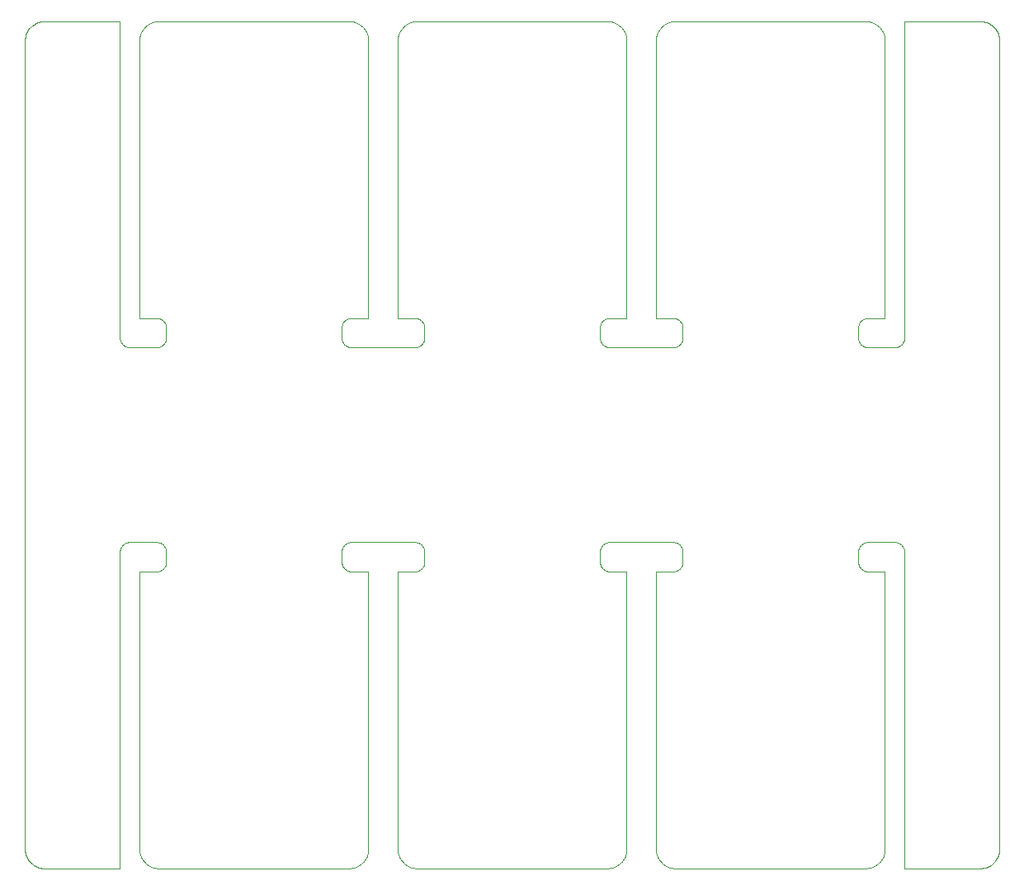
<source format=gbr>
G04 #@! TF.GenerationSoftware,KiCad,Pcbnew,6.0.10+dfsg-1~bpo11+1*
G04 #@! TF.ProjectId,panel,70616e65-6c2e-46b6-9963-61645f706362,rev?*
G04 #@! TF.SameCoordinates,Original*
G04 #@! TF.FileFunction,Paste,Bot*
G04 #@! TF.FilePolarity,Positive*
%FSLAX46Y46*%
G04 Gerber Fmt 4.6, Leading zero omitted, Abs format (unit mm)*
%MOMM*%
%LPD*%
G01*
G04 APERTURE LIST*
G04 #@! TA.AperFunction,Profile*
%ADD10C,0.100000*%
G04 #@! TD*
G04 APERTURE END LIST*
D10*
X198155772Y-20879201D02*
X198155628Y-20879002D01*
X138797380Y-73517631D02*
X138843519Y-73532874D01*
X110379195Y-105656375D02*
X110407385Y-105726947D01*
X160154259Y-21389527D02*
X160154181Y-21389286D01*
X184256460Y-73800158D02*
X184289966Y-73764966D01*
X163379195Y-21293624D02*
X163379104Y-21293861D01*
X186207906Y-106318719D02*
X186208078Y-106318533D01*
X133749870Y-76483830D02*
X133749798Y-76483344D01*
X164268698Y-20257607D02*
X164268478Y-20257733D01*
X108307874Y-74131480D02*
X108325362Y-74086144D01*
X188424841Y-53218539D02*
X188388047Y-53250278D01*
X99222120Y-106487779D02*
X99222303Y-106487941D01*
X133384028Y-20847252D02*
X133339049Y-20785999D01*
X186747753Y-21911365D02*
X186747744Y-21911112D01*
X160249798Y-50466655D02*
X160249870Y-50466169D01*
X185964000Y-20410950D02*
X185902747Y-20365971D01*
X98648106Y-105703811D02*
X98648191Y-105704041D01*
X188756002Y-20000912D02*
X188755558Y-20001122D01*
X165957368Y-74177619D02*
X165970328Y-74224450D01*
X110250724Y-50468544D02*
X110250912Y-50468997D01*
X184019025Y-52678138D02*
X184010718Y-52630262D01*
X110250129Y-50466169D02*
X110250201Y-50466655D01*
X159231521Y-106692266D02*
X159297010Y-106653715D01*
X136949210Y-105819505D02*
X136960141Y-105841791D01*
X188750000Y-74465122D02*
X188750000Y-106937727D01*
X163507607Y-105931301D02*
X163507733Y-105931521D01*
X133440453Y-20931707D02*
X133440317Y-20931494D01*
X165518960Y-50615851D02*
X165560012Y-50641847D01*
X132456375Y-106820804D02*
X132526947Y-106792614D01*
X131796861Y-53455974D02*
X131749450Y-53445328D01*
X112883099Y-73998318D02*
X112904946Y-74041721D01*
X185619505Y-106750789D02*
X185641791Y-106739858D01*
X157789966Y-76185033D02*
X157756460Y-76149841D01*
X197091892Y-20090173D02*
X197080715Y-20086481D01*
X138607036Y-73479770D02*
X138655262Y-73485718D01*
X137046416Y-105997227D02*
X137059546Y-106018292D01*
X165009877Y-53475000D02*
X158490122Y-53475000D01*
X132360713Y-106854181D02*
X132432623Y-106829601D01*
X186744874Y-76476353D02*
X186744441Y-76476122D01*
X165243668Y-20000160D02*
X165161365Y-20002246D01*
X133208078Y-106318533D02*
X133259023Y-106262145D01*
X159543121Y-20474640D02*
X159542926Y-20474478D01*
X157510718Y-52630262D02*
X157504770Y-52582036D01*
X158932623Y-106829601D02*
X158932861Y-106829516D01*
X158932861Y-20120483D02*
X158932623Y-20120398D01*
X112518960Y-73615851D02*
X112560012Y-73641847D01*
X112638047Y-73699721D02*
X112674841Y-73731460D01*
X98500593Y-104962012D02*
X98500602Y-104962257D01*
X184964903Y-106938138D02*
X185040288Y-106928537D01*
X197254041Y-106801808D02*
X197265023Y-106797571D01*
X98742466Y-105903319D02*
X98830751Y-106050614D01*
X133742612Y-76475416D02*
X133742136Y-76475297D01*
X136870398Y-105632623D02*
X136870483Y-105632861D01*
X99231216Y-106495630D02*
X99231596Y-106495941D01*
X110250724Y-76481455D02*
X110250559Y-76481917D01*
X185432623Y-20120398D02*
X185360713Y-20095818D01*
X198416862Y-21431335D02*
X198416800Y-21431097D01*
X185263240Y-20067264D02*
X185239210Y-20061042D01*
X198490042Y-21803751D02*
X198488601Y-21792069D01*
X158256205Y-20000158D02*
X158243792Y-20000000D01*
X110255125Y-76476353D02*
X110254704Y-76476605D01*
X159823545Y-106184030D02*
X159823703Y-106183831D01*
X186208078Y-20631466D02*
X186207906Y-20631280D01*
X186682735Y-105463240D02*
X186688957Y-105439210D01*
X160249702Y-76482863D02*
X160249583Y-76482387D01*
X188751878Y-106945703D02*
X188752170Y-106946097D01*
X160248394Y-76479704D02*
X160248121Y-76479296D01*
X157510718Y-51319737D02*
X157519025Y-51271861D01*
X159618719Y-106407906D02*
X159636710Y-106390804D01*
X160249087Y-76481002D02*
X160248877Y-76480558D01*
X186190804Y-20613289D02*
X186190627Y-20613108D01*
X112599740Y-50669826D02*
X112638047Y-50699721D01*
X163256455Y-50474275D02*
X163256917Y-50474440D01*
X131010718Y-75630262D02*
X131004770Y-75582036D01*
X186208078Y-106318533D02*
X186259023Y-106262145D01*
X185239210Y-106888957D02*
X185263240Y-106882735D01*
X133688957Y-21510789D02*
X133682735Y-21486759D01*
X108325362Y-74086144D02*
X108345053Y-74041721D01*
X139333152Y-76035012D02*
X139305173Y-76074740D01*
X137160950Y-106164000D02*
X137161102Y-106164203D01*
X163254296Y-50473121D02*
X163254704Y-50473394D01*
X198155628Y-20879002D02*
X198053331Y-20741070D01*
X185360472Y-106854259D02*
X185360713Y-106854181D01*
X110956878Y-106475359D02*
X110957073Y-106475521D01*
X98541354Y-21598153D02*
X98538775Y-21609638D01*
X160182735Y-21486759D02*
X160182669Y-21486515D01*
X112904946Y-75908278D02*
X112883099Y-75951681D01*
X158540539Y-20021498D02*
X158540288Y-20021462D01*
X136788753Y-105340376D02*
X136793749Y-105364690D01*
X138743794Y-106949841D02*
X138756207Y-106949999D01*
X136750158Y-104956205D02*
X136750160Y-104956331D01*
X159382168Y-20351643D02*
X159381958Y-20351501D01*
X165155262Y-76464281D02*
X165107036Y-76470229D01*
X132140376Y-106911246D02*
X132164690Y-106906250D01*
X136753902Y-50472829D02*
X136754296Y-50473121D01*
X112710033Y-53185033D02*
X112674841Y-53218539D01*
X163661102Y-106164203D02*
X163676296Y-106183831D01*
X133190804Y-106336710D02*
X133207906Y-106318719D01*
X165833152Y-53035012D02*
X165805173Y-53074740D01*
X157529671Y-74224450D02*
X157542631Y-74177619D01*
X185549991Y-106782729D02*
X185550223Y-106782626D01*
X160161690Y-21413210D02*
X160154259Y-21389527D01*
X112009877Y-53475000D02*
X109240122Y-53475000D01*
X160246471Y-105063930D02*
X160246487Y-105063677D01*
X111473052Y-20157385D02*
X111472818Y-20157481D01*
X111181494Y-20309682D02*
X111118041Y-20351501D01*
X188758344Y-106949798D02*
X188758830Y-106949870D01*
X138359623Y-106911246D02*
X138359872Y-106911294D01*
X186620895Y-21293861D02*
X186620804Y-21293624D01*
X159318505Y-20309682D02*
X159318292Y-20309546D01*
X137115823Y-20847458D02*
X137101643Y-20867831D01*
X184756205Y-20000158D02*
X184743792Y-20000000D01*
X112243794Y-20000158D02*
X112243668Y-20000160D01*
X159464203Y-106538897D02*
X159483831Y-106523703D01*
X188759318Y-20000081D02*
X188758830Y-20000129D01*
X165058576Y-76473804D02*
X165009877Y-76475000D01*
X110449210Y-105819505D02*
X110460141Y-105841791D01*
X159049991Y-20167270D02*
X159027181Y-20157481D01*
X198045630Y-106218783D02*
X198045941Y-106218403D01*
X133742136Y-76475297D02*
X133741655Y-76475201D01*
X188755125Y-106948646D02*
X188755558Y-106948877D01*
X110256917Y-76475559D02*
X110256455Y-76475724D01*
X198162549Y-106061175D02*
X198162822Y-106060767D01*
X133661690Y-21413210D02*
X133654259Y-21389527D01*
X184566721Y-53379946D02*
X184523318Y-53358099D01*
X186504438Y-21040401D02*
X186492392Y-21018698D01*
X184029671Y-75725549D02*
X184019025Y-75678138D01*
X188750000Y-52484877D02*
X188748804Y-52533576D01*
X188093519Y-73532874D02*
X188138855Y-73550362D01*
X112203138Y-76455974D02*
X112155262Y-76464281D01*
X160246471Y-21886069D02*
X160240700Y-21810295D01*
X110288705Y-21609872D02*
X110275298Y-21684674D01*
X110250003Y-50462972D02*
X110250057Y-50465190D01*
X137224478Y-20707073D02*
X137176454Y-20765969D01*
X184702619Y-53432368D02*
X184656480Y-53417125D01*
X112256207Y-20000000D02*
X112243794Y-20000158D01*
X163259321Y-105139957D02*
X163261833Y-105164651D01*
X110252811Y-76478159D02*
X110252482Y-76478522D01*
X184656480Y-53417125D02*
X184611144Y-53399637D01*
X188310012Y-73641847D02*
X188349740Y-73669826D01*
X188757863Y-106949702D02*
X188758344Y-106949798D01*
X133741655Y-76475201D02*
X133741169Y-76475129D01*
X165599740Y-76280173D02*
X165560012Y-76308152D01*
X99746188Y-106801893D02*
X99907875Y-106859746D01*
X99241070Y-20446668D02*
X99240875Y-20446817D01*
X165743539Y-73800158D02*
X165775278Y-73836952D01*
X136750912Y-76481002D02*
X136750724Y-76481455D01*
X108241169Y-20000129D02*
X108240681Y-20000081D01*
X110724640Y-20706878D02*
X110724478Y-20707073D01*
X165805173Y-73875259D02*
X165833152Y-73914987D01*
X163251878Y-50470703D02*
X163252170Y-50471097D01*
X131892963Y-53470229D02*
X131844737Y-53464281D01*
X186654259Y-105560472D02*
X186661690Y-105536789D01*
X110311042Y-21510789D02*
X110310982Y-21511035D01*
X165035096Y-106938138D02*
X165035348Y-106938166D01*
X184566721Y-76379946D02*
X184523318Y-76358099D01*
X112250549Y-73504671D02*
X112297380Y-73517631D01*
X163317330Y-105463484D02*
X163338236Y-105536546D01*
X163253902Y-76477170D02*
X163253522Y-76477482D01*
X137535999Y-106539049D02*
X137597252Y-106584028D01*
X188268960Y-53334148D02*
X188226681Y-53358099D01*
X132432861Y-20120483D02*
X132432623Y-20120398D01*
X108248877Y-106944441D02*
X108249087Y-106943997D01*
X184838887Y-20002255D02*
X184838634Y-20002246D01*
X136757863Y-50474702D02*
X136758344Y-50474798D01*
X184523318Y-53358099D02*
X184481039Y-53334148D01*
X137790401Y-20245561D02*
X137768698Y-20257607D01*
X131941423Y-73476195D02*
X131990122Y-73475000D01*
X185818292Y-106640453D02*
X185818505Y-106640317D01*
X136753522Y-50472517D02*
X136753902Y-50472829D01*
X165904946Y-74041721D02*
X165924637Y-74086144D01*
X157557874Y-74131480D02*
X157575362Y-74086144D01*
X186742612Y-50474583D02*
X186743082Y-50474440D01*
X185140127Y-20038705D02*
X185065325Y-20025298D01*
X139383099Y-73998318D02*
X139404946Y-74041721D01*
X131749450Y-73504671D02*
X131796861Y-73494025D01*
X100098153Y-20041354D02*
X100097914Y-20041411D01*
X165599740Y-73669826D02*
X165638047Y-73699721D01*
X184756331Y-106949839D02*
X184838634Y-106947753D01*
X133746471Y-105063930D02*
X133746487Y-105063677D01*
X113000000Y-75484877D02*
X112998804Y-75533576D01*
X108506460Y-53149841D02*
X108474721Y-53113047D01*
X110262027Y-76475003D02*
X110259809Y-76475057D01*
X111567376Y-20120398D02*
X111567138Y-20120483D01*
X132882168Y-106598356D02*
X132902541Y-106584176D01*
X110559546Y-20931707D02*
X110546416Y-20952772D01*
X159318292Y-106640453D02*
X159318505Y-106640317D01*
X160244441Y-50473877D02*
X160244874Y-50473646D01*
X110275256Y-105265075D02*
X110275298Y-105265325D01*
X98509957Y-105146248D02*
X98511398Y-105157930D01*
X165297380Y-73517631D02*
X165343519Y-73532874D01*
X110250912Y-76481002D02*
X110250724Y-76481455D01*
X163256917Y-76475559D02*
X163256455Y-76475724D01*
X163257387Y-76475416D02*
X163256917Y-76475559D01*
X139018960Y-53334148D02*
X138976681Y-53358099D01*
X197453319Y-20242466D02*
X197453107Y-20242343D01*
X112035348Y-20011833D02*
X112035096Y-20011861D01*
X108307874Y-52818519D02*
X108292631Y-52772380D01*
X108260718Y-74319737D02*
X108269025Y-74271861D01*
X133749918Y-50465681D02*
X133749942Y-50465190D01*
X108611952Y-73699721D02*
X108650259Y-73669826D01*
X108246097Y-106947829D02*
X108246477Y-106947517D01*
X99557133Y-20236541D02*
X99546892Y-20242343D01*
X186745703Y-76476878D02*
X186745295Y-76476605D01*
X139500000Y-51465122D02*
X139500000Y-52484877D01*
X139018960Y-50615851D02*
X139060012Y-50641847D01*
X138558576Y-76473804D02*
X138509877Y-76475000D01*
X186118533Y-106408078D02*
X186118719Y-106407906D01*
X163250003Y-76487027D02*
X163250000Y-76487272D01*
X138163210Y-106861690D02*
X138163453Y-106861763D01*
X160161763Y-21413453D02*
X160161690Y-21413210D01*
X157500000Y-52484877D02*
X157500000Y-51465122D01*
X110257863Y-50474702D02*
X110258344Y-50474798D01*
X197777696Y-20462058D02*
X197768783Y-20454369D01*
X164473052Y-106792614D02*
X164543624Y-106820804D01*
X160249583Y-76482387D02*
X160249440Y-76481917D01*
X163250416Y-50467612D02*
X163250559Y-50468082D01*
X137972818Y-20157481D02*
X137950008Y-20167270D01*
X186398356Y-20867831D02*
X186384176Y-20847458D01*
X139424637Y-51086144D02*
X139442125Y-51131480D01*
X187905262Y-53464281D02*
X187857036Y-53470229D01*
X132984030Y-106523545D02*
X133042926Y-106475521D01*
X112107036Y-53470229D02*
X112058576Y-53473804D01*
X132164690Y-106906250D02*
X132164937Y-106906196D01*
X184116900Y-73998318D02*
X184140851Y-73956039D01*
X110253159Y-76477811D02*
X110252811Y-76478159D01*
X186737972Y-76475003D02*
X186737727Y-76475000D01*
X186748646Y-76480125D02*
X186748394Y-76479704D01*
X112859148Y-75993960D02*
X112833152Y-76035012D01*
X165155262Y-53464281D02*
X165107036Y-53470229D01*
X110251878Y-76479296D02*
X110251605Y-76479704D01*
X159992392Y-105931301D02*
X160004438Y-105909598D01*
X196901846Y-106908645D02*
X196902085Y-106908588D01*
X133136891Y-20559372D02*
X133136710Y-20559195D01*
X100487987Y-106949406D02*
X100512027Y-106949996D01*
X165060295Y-106940700D02*
X165136069Y-106946471D01*
X158363930Y-106946471D02*
X158439704Y-106940700D01*
X136750000Y-22006333D02*
X136750000Y-50462727D01*
X165970328Y-75725549D02*
X165957368Y-75772380D01*
X184140851Y-50956039D02*
X184166847Y-50914987D01*
X131941423Y-53473804D02*
X131892963Y-53470229D01*
X108416847Y-53035012D02*
X108390851Y-52993960D01*
X163250297Y-76482863D02*
X163250201Y-76483344D01*
X136750416Y-76482387D02*
X136750297Y-76482863D01*
X110258830Y-50474870D02*
X110259318Y-50474918D01*
X163417270Y-21200008D02*
X163407481Y-21222818D01*
X112107036Y-50479770D02*
X112155262Y-50485718D01*
X138703138Y-76455974D02*
X138655262Y-76464281D01*
X188757387Y-106949583D02*
X188757863Y-106949702D01*
X98742343Y-21046892D02*
X98736541Y-21057133D01*
X110317330Y-21486515D02*
X110317264Y-21486759D01*
X163724640Y-106243121D02*
X163740809Y-106261954D01*
X184481039Y-76334148D02*
X184439987Y-76308152D01*
X132818292Y-20309546D02*
X132797227Y-20296416D01*
X185797010Y-20296284D02*
X185731521Y-20257733D01*
X112674841Y-50731460D02*
X112710033Y-50764966D01*
X108444826Y-53074740D02*
X108416847Y-53035012D01*
X186749702Y-50467136D02*
X186749798Y-50466655D01*
X163250201Y-50466655D02*
X163250297Y-50467136D01*
X158441423Y-53473804D02*
X158392963Y-53470229D01*
X136762027Y-76475003D02*
X136759809Y-76475057D01*
X99094879Y-106372455D02*
X99222120Y-106487779D01*
X159953583Y-20952772D02*
X159940453Y-20931707D01*
X158860713Y-106854181D02*
X158932623Y-106829601D01*
X138756207Y-20000000D02*
X138743794Y-20000158D01*
X197913824Y-106364171D02*
X197914171Y-106363824D01*
X185263484Y-20067330D02*
X185263240Y-20067264D01*
X132619276Y-20199101D02*
X132550223Y-20167373D01*
X108260718Y-52630262D02*
X108254770Y-52582036D01*
X131095053Y-74041721D02*
X131116900Y-73998318D01*
X188752170Y-20003902D02*
X188751878Y-20004296D01*
X112243668Y-106949839D02*
X112243794Y-106949841D01*
X160082626Y-105750223D02*
X160082729Y-105749991D01*
X110495561Y-21040401D02*
X110495441Y-21040624D01*
X198162822Y-106060767D02*
X198169119Y-106050822D01*
X108999450Y-53445328D02*
X108952619Y-53432368D01*
X186740700Y-21810295D02*
X186740678Y-21810042D01*
X163250000Y-104943792D02*
X163250158Y-104956205D01*
X159759023Y-106262145D02*
X159759190Y-106261954D01*
X198490956Y-21815978D02*
X198490090Y-21804239D01*
X108773318Y-53358099D02*
X108731039Y-53334148D01*
X186745703Y-50473121D02*
X186746097Y-50472829D01*
X136755558Y-50473877D02*
X136756002Y-50474087D01*
X131796861Y-73494025D02*
X131844737Y-73485718D01*
X98538679Y-21610119D02*
X98536667Y-21621716D01*
X100109638Y-20038775D02*
X100098153Y-20041354D01*
X98509043Y-21815978D02*
X98509028Y-21816223D01*
X197092124Y-106859746D02*
X197253811Y-106801893D01*
X138636322Y-20003512D02*
X138636069Y-20003528D01*
X188047380Y-53432368D02*
X188000549Y-53445328D01*
X133550898Y-105819276D02*
X133582626Y-105750223D01*
X164290401Y-106704438D02*
X164290624Y-106704558D01*
X112970328Y-51224450D02*
X112980974Y-51271861D01*
X158023318Y-73591900D02*
X158066721Y-73570053D01*
X160249942Y-76484809D02*
X160249918Y-76484318D01*
X110881466Y-106408078D02*
X110937854Y-106459023D01*
X159618533Y-106408078D02*
X159618719Y-106407906D01*
X165155262Y-73485718D02*
X165203138Y-73494025D01*
X108241169Y-106949870D02*
X108241655Y-106949798D01*
X186749918Y-50465681D02*
X186749942Y-50465190D01*
X131838634Y-20002246D02*
X131756331Y-20000160D01*
X110938045Y-20490809D02*
X110937854Y-20490976D01*
X186746097Y-76477170D02*
X186745703Y-76476878D01*
X163345740Y-105560472D02*
X163345818Y-105560713D01*
X160050898Y-21130723D02*
X160050789Y-21130494D01*
X110345740Y-105560472D02*
X110345818Y-105560713D01*
X160129516Y-105632861D02*
X160129601Y-105632623D01*
X157939987Y-50641847D02*
X157981039Y-50615851D01*
X137857982Y-20210256D02*
X137790624Y-20245441D01*
X165060042Y-20009321D02*
X165035348Y-20011833D01*
X188460033Y-53185033D02*
X188424841Y-53218539D01*
X165058576Y-50476195D02*
X165107036Y-50479770D01*
X158249450Y-73504671D02*
X158296861Y-73494025D01*
X133742612Y-50474583D02*
X133743082Y-50474440D01*
X131095053Y-52908278D02*
X131075362Y-52863855D01*
X99919753Y-106863660D02*
X99931097Y-106866800D01*
X112710033Y-76185033D02*
X112674841Y-76218539D01*
X196707930Y-106938601D02*
X196708173Y-106938568D01*
X160249839Y-104956331D02*
X160249841Y-104956205D01*
X136995561Y-105909598D02*
X137007607Y-105931301D01*
X98536628Y-105328041D02*
X98536667Y-105328283D01*
X160206250Y-21585309D02*
X160206196Y-21585062D01*
X186749841Y-21993794D02*
X186749839Y-21993668D01*
X111181707Y-20309546D02*
X111181494Y-20309682D01*
X110370398Y-21317376D02*
X110345818Y-21389286D01*
X108246477Y-20002482D02*
X108246097Y-20002170D01*
X112833152Y-76035012D02*
X112805173Y-76074740D01*
X110310982Y-105438964D02*
X110311042Y-105439210D01*
X163601643Y-106082168D02*
X163615823Y-106102541D01*
X158202619Y-76432368D02*
X158156480Y-76417125D01*
X184990122Y-50475000D02*
X186737727Y-50475000D01*
X138636069Y-20003528D02*
X138560295Y-20009299D01*
X133706196Y-105364937D02*
X133706250Y-105364690D01*
X163660950Y-106164000D02*
X163661102Y-106164203D01*
X163288753Y-21609623D02*
X163288705Y-21609872D01*
X163495441Y-105909375D02*
X163495561Y-105909598D01*
X197768783Y-20454369D02*
X197768403Y-20454058D01*
X138661112Y-20002255D02*
X138636322Y-20003512D01*
X132456375Y-20129195D02*
X132456138Y-20129104D01*
X160240700Y-21810295D02*
X160240678Y-21810042D01*
X184057874Y-52818519D02*
X184042631Y-52772380D01*
X139359148Y-50956039D02*
X139383099Y-50998318D01*
X133259023Y-20687854D02*
X133208078Y-20631466D01*
X131702619Y-73517631D02*
X131749450Y-73504671D01*
X110417373Y-105750223D02*
X110449101Y-105819276D01*
X159992392Y-21018698D02*
X159992266Y-21018478D01*
X138661365Y-106947753D02*
X138743668Y-106949839D01*
X137176296Y-20766168D02*
X137161102Y-20785796D01*
X160228501Y-105240539D02*
X160228537Y-105240288D01*
X164097252Y-106584028D02*
X164097458Y-106584176D01*
X164117831Y-20351643D02*
X164097458Y-20365823D01*
X163615971Y-20847252D02*
X163615823Y-20847458D01*
X159209375Y-106704558D02*
X159209598Y-106704438D01*
X160249870Y-76483830D02*
X160249798Y-76483344D01*
X136751878Y-76479296D02*
X136751605Y-76479704D01*
X136750912Y-50468997D02*
X136751122Y-50469441D01*
X131400259Y-53280173D02*
X131361952Y-53250278D01*
X188654946Y-74041721D02*
X188674637Y-74086144D01*
X133682735Y-105463240D02*
X133688957Y-105439210D01*
X163250160Y-21993668D02*
X163250158Y-21993794D01*
X137381466Y-20541921D02*
X137381280Y-20542093D01*
X139060012Y-50641847D02*
X139099740Y-50669826D01*
X188093519Y-53417125D02*
X188047380Y-53432368D01*
X108731039Y-73615851D02*
X108773318Y-73591900D01*
X100316223Y-106940971D02*
X100487742Y-106949397D01*
X164472818Y-106792518D02*
X164473052Y-106792614D01*
X133339049Y-20785999D02*
X133338897Y-20785796D01*
X165136069Y-106946471D02*
X165136322Y-106946487D01*
X158111144Y-73550362D02*
X158156480Y-73532874D01*
X165710033Y-50764966D02*
X165743539Y-50800158D01*
X158441423Y-76473804D02*
X158392963Y-76470229D01*
X186746471Y-105063930D02*
X186746487Y-105063677D01*
X131140851Y-52993960D02*
X131116900Y-52951681D01*
X165388855Y-53399637D02*
X165343519Y-53417125D01*
X186504558Y-21040624D02*
X186504438Y-21040401D01*
X184939704Y-20009299D02*
X184863930Y-20003528D01*
X160249918Y-50465681D02*
X160249942Y-50465190D01*
X132881958Y-20351501D02*
X132818505Y-20309682D01*
X99734522Y-106797384D02*
X99734976Y-106797571D01*
X165560012Y-73641847D02*
X165599740Y-73669826D01*
X133749841Y-104956205D02*
X133749999Y-104943792D01*
X158464651Y-106938166D02*
X158464903Y-106938138D01*
X111639286Y-20095818D02*
X111567376Y-20120398D01*
X163338309Y-105536789D02*
X163345740Y-105560472D01*
X188047380Y-73517631D02*
X188093519Y-73532874D01*
X139210033Y-73764966D02*
X139243539Y-73800158D01*
X165035348Y-106938166D02*
X165060042Y-106940678D01*
X163255125Y-50473646D02*
X163255558Y-50473877D01*
X159026947Y-20157385D02*
X158956375Y-20129195D01*
X133620895Y-21293861D02*
X133620804Y-21293624D01*
X185040539Y-20021498D02*
X185040288Y-20021462D01*
X197759124Y-20446817D02*
X197758929Y-20446668D01*
X98954058Y-20731596D02*
X98946817Y-20740875D01*
X133275359Y-20706878D02*
X133259190Y-20688045D01*
X133747188Y-76478159D02*
X133746840Y-76477811D01*
X163740976Y-106262145D02*
X163791921Y-106318533D01*
X165805173Y-53074740D02*
X165775278Y-53113047D01*
X188751605Y-20004704D02*
X188751353Y-20005125D01*
X198263458Y-21057133D02*
X198257656Y-21046892D01*
X131166847Y-53035012D02*
X131140851Y-52993960D01*
X186749702Y-76482863D02*
X186749583Y-76482387D01*
X159636891Y-20559372D02*
X159636710Y-20559195D01*
X111760789Y-20061042D02*
X111736759Y-20067264D01*
X139210033Y-50764966D02*
X139243539Y-50800158D01*
X157501195Y-74416423D02*
X157504770Y-74367963D01*
X111202772Y-106653583D02*
X111202989Y-106653715D01*
X157981039Y-73615851D02*
X158023318Y-73591900D01*
X110251353Y-50469874D02*
X110251605Y-50470295D01*
X132065075Y-106924743D02*
X132065325Y-106924701D01*
X165710033Y-73764966D02*
X165743539Y-73800158D01*
X133207906Y-106318719D02*
X133208078Y-106318533D01*
X110256002Y-50474087D02*
X110256455Y-50474275D01*
X157939987Y-53308152D02*
X157900259Y-53280173D01*
X159838897Y-106164203D02*
X159839049Y-106164000D01*
X133136710Y-106390804D02*
X133136891Y-106390627D01*
X164016168Y-106523703D02*
X164035796Y-106538897D01*
X98657385Y-21223762D02*
X98652615Y-21234522D01*
X196902085Y-106908588D02*
X197068664Y-106866862D01*
X131075362Y-51086144D02*
X131095053Y-51041721D01*
X158738964Y-106889017D02*
X158739210Y-106888957D01*
X111934924Y-20025256D02*
X111934674Y-20025298D01*
X184863930Y-20003528D02*
X184863677Y-20003512D01*
X112924637Y-52863855D02*
X112904946Y-52908278D01*
X139060012Y-76308152D02*
X139018960Y-76334148D01*
X198490090Y-21804239D02*
X198490042Y-21803751D01*
X163338236Y-21413453D02*
X163317330Y-21486515D01*
X108269025Y-74271861D02*
X108279671Y-74224450D01*
X112250549Y-53445328D02*
X112203138Y-53455974D01*
X159141791Y-106739858D02*
X159142017Y-106739743D01*
X157519025Y-52678138D02*
X157510718Y-52630262D01*
X138558576Y-53473804D02*
X138509877Y-53475000D01*
X163956878Y-106475359D02*
X163957073Y-106475521D01*
X133398356Y-106082168D02*
X133398498Y-106081958D01*
X186711294Y-21609872D02*
X186711246Y-21609623D01*
X188692125Y-52818519D02*
X188674637Y-52863855D01*
X112297380Y-76432368D02*
X112250549Y-76445328D01*
X139498804Y-75533576D02*
X139495229Y-75582036D01*
X139243539Y-53149841D02*
X139210033Y-53185033D01*
X188000549Y-73504671D02*
X188047380Y-73517631D01*
X108249702Y-20007863D02*
X108249583Y-20007387D01*
X197080246Y-20086339D02*
X197068902Y-20083199D01*
X185432861Y-20120483D02*
X185432623Y-20120398D01*
X136750158Y-21993794D02*
X136750000Y-22006207D01*
X165058576Y-53473804D02*
X165009877Y-53475000D01*
X139442125Y-52818519D02*
X139424637Y-52863855D01*
X165924637Y-52863855D02*
X165904946Y-52908278D01*
X160243997Y-50474087D02*
X160244441Y-50473877D01*
X163676454Y-106184030D02*
X163724478Y-106242926D01*
X98946817Y-106209124D02*
X98954058Y-106218403D01*
X158392963Y-76470229D02*
X158344737Y-76464281D01*
X184941423Y-76473804D02*
X184892963Y-76470229D01*
X165859148Y-73956039D02*
X165883099Y-73998318D01*
X163251353Y-50469874D02*
X163251605Y-50470295D01*
X185239210Y-20061042D02*
X185238964Y-20060982D01*
X108248121Y-106945703D02*
X108248394Y-106945295D01*
X160240190Y-50474942D02*
X160240681Y-50474918D01*
X186749996Y-50462972D02*
X186750000Y-50462727D01*
X186688957Y-21510789D02*
X186682735Y-21486759D01*
X165638047Y-76250278D02*
X165599740Y-76280173D01*
X186745295Y-76476605D02*
X186744874Y-76476353D01*
X186744874Y-50473646D02*
X186745295Y-50473394D01*
X163881466Y-106408078D02*
X163937854Y-106459023D01*
X136811042Y-21510789D02*
X136810982Y-21511035D01*
X157640851Y-50956039D02*
X157666847Y-50914987D01*
X132797010Y-106653715D02*
X132797227Y-106653583D01*
X184095053Y-51041721D02*
X184116900Y-50998318D01*
X185040288Y-20021462D02*
X184964903Y-20011861D01*
X158156480Y-76417125D02*
X158111144Y-76399637D01*
X136750003Y-76487027D02*
X136750000Y-76487272D01*
X165674841Y-73731460D02*
X165710033Y-73764966D01*
X110809372Y-20613108D02*
X110809195Y-20613289D01*
X184057874Y-75818519D02*
X184042631Y-75772380D01*
X198263689Y-21057566D02*
X198263458Y-21057133D01*
X131057874Y-52818519D02*
X131042631Y-52772380D01*
X165243794Y-106949841D02*
X165256207Y-106949999D01*
X133748121Y-50470703D02*
X133748394Y-50470295D01*
X98541411Y-105352085D02*
X98583137Y-105518664D01*
X160246840Y-76477811D02*
X160246477Y-76477482D01*
X110724478Y-20707073D02*
X110676454Y-20765969D01*
X160092518Y-105727181D02*
X160092614Y-105726947D01*
X163317264Y-105463240D02*
X163317330Y-105463484D01*
X132709375Y-20245441D02*
X132642017Y-20210256D01*
X136949101Y-21130723D02*
X136917373Y-21199776D01*
X99077544Y-20594879D02*
X98962220Y-20722120D01*
X99931335Y-106866862D02*
X100097914Y-106908588D01*
X112560012Y-50641847D02*
X112599740Y-50669826D01*
X136756002Y-76475912D02*
X136755558Y-76476122D01*
X133750000Y-50462727D02*
X133750000Y-22006333D01*
X137240976Y-106262145D02*
X137291921Y-106318533D01*
X160238166Y-21785348D02*
X160238138Y-21785096D01*
X164835309Y-20043749D02*
X164835062Y-20043803D01*
X184194826Y-50875259D02*
X184224721Y-50836952D01*
X98652615Y-21234522D02*
X98652428Y-21234976D01*
X157825158Y-76218539D02*
X157789966Y-76185033D01*
X164663210Y-106861690D02*
X164663453Y-106861763D01*
X133118719Y-106407906D02*
X133136710Y-106390804D01*
X136793749Y-21585309D02*
X136788753Y-21609623D01*
X99723762Y-20157385D02*
X99723538Y-20157488D01*
X160248121Y-76479296D02*
X160247829Y-76478902D01*
X188739281Y-74319737D02*
X188745229Y-74367963D01*
X136757387Y-50474583D02*
X136757863Y-50474702D01*
X163261861Y-105164903D02*
X163271462Y-105240288D01*
X158256331Y-106949839D02*
X158338634Y-106947753D01*
X111736515Y-106882669D02*
X111736759Y-106882735D01*
X110881466Y-20541921D02*
X110881280Y-20542093D01*
X131439987Y-50641847D02*
X131481039Y-50615851D01*
X112710033Y-50764966D02*
X112743539Y-50800158D01*
X133743544Y-76475724D02*
X133743082Y-76475559D01*
X132550223Y-20167373D02*
X132549991Y-20167270D01*
X132964000Y-20410950D02*
X132902747Y-20365971D01*
X138797380Y-76432368D02*
X138750549Y-76445328D01*
X196889880Y-20038679D02*
X196878283Y-20036667D01*
X163809195Y-106336710D02*
X163809372Y-106336891D01*
X133728501Y-21709460D02*
X133724743Y-21684924D01*
X110495561Y-105909598D02*
X110507607Y-105931301D01*
X111473052Y-106792614D02*
X111543624Y-106820804D01*
X157861952Y-76250278D02*
X157825158Y-76218539D01*
X164202772Y-106653583D02*
X164202989Y-106653715D01*
X136750057Y-76484809D02*
X136750003Y-76487027D01*
X131057874Y-51131480D02*
X131075362Y-51086144D01*
X165518960Y-76334148D02*
X165476681Y-76358099D01*
X137161102Y-106164203D02*
X137176296Y-106183831D01*
X99908107Y-106859826D02*
X99919284Y-106863518D01*
X133504438Y-21040401D02*
X133492392Y-21018698D01*
X186275521Y-20707073D02*
X186275359Y-20706878D01*
X110740809Y-20688045D02*
X110724640Y-20706878D01*
X111202989Y-20296284D02*
X111202772Y-20296416D01*
X108689987Y-73641847D02*
X108731039Y-73615851D01*
X158344737Y-73485718D02*
X158392963Y-73479770D01*
X165638047Y-73699721D02*
X165674841Y-73731460D01*
X186398498Y-20868041D02*
X186398356Y-20867831D01*
X188674637Y-74086144D02*
X188692125Y-74131480D01*
X160247753Y-21911365D02*
X160247744Y-21911112D01*
X185619505Y-20199210D02*
X185619276Y-20199101D01*
X99077711Y-106355300D02*
X99085828Y-106363824D01*
X160246477Y-76477482D02*
X160246097Y-76477170D01*
X137176296Y-106183831D02*
X137176454Y-106184030D01*
X163250724Y-76481455D02*
X163250559Y-76481917D01*
X198413518Y-21419284D02*
X198409826Y-21408107D01*
X186749942Y-50465190D02*
X186749996Y-50462972D01*
X139457368Y-75772380D02*
X139442125Y-75818519D01*
X137535796Y-20411102D02*
X137516168Y-20426296D01*
X188268960Y-73615851D02*
X188310012Y-73641847D01*
X198413518Y-105530715D02*
X198413660Y-105530246D01*
X112035348Y-106938166D02*
X112060042Y-106940678D01*
X132797227Y-20296416D02*
X132797010Y-20296284D01*
X165250549Y-53445328D02*
X165203138Y-53455974D01*
X158490122Y-50475000D02*
X160237727Y-50475000D01*
X163271498Y-21709460D02*
X163271462Y-21709711D01*
X136917373Y-21199776D02*
X136917270Y-21200008D01*
X164450008Y-106782729D02*
X164472818Y-106792518D01*
X136761833Y-21785348D02*
X136759321Y-21810042D01*
X136907481Y-105727181D02*
X136917270Y-105749991D01*
X131611144Y-50550362D02*
X131656480Y-50532874D01*
X110253522Y-50472517D02*
X110253902Y-50472829D01*
X132709598Y-20245561D02*
X132709375Y-20245441D01*
X111639527Y-106854259D02*
X111663210Y-106861690D01*
X136758344Y-50474798D02*
X136758830Y-50474870D01*
X132619276Y-106750898D02*
X132619505Y-106750789D01*
X186620895Y-105656138D02*
X186629516Y-105632861D01*
X159775521Y-20707073D02*
X159775359Y-20706878D01*
X138260789Y-106888957D02*
X138261035Y-106889017D01*
X163250057Y-76484809D02*
X163250003Y-76487027D01*
X110449101Y-21130723D02*
X110417373Y-21199776D01*
X165775278Y-73836952D02*
X165805173Y-73875259D01*
X111357982Y-20210256D02*
X111290624Y-20245441D01*
X136750160Y-104956331D02*
X136752246Y-105038634D01*
X98962058Y-106227696D02*
X98962220Y-106227879D01*
X136762027Y-50474996D02*
X136762272Y-50475000D01*
X157756460Y-76149841D02*
X157724721Y-76113047D01*
X108249275Y-20006455D02*
X108249087Y-20006002D01*
X160129601Y-21317376D02*
X160129516Y-21317138D01*
X133748646Y-76480125D02*
X133748394Y-76479704D01*
X158066721Y-76379946D02*
X158023318Y-76358099D01*
X108249996Y-20012027D02*
X108249942Y-20009809D01*
X186747753Y-105038634D02*
X186749839Y-104956331D01*
X138067138Y-20120483D02*
X138043861Y-20129104D01*
X186750000Y-76487272D02*
X186749996Y-76487027D01*
X197276237Y-20157385D02*
X197265477Y-20152615D01*
X163250158Y-104956205D02*
X163250160Y-104956331D01*
X137161102Y-20785796D02*
X137160950Y-20785999D01*
X159884176Y-20847458D02*
X159884028Y-20847252D01*
X163255125Y-76476353D02*
X163254704Y-76476605D01*
X110460141Y-21108208D02*
X110449210Y-21130494D01*
X132984030Y-20426454D02*
X132983831Y-20426296D01*
X186323545Y-106184030D02*
X186323703Y-106183831D01*
X133747517Y-50471477D02*
X133747829Y-50471097D01*
X186741655Y-76475201D02*
X186741169Y-76475129D01*
X198269089Y-21068300D02*
X198268982Y-21068080D01*
X131001195Y-51416423D02*
X131004770Y-51367963D01*
X132360472Y-20095740D02*
X132336789Y-20088309D01*
X185527181Y-20157481D02*
X185526947Y-20157385D01*
X197442433Y-20236310D02*
X197431919Y-20231017D01*
X163275256Y-105265075D02*
X163275298Y-105265325D01*
X131289966Y-76185033D02*
X131256460Y-76149841D01*
X197905300Y-20577711D02*
X197905120Y-20577544D01*
X163881280Y-20542093D02*
X163863289Y-20559195D01*
X137160950Y-20785999D02*
X137115971Y-20847252D01*
X133747753Y-105038634D02*
X133749839Y-104956331D01*
X133275521Y-20707073D02*
X133275359Y-20706878D01*
X188762027Y-20000003D02*
X188759809Y-20000057D01*
X98837450Y-20888824D02*
X98837177Y-20889232D01*
X137858208Y-106739858D02*
X137880494Y-106750789D01*
X184439987Y-76308152D02*
X184400259Y-76280173D01*
X198413660Y-21419753D02*
X198413518Y-21419284D01*
X111472818Y-20157481D02*
X111450008Y-20167270D01*
X112980974Y-51271861D02*
X112989281Y-51319737D01*
X164035999Y-106539049D02*
X164097252Y-106584028D01*
X184656480Y-76417125D02*
X184611144Y-76399637D01*
X186384028Y-106102747D02*
X186384176Y-106102541D01*
X159690627Y-20613108D02*
X159636891Y-20559372D01*
X136756917Y-50474440D02*
X136757387Y-50474583D01*
X111290401Y-20245561D02*
X111268698Y-20257607D01*
X165107036Y-53470229D02*
X165058576Y-53473804D01*
X108279671Y-74224450D02*
X108292631Y-74177619D01*
X157504770Y-52582036D02*
X157501195Y-52533576D01*
X110257387Y-76475416D02*
X110256917Y-76475559D01*
X165957368Y-52772380D02*
X165942125Y-52818519D01*
X108237972Y-20000003D02*
X108237727Y-20000000D01*
X186661690Y-21413210D02*
X186654259Y-21389527D01*
X112297380Y-53432368D02*
X112250549Y-53445328D01*
X111639527Y-20095740D02*
X111639286Y-20095818D01*
X110251605Y-76479704D02*
X110251353Y-76480125D01*
X160004438Y-105909598D02*
X160004558Y-105909375D01*
X99094699Y-20577711D02*
X99086175Y-20585828D01*
X186750000Y-50462727D02*
X186750000Y-22006333D01*
X163252482Y-76478522D02*
X163252170Y-76478902D01*
X164181494Y-106640317D02*
X164181707Y-106640453D01*
X158664690Y-20043749D02*
X158640376Y-20038753D01*
X186737727Y-76475000D02*
X184990122Y-76475000D01*
X99399385Y-20330751D02*
X99399177Y-20330880D01*
X186136710Y-20559195D02*
X186118719Y-20542093D01*
X160249583Y-50467612D02*
X160249702Y-50467136D01*
X112833152Y-53035012D02*
X112805173Y-53074740D01*
X164117831Y-106598356D02*
X164118041Y-106598498D01*
X133711246Y-105340376D02*
X133711294Y-105340127D01*
X158441423Y-73476195D02*
X158490122Y-73475000D01*
X185902541Y-106584176D02*
X185902747Y-106584028D01*
X133746477Y-76477482D02*
X133746097Y-76477170D01*
X163293803Y-21585062D02*
X163293749Y-21585309D01*
X157861952Y-53250278D02*
X157825158Y-53218539D01*
X158338634Y-106947753D02*
X158338887Y-106947744D01*
X131000000Y-74465122D02*
X131001195Y-74416423D01*
X110407481Y-105727181D02*
X110417270Y-105749991D01*
X165343519Y-53417125D02*
X165297380Y-53432368D01*
X137363108Y-20559372D02*
X137309372Y-20613108D01*
X110345818Y-21389286D02*
X110345740Y-21389527D01*
X111472818Y-106792518D02*
X111473052Y-106792614D01*
X131325158Y-76218539D02*
X131289966Y-76185033D01*
X100512027Y-106949996D02*
X100512272Y-106950000D01*
X138888855Y-50550362D02*
X138933278Y-50570053D01*
X184001195Y-74416423D02*
X184004770Y-74367963D01*
X196707930Y-20011398D02*
X196696248Y-20009957D01*
X184523318Y-50591900D02*
X184566721Y-50570053D01*
X139495229Y-51367963D02*
X139498804Y-51416423D01*
X110809372Y-106336891D02*
X110863108Y-106390627D01*
X108325362Y-52863855D02*
X108307874Y-52818519D01*
X112775278Y-50836952D02*
X112805173Y-50875259D01*
X185641791Y-20210141D02*
X185619505Y-20199210D01*
X188753522Y-20002482D02*
X188753159Y-20002811D01*
X133724743Y-21684924D02*
X133724701Y-21684674D01*
X108254770Y-52582036D02*
X108251195Y-52533576D01*
X186384028Y-20847252D02*
X186339049Y-20785999D01*
X186136891Y-106390627D02*
X186190627Y-106336891D01*
X98586339Y-105530246D02*
X98586481Y-105530715D01*
X163809372Y-106336891D02*
X163863108Y-106390627D01*
X138509877Y-50475000D02*
X138558576Y-50476195D01*
X110615823Y-20847458D02*
X110601643Y-20867831D01*
X137973052Y-106792614D02*
X138043624Y-106820804D01*
X187808576Y-73476195D02*
X187857036Y-73479770D01*
X165942125Y-51131480D02*
X165957368Y-51177619D01*
X131166847Y-76035012D02*
X131140851Y-75993960D01*
X157825158Y-53218539D02*
X157789966Y-53185033D01*
X132902541Y-106584176D02*
X132902747Y-106584028D01*
X138459711Y-20021462D02*
X138459460Y-20021498D01*
X131095053Y-51041721D02*
X131116900Y-50998318D01*
X112957368Y-51177619D02*
X112970328Y-51224450D01*
X111016168Y-106523703D02*
X111035796Y-106538897D01*
X185709598Y-106704438D02*
X185731301Y-106692392D01*
X137515969Y-106523545D02*
X137516168Y-106523703D01*
X110791921Y-20631466D02*
X110740976Y-20687854D01*
X158023318Y-76358099D02*
X157981039Y-76334148D01*
X138743668Y-20000160D02*
X138661365Y-20002246D01*
X112989281Y-52630262D02*
X112980974Y-52678138D01*
X99546892Y-106707656D02*
X99557133Y-106713458D01*
X186750000Y-104943666D02*
X186750000Y-76487272D01*
X159823703Y-106183831D02*
X159838897Y-106164203D01*
X186592518Y-21222818D02*
X186582729Y-21200008D01*
X108345053Y-52908278D02*
X108325362Y-52863855D01*
X198045941Y-20731596D02*
X198045630Y-20731216D01*
X136753512Y-21886322D02*
X136752255Y-21911112D01*
X99723538Y-106792511D02*
X99723762Y-106792614D01*
X159707906Y-106318719D02*
X159708078Y-106318533D01*
X186323703Y-106183831D02*
X186338897Y-106164203D01*
X112674841Y-76218539D02*
X112638047Y-76250278D01*
X184029671Y-74224450D02*
X184042631Y-74177619D01*
X111268478Y-106692266D02*
X111268698Y-106692392D01*
X136758344Y-76475201D02*
X136757863Y-76475297D01*
X99388824Y-20337450D02*
X99379201Y-20344227D01*
X131892963Y-73479770D02*
X131941423Y-73476195D01*
X186706250Y-105364690D02*
X186711246Y-105340376D01*
X198499406Y-21987987D02*
X198499397Y-21987742D01*
X160242612Y-76475416D02*
X160242136Y-76475297D01*
X185164937Y-20043803D02*
X185164690Y-20043749D01*
X131194826Y-50875259D02*
X131224721Y-50836952D01*
X98500000Y-22012272D02*
X98500000Y-104937727D01*
X131838634Y-106947753D02*
X131838887Y-106947744D01*
X160249275Y-50468544D02*
X160249440Y-50468082D01*
X131964651Y-106938166D02*
X131964903Y-106938138D01*
X132432623Y-20120398D02*
X132360713Y-20095818D01*
X163250003Y-50462972D02*
X163250057Y-50465190D01*
X110724478Y-106242926D02*
X110724640Y-106243121D01*
X132549991Y-106782729D02*
X132550223Y-106782626D01*
X185263240Y-106882735D02*
X185263484Y-106882669D01*
X110259299Y-105139704D02*
X110259321Y-105139957D01*
X110676296Y-106183831D02*
X110676454Y-106184030D01*
X133746097Y-50472829D02*
X133746477Y-50472517D01*
X163258830Y-50474870D02*
X163259318Y-50474918D01*
X196696248Y-106940042D02*
X196707930Y-106938601D01*
X136752170Y-50471097D02*
X136752482Y-50471477D01*
X137224640Y-20706878D02*
X137224478Y-20707073D01*
X158296861Y-76455974D02*
X158249450Y-76445328D01*
X186582626Y-21199776D02*
X186550898Y-21130723D01*
X100512027Y-20000003D02*
X100487987Y-20000593D01*
X197905300Y-106372288D02*
X197913824Y-106364171D01*
X158640376Y-20038753D02*
X158640127Y-20038705D01*
X133259190Y-106261954D02*
X133275359Y-106243121D01*
X98536667Y-105328283D02*
X98538679Y-105339880D01*
X112980974Y-75678138D02*
X112970328Y-75725549D01*
X108245295Y-106948394D02*
X108245703Y-106948121D01*
X157510718Y-74319737D02*
X157519025Y-74271861D01*
X158156480Y-50532874D02*
X158202619Y-50517631D01*
X131116900Y-75951681D02*
X131095053Y-75908278D01*
X163507607Y-21018698D02*
X163495561Y-21040401D01*
X111934924Y-106924743D02*
X111959460Y-106928501D01*
X164663453Y-106861763D02*
X164736515Y-106882669D01*
X163956878Y-20474640D02*
X163938045Y-20490809D01*
X160246097Y-50472829D02*
X160246477Y-50472517D01*
X186746477Y-50472517D02*
X186746840Y-50472188D01*
X139210033Y-76185033D02*
X139174841Y-76218539D01*
X108249275Y-106943544D02*
X108249440Y-106943082D01*
X138558576Y-50476195D02*
X138607036Y-50479770D01*
X160249996Y-76487027D02*
X160249942Y-76484809D01*
X165433278Y-73570053D02*
X165476681Y-73591900D01*
X133061954Y-20490809D02*
X133043121Y-20474640D01*
X110253159Y-50472188D02*
X110253522Y-50472517D01*
X136757387Y-76475416D02*
X136756917Y-76475559D01*
X100121716Y-106913332D02*
X100121958Y-106913371D01*
X163261833Y-105164651D02*
X163261861Y-105164903D01*
X163271498Y-105240539D02*
X163275256Y-105265075D01*
X133682735Y-21486759D02*
X133682669Y-21486515D01*
X160243997Y-76475912D02*
X160243544Y-76475724D01*
X184004770Y-75582036D02*
X184001195Y-75533576D01*
X188759809Y-20000057D02*
X188759318Y-20000081D01*
X108249942Y-106940190D02*
X108249996Y-106937972D01*
X99240875Y-20446817D02*
X99231596Y-20454058D01*
X131439987Y-76308152D02*
X131400259Y-76280173D01*
X133749440Y-76481917D02*
X133749275Y-76481455D01*
X198488568Y-105158173D02*
X198488601Y-105157930D01*
X188750416Y-20007387D02*
X188750297Y-20007863D01*
X131566721Y-76379946D02*
X131523318Y-76358099D01*
X136788705Y-105340127D02*
X136788753Y-105340376D01*
X111663453Y-20088236D02*
X111663210Y-20088309D01*
X198416862Y-105518664D02*
X198458588Y-105352085D01*
X186749942Y-76484809D02*
X186749918Y-76484318D01*
X163250000Y-76487272D02*
X163250000Y-104943666D01*
X159542926Y-20474478D02*
X159484030Y-20426454D01*
X138756333Y-20000000D02*
X138756207Y-20000000D01*
X158640127Y-106911294D02*
X158640376Y-106911246D01*
X160245703Y-76476878D02*
X160245295Y-76476605D01*
X108345053Y-74041721D02*
X108366900Y-73998318D01*
X136810982Y-105438964D02*
X136811042Y-105439210D01*
X131042631Y-52772380D02*
X131029671Y-52725549D01*
X158956375Y-20129195D02*
X158956138Y-20129104D01*
X110338236Y-21413453D02*
X110317330Y-21486515D01*
X110252246Y-21911365D02*
X110250160Y-21993668D01*
X196512257Y-106949397D02*
X196683776Y-106940971D01*
X138743668Y-106949839D02*
X138743794Y-106949841D01*
X184990122Y-76475000D02*
X184941423Y-76473804D01*
X198351808Y-105704041D02*
X198351893Y-105703811D01*
X112638047Y-53250278D02*
X112599740Y-53280173D01*
X137456878Y-20474640D02*
X137438045Y-20490809D01*
X111543624Y-20129195D02*
X111473052Y-20157385D01*
X157825158Y-73731460D02*
X157861952Y-73699721D01*
X110288753Y-105340376D02*
X110293749Y-105364690D01*
X163250297Y-50467136D02*
X163250416Y-50467612D01*
X131029671Y-74224450D02*
X131042631Y-74177619D01*
X184256460Y-76149841D02*
X184224721Y-76113047D01*
X133629516Y-21317138D02*
X133620895Y-21293861D01*
X157861952Y-73699721D02*
X157900259Y-73669826D01*
X108731039Y-53334148D02*
X108689987Y-53308152D01*
X133208078Y-20631466D02*
X133207906Y-20631280D01*
X110251353Y-76480125D02*
X110251122Y-76480558D01*
X132797227Y-106653583D02*
X132818292Y-106640453D01*
X132065075Y-20025256D02*
X132040539Y-20021498D01*
X196487727Y-106950000D02*
X196487972Y-106949996D01*
X111959460Y-20021498D02*
X111934924Y-20025256D01*
X112243794Y-106949841D02*
X112256207Y-106949999D01*
X198458645Y-21598153D02*
X198458588Y-21597914D01*
X139275278Y-73836952D02*
X139305173Y-73875259D01*
X196889880Y-106911320D02*
X196890361Y-106911224D01*
X99734976Y-20152428D02*
X99734522Y-20152615D01*
X160248877Y-76480558D02*
X160248646Y-76480125D01*
X163252246Y-21911365D02*
X163250160Y-21993668D01*
X188755558Y-20001122D02*
X188755125Y-20001353D01*
X184964651Y-20011833D02*
X184939957Y-20009321D01*
X184400259Y-76280173D02*
X184361952Y-76250278D01*
X188752811Y-106946840D02*
X188753159Y-106947188D01*
X185360472Y-20095740D02*
X185336789Y-20088309D01*
X110957073Y-106475521D02*
X111015969Y-106523545D01*
X108246477Y-106947517D02*
X108246840Y-106947188D01*
X184941423Y-73476195D02*
X184990122Y-73475000D01*
X133323545Y-106184030D02*
X133323703Y-106183831D01*
X198500000Y-22012272D02*
X198499996Y-22012027D01*
X165710033Y-76185033D02*
X165674841Y-76218539D01*
X131361952Y-50699721D02*
X131400259Y-50669826D01*
X99745958Y-20148191D02*
X99734976Y-20152428D01*
X163253902Y-50472829D02*
X163254296Y-50473121D01*
X111761035Y-20060982D02*
X111760789Y-20061042D01*
X133745295Y-76476605D02*
X133744874Y-76476353D01*
X160248646Y-76480125D02*
X160248394Y-76479704D01*
X136750057Y-50465190D02*
X136750081Y-50465681D01*
X158066721Y-53379946D02*
X158023318Y-53358099D01*
X157861952Y-50699721D02*
X157900259Y-50669826D01*
X110338309Y-21413210D02*
X110338236Y-21413453D01*
X136753902Y-76477170D02*
X136753522Y-76477482D01*
X138261035Y-20060982D02*
X138260789Y-20061042D01*
X133740678Y-21810042D02*
X133738166Y-21785348D01*
X163317330Y-21486515D02*
X163317264Y-21486759D01*
X184042631Y-75772380D02*
X184029671Y-75725549D01*
X197922288Y-106355300D02*
X197922455Y-106355120D01*
X198490042Y-105146248D02*
X198490090Y-105145760D01*
X159636891Y-106390627D02*
X159690627Y-106336891D01*
X158243666Y-20000000D02*
X138756333Y-20000000D01*
X136753528Y-21886069D02*
X136753512Y-21886322D01*
X163615971Y-106102747D02*
X163660950Y-106164000D01*
X159823703Y-20766168D02*
X159823545Y-20765969D01*
X188609148Y-73956039D02*
X188633099Y-73998318D01*
X131523318Y-73591900D02*
X131566721Y-73570053D01*
X188748804Y-52533576D02*
X188745229Y-52582036D01*
X131075362Y-52863855D02*
X131057874Y-52818519D01*
X133550789Y-105819505D02*
X133550898Y-105819276D01*
X185550223Y-20167373D02*
X185549991Y-20167270D01*
X165518960Y-53334148D02*
X165476681Y-53358099D01*
X108575158Y-73731460D02*
X108611952Y-73699721D01*
X108243997Y-20000912D02*
X108243544Y-20000724D01*
X186338897Y-106164203D02*
X186339049Y-106164000D01*
X131140851Y-75993960D02*
X131116900Y-75951681D01*
X186748121Y-50470703D02*
X186748394Y-50470295D01*
X133190804Y-20613289D02*
X133190627Y-20613108D01*
X112859148Y-50956039D02*
X112883099Y-50998318D01*
X110255558Y-50473877D02*
X110256002Y-50474087D01*
X111736515Y-20067330D02*
X111663453Y-20088236D01*
X136845818Y-105560713D02*
X136870398Y-105632623D01*
X184941423Y-50476195D02*
X184990122Y-50475000D01*
X98648106Y-21246188D02*
X98590253Y-21407875D01*
X185818505Y-106640317D02*
X185881958Y-106598498D01*
X163251122Y-76480558D02*
X163250912Y-76481002D01*
X133682669Y-105463484D02*
X133682735Y-105463240D01*
X163546284Y-105997010D02*
X163546416Y-105997227D01*
X197442433Y-106713689D02*
X197442866Y-106713458D01*
X111181707Y-106640453D02*
X111202772Y-106653583D01*
X185902747Y-106584028D02*
X185964000Y-106539049D01*
X157575362Y-74086144D02*
X157595053Y-74041721D01*
X186740700Y-105139704D02*
X186746471Y-105063930D01*
X185065325Y-20025298D02*
X185065075Y-20025256D01*
X184743792Y-20000000D02*
X184743666Y-20000000D01*
X165107036Y-76470229D02*
X165058576Y-76473804D01*
X158243792Y-20000000D02*
X158243666Y-20000000D01*
X164357982Y-20210256D02*
X164290624Y-20245441D01*
X188752811Y-20003159D02*
X188752482Y-20003522D01*
X160247188Y-76478159D02*
X160246840Y-76477811D01*
X186043121Y-20474640D02*
X186042926Y-20474478D01*
X164097252Y-20365971D02*
X164035999Y-20410950D01*
X110740976Y-106262145D02*
X110791921Y-106318533D01*
X163881280Y-106407906D02*
X163881466Y-106408078D01*
X133740700Y-105139704D02*
X133746471Y-105063930D01*
X165998804Y-52533576D02*
X165995229Y-52582036D01*
X198263689Y-105892433D02*
X198268982Y-105881919D01*
X98837177Y-106060767D02*
X98837450Y-106061175D01*
X197758929Y-20446668D02*
X197620997Y-20344371D01*
X163275298Y-105265325D02*
X163288705Y-105340127D01*
X111015969Y-106523545D02*
X111016168Y-106523703D01*
X108241655Y-20000201D02*
X108241169Y-20000129D01*
X110253522Y-76477482D02*
X110253159Y-76477811D01*
X138933278Y-50570053D02*
X138976681Y-50591900D01*
X159940317Y-106018505D02*
X159940453Y-106018292D01*
X99734976Y-106797571D02*
X99745958Y-106801808D01*
X133728501Y-105240539D02*
X133728537Y-105240288D01*
X184749450Y-53445328D02*
X184702619Y-53432368D01*
X136879104Y-105656138D02*
X136879195Y-105656375D01*
X98652428Y-105715023D02*
X98652615Y-105715477D01*
X163938045Y-106459190D02*
X163956878Y-106475359D01*
X131224721Y-53113047D02*
X131194826Y-53074740D01*
X131194826Y-53074740D02*
X131166847Y-53035012D01*
X133738166Y-105164651D02*
X133740678Y-105139957D01*
X136775256Y-105265075D02*
X136775298Y-105265325D01*
X108248394Y-106945295D02*
X108248646Y-106944874D01*
X109142963Y-53470229D02*
X109094737Y-53464281D01*
X163792093Y-20631280D02*
X163791921Y-20631466D01*
X108248394Y-20004704D02*
X108248121Y-20004296D01*
X138335062Y-20043803D02*
X138261035Y-20060982D01*
X133629516Y-105632861D02*
X133629601Y-105632623D01*
X132456138Y-20129104D02*
X132432861Y-20120483D01*
X164268478Y-20257733D02*
X164202989Y-20296284D01*
X163259299Y-105139704D02*
X163259321Y-105139957D01*
X100292069Y-20011398D02*
X100291826Y-20011431D01*
X108249918Y-106940681D02*
X108249942Y-106940190D01*
X110250201Y-76483344D02*
X110250129Y-76483830D01*
X110258344Y-50474798D02*
X110258830Y-50474870D01*
X133398498Y-106081958D02*
X133440317Y-106018505D01*
X131749450Y-76445328D02*
X131702619Y-76432368D01*
X184000000Y-74465122D02*
X184001195Y-74416423D01*
X165136069Y-20003528D02*
X165060295Y-20009299D01*
X186550898Y-105819276D02*
X186582626Y-105750223D01*
X186661763Y-21413453D02*
X186661690Y-21413210D01*
X136762272Y-76475000D02*
X136762027Y-76475003D01*
X158763240Y-20067264D02*
X158739210Y-20061042D01*
X160238138Y-105164903D02*
X160238166Y-105164651D01*
X158344737Y-53464281D02*
X158296861Y-53455974D01*
X131140851Y-73956039D02*
X131166847Y-73914987D01*
X164035796Y-20411102D02*
X164016168Y-20426296D01*
X136793749Y-105364690D02*
X136793803Y-105364937D01*
X137618041Y-106598498D02*
X137681494Y-106640317D01*
X184256460Y-50800158D02*
X184289966Y-50764966D01*
X132360713Y-20095818D02*
X132360472Y-20095740D01*
X108244874Y-20001353D02*
X108244441Y-20001122D01*
X133654259Y-105560472D02*
X133661690Y-105536789D01*
X100291826Y-20011431D02*
X100121958Y-20036628D01*
X163253512Y-21886322D02*
X163252255Y-21911112D01*
X139480974Y-75678138D02*
X139470328Y-75725549D01*
X132336546Y-20088236D02*
X132263484Y-20067330D01*
X186190627Y-20613108D02*
X186136891Y-20559372D01*
X166000000Y-74465122D02*
X166000000Y-75484877D01*
X159484030Y-20426454D02*
X159483831Y-20426296D01*
X160250000Y-22006333D02*
X160249999Y-22006207D01*
X136817264Y-105463240D02*
X136817330Y-105463484D01*
X139404946Y-74041721D02*
X139424637Y-74086144D01*
X164736759Y-20067264D02*
X164736515Y-20067330D01*
X132263240Y-106882735D02*
X132263484Y-106882669D01*
X133711294Y-105340127D02*
X133724701Y-105265325D01*
X136845740Y-21389527D02*
X136838309Y-21413210D01*
X158338634Y-20002246D02*
X158256331Y-20000160D01*
X186275359Y-106243121D02*
X186275521Y-106242926D01*
X186339049Y-106164000D02*
X186384028Y-106102747D01*
X131095053Y-75908278D02*
X131075362Y-75863855D01*
X163338236Y-105536546D02*
X163338309Y-105536789D01*
X131749450Y-53445328D02*
X131702619Y-53432368D01*
X157756460Y-73800158D02*
X157789966Y-73764966D01*
X133323545Y-20765969D02*
X133275521Y-20707073D01*
X185902747Y-20365971D02*
X185902541Y-20365823D01*
X99379002Y-20344371D02*
X99241070Y-20446668D01*
X165009877Y-76475000D02*
X163262272Y-76475000D01*
X110252255Y-105038887D02*
X110253512Y-105063677D01*
X139138047Y-76250278D02*
X139099740Y-76280173D01*
X163261861Y-21785096D02*
X163261833Y-21785348D01*
X112775278Y-73836952D02*
X112805173Y-73875259D01*
X184289966Y-53185033D02*
X184256460Y-53149841D01*
X99908107Y-20090173D02*
X99907875Y-20090253D01*
X184481039Y-73615851D02*
X184523318Y-73591900D01*
X112203138Y-73494025D02*
X112250549Y-73504671D01*
X137516168Y-106523703D02*
X137535796Y-106538897D01*
X136879195Y-105656375D02*
X136907385Y-105726947D01*
X165775278Y-53113047D02*
X165743539Y-53149841D01*
X160249702Y-50467136D02*
X160249798Y-50466655D01*
X110740976Y-20687854D02*
X110740809Y-20688045D01*
X139138047Y-50699721D02*
X139174841Y-50731460D01*
X139243539Y-76149841D02*
X139210033Y-76185033D01*
X165599740Y-50669826D02*
X165638047Y-50699721D01*
X157542631Y-52772380D02*
X157529671Y-52725549D01*
X188609148Y-52993960D02*
X188583152Y-53035012D01*
X198342511Y-21223538D02*
X198269089Y-21068300D01*
X112970328Y-75725549D02*
X112957368Y-75772380D01*
X99907875Y-20090253D02*
X99746188Y-20148106D01*
X159049991Y-106782729D02*
X159050223Y-106782626D01*
X165035096Y-20011861D02*
X164959711Y-20021462D01*
X186747188Y-76478159D02*
X186746840Y-76477811D01*
X108245703Y-20001878D02*
X108245295Y-20001605D01*
X163259318Y-76475081D02*
X163258830Y-76475129D01*
X112243668Y-20000160D02*
X112161365Y-20002246D01*
X186748877Y-50469441D02*
X186749087Y-50468997D01*
X139480974Y-51271861D02*
X139489281Y-51319737D01*
X133062145Y-20490976D02*
X133061954Y-20490809D01*
X163449101Y-105819276D02*
X163449210Y-105819505D01*
X188750129Y-20008830D02*
X188750081Y-20009318D01*
X157756460Y-50800158D02*
X157789966Y-50764966D01*
X98583137Y-21431335D02*
X98541411Y-21597914D01*
X160189017Y-105438964D02*
X160206196Y-105364937D01*
X137857982Y-106739743D02*
X137858208Y-106739858D01*
X159708078Y-106318533D02*
X159759023Y-106262145D01*
X198488601Y-105157930D02*
X198490042Y-105146248D01*
X186742136Y-76475297D02*
X186741655Y-76475201D01*
X108248121Y-20004296D02*
X108247829Y-20003902D01*
X165833152Y-76035012D02*
X165805173Y-76074740D01*
X110460256Y-21107982D02*
X110460141Y-21108208D01*
X157542631Y-75772380D02*
X157529671Y-75725549D01*
X184400259Y-53280173D02*
X184361952Y-53250278D01*
X133259190Y-20688045D02*
X133259023Y-20687854D01*
X131939704Y-106940700D02*
X131939957Y-106940678D01*
X160039858Y-21108208D02*
X160039743Y-21107982D01*
X110379195Y-21293624D02*
X110379104Y-21293861D01*
X139275278Y-50836952D02*
X139305173Y-50875259D01*
X137240809Y-20688045D02*
X137224640Y-20706878D01*
X98509028Y-21816223D02*
X98500602Y-21987742D01*
X133620804Y-105656375D02*
X133620895Y-105656138D01*
X184939957Y-20009321D02*
X184939704Y-20009299D01*
X186042926Y-106475521D02*
X186043121Y-106475359D01*
X165476681Y-53358099D02*
X165433278Y-53379946D01*
X159402541Y-106584176D02*
X159402747Y-106584028D01*
X186746487Y-105063677D02*
X186747744Y-105038887D01*
X163937854Y-20490976D02*
X163881466Y-20541921D01*
X132164937Y-20043803D02*
X132164690Y-20043749D01*
X157595053Y-52908278D02*
X157575362Y-52863855D01*
X196890361Y-106911224D02*
X196901846Y-106908645D01*
X186711246Y-105340376D02*
X186711294Y-105340127D01*
X184140851Y-73956039D02*
X184166847Y-73914987D01*
X136751878Y-50470703D02*
X136752170Y-50471097D01*
X111358208Y-20210141D02*
X111357982Y-20210256D01*
X163863289Y-20559195D02*
X163863108Y-20559372D01*
X165674841Y-50731460D02*
X165710033Y-50764966D01*
X160092614Y-21223052D02*
X160092518Y-21222818D01*
X112805173Y-53074740D02*
X112775278Y-53113047D01*
X160161690Y-105536789D02*
X160161763Y-105536546D01*
X158640127Y-20038705D02*
X158565325Y-20025298D01*
X108243544Y-20000724D02*
X108243082Y-20000559D01*
X163252482Y-50471477D02*
X163252811Y-50471840D01*
X160249942Y-50465190D02*
X160249996Y-50462972D01*
X137240976Y-20687854D02*
X137240809Y-20688045D01*
X110250160Y-104956331D02*
X110252246Y-105038634D01*
X187953138Y-73494025D02*
X188000549Y-73504671D01*
X133582729Y-105749991D02*
X133592518Y-105727181D01*
X137681707Y-106640453D02*
X137702772Y-106653583D01*
X163546284Y-20952989D02*
X163507733Y-21018478D01*
X136759299Y-105139704D02*
X136759321Y-105139957D01*
X110559546Y-106018292D02*
X110559682Y-106018505D01*
X131756331Y-106949839D02*
X131838634Y-106947753D01*
X198351808Y-21245958D02*
X198347571Y-21234976D01*
X110495441Y-105909375D02*
X110495561Y-105909598D01*
X160247188Y-50471840D02*
X160247517Y-50471477D01*
X109240122Y-53475000D02*
X109191423Y-53473804D01*
X98837177Y-20889232D02*
X98830880Y-20899177D01*
X110345818Y-105560713D02*
X110370398Y-105632623D01*
X110252482Y-76478522D02*
X110252170Y-76478902D01*
X139404946Y-51041721D02*
X139424637Y-51086144D01*
X110255558Y-76476122D02*
X110255125Y-76476353D01*
X98844371Y-20879002D02*
X98844227Y-20879201D01*
X136917270Y-105749991D02*
X136917373Y-105750223D01*
X110601643Y-106082168D02*
X110615823Y-106102541D01*
X186629516Y-105632861D02*
X186629601Y-105632623D01*
X157501195Y-52533576D02*
X157500000Y-52484877D01*
X163460141Y-21108208D02*
X163449210Y-21130494D01*
X160249841Y-104956205D02*
X160249999Y-104943792D01*
X188752482Y-20003522D02*
X188752170Y-20003902D01*
X133744874Y-50473646D02*
X133745295Y-50473394D01*
X136838236Y-21413453D02*
X136817330Y-21486515D01*
X158066721Y-73570053D02*
X158111144Y-73550362D01*
X98657488Y-105726461D02*
X98730910Y-105881699D01*
X184000000Y-52484877D02*
X184000000Y-51465122D01*
X185065075Y-20025256D02*
X185040539Y-20021498D01*
X198045941Y-106218403D02*
X198053182Y-106209124D01*
X139275278Y-76113047D02*
X139243539Y-76149841D01*
X188138855Y-73550362D02*
X188183278Y-73570053D01*
X137790624Y-20245441D02*
X137790401Y-20245561D01*
X133737727Y-76475000D02*
X131990122Y-76475000D01*
X158439957Y-20009321D02*
X158439704Y-20009299D01*
X158836546Y-106861763D02*
X158836789Y-106861690D01*
X188750416Y-106942612D02*
X188750559Y-106943082D01*
X160243544Y-76475724D02*
X160243082Y-76475559D01*
X139495229Y-75582036D02*
X139489281Y-75630262D01*
X112970328Y-74224450D02*
X112980974Y-74271861D01*
X188752170Y-106946097D02*
X188752482Y-106946477D01*
X158956138Y-20129104D02*
X158932861Y-20120483D01*
X160240681Y-50474918D02*
X160241169Y-50474870D01*
X111268698Y-20257607D02*
X111268478Y-20257733D01*
X157595053Y-74041721D02*
X157616900Y-73998318D01*
X137007733Y-105931521D02*
X137046284Y-105997010D01*
X186749087Y-50468997D02*
X186749275Y-50468544D01*
X131042631Y-51177619D02*
X131057874Y-51131480D01*
X137950008Y-106782729D02*
X137972818Y-106792518D01*
X165883099Y-73998318D02*
X165904946Y-74041721D01*
X138535348Y-20011833D02*
X138535096Y-20011861D01*
X186724743Y-105265075D02*
X186728501Y-105240539D01*
X110601501Y-20868041D02*
X110559682Y-20931494D01*
X133749798Y-76483344D02*
X133749702Y-76482863D01*
X112136069Y-20003528D02*
X112060295Y-20009299D01*
X198463332Y-21621716D02*
X198461320Y-21610119D01*
X137617831Y-20351643D02*
X137597458Y-20365823D01*
X131289966Y-53185033D02*
X131256460Y-53149841D01*
X108249087Y-106943997D02*
X108249275Y-106943544D01*
X164015969Y-20426454D02*
X163957073Y-20474478D01*
X99734522Y-20152615D02*
X99723762Y-20157385D01*
X112775278Y-76113047D02*
X112743539Y-76149841D01*
X110252170Y-50471097D02*
X110252482Y-50471477D01*
X111639286Y-106854181D02*
X111639527Y-106854259D01*
X163863108Y-20559372D02*
X163809372Y-20613108D01*
X185526947Y-106792614D02*
X185527181Y-106792518D01*
X163345818Y-105560713D02*
X163370398Y-105632623D01*
X99231216Y-20454369D02*
X99222303Y-20462058D01*
X111035999Y-106539049D02*
X111097252Y-106584028D01*
X165998804Y-74416423D02*
X166000000Y-74465122D01*
X186740681Y-76475081D02*
X186740190Y-76475057D01*
X112297380Y-50517631D02*
X112343519Y-50532874D01*
X160039743Y-105842017D02*
X160039858Y-105841791D01*
X98500000Y-104937727D02*
X98500003Y-104937972D01*
X110417270Y-105749991D02*
X110417373Y-105750223D01*
X139480974Y-74271861D02*
X139489281Y-74319737D01*
X108244441Y-106948877D02*
X108244874Y-106948646D01*
X138797380Y-50517631D02*
X138843519Y-50532874D01*
X164959711Y-106928537D02*
X165035096Y-106938138D01*
X112035096Y-106938138D02*
X112035348Y-106938166D01*
X137046416Y-20952772D02*
X137046284Y-20952989D01*
X197777879Y-20462220D02*
X197777696Y-20462058D01*
X136771498Y-105240539D02*
X136775256Y-105265075D01*
X197431699Y-106719089D02*
X197431919Y-106718982D01*
X160249440Y-76481917D02*
X160249275Y-76481455D01*
X158392963Y-53470229D02*
X158344737Y-53464281D01*
X139060012Y-53308152D02*
X139018960Y-53334148D01*
X186688957Y-105439210D02*
X186689017Y-105438964D01*
X163250081Y-50465681D02*
X163250129Y-50466169D01*
X185642017Y-106739743D02*
X185709375Y-106704558D01*
X110253902Y-50472829D02*
X110254296Y-50473121D01*
X108444826Y-73875259D02*
X108474721Y-73836952D01*
X133440453Y-106018292D02*
X133453583Y-105997227D01*
X138558576Y-73476195D02*
X138607036Y-73479770D01*
X108246097Y-20002170D02*
X108245703Y-20001878D01*
X197768403Y-106495941D02*
X197768783Y-106495630D01*
X164736515Y-20067330D02*
X164663453Y-20088236D01*
X99723538Y-20157488D02*
X99568300Y-20230910D01*
X158439704Y-106940700D02*
X158439957Y-106940678D01*
X184481039Y-53334148D02*
X184439987Y-53308152D01*
X137681494Y-106640317D02*
X137681707Y-106640453D01*
X165674841Y-76218539D02*
X165638047Y-76250278D01*
X112980974Y-74271861D02*
X112989281Y-74319737D01*
X109094737Y-53464281D02*
X109046861Y-53455974D01*
X112859148Y-52993960D02*
X112833152Y-53035012D01*
X163370483Y-105632861D02*
X163379104Y-105656138D01*
X98538775Y-105340361D02*
X98541354Y-105351846D01*
X198268982Y-105881919D02*
X198269089Y-105881699D01*
X197913824Y-20585828D02*
X197905300Y-20577711D01*
X160241655Y-50474798D02*
X160242136Y-50474702D01*
X160129601Y-105632623D02*
X160154181Y-105560713D01*
X138797380Y-53432368D02*
X138750549Y-53445328D01*
X138535348Y-106938166D02*
X138560042Y-106940678D01*
X160120804Y-105656375D02*
X160120895Y-105656138D01*
X163250416Y-76482387D02*
X163250297Y-76482863D01*
X136775298Y-105265325D02*
X136788705Y-105340127D01*
X184656480Y-73532874D02*
X184702619Y-73517631D01*
X132040288Y-20021462D02*
X131964903Y-20011861D01*
X139174841Y-50731460D02*
X139210033Y-50764966D01*
X188750724Y-106943544D02*
X188750912Y-106943997D01*
X112743539Y-50800158D02*
X112775278Y-50836952D01*
X197442866Y-20236541D02*
X197442433Y-20236310D01*
X163676296Y-106183831D02*
X163676454Y-106184030D01*
X138607036Y-76470229D02*
X138558576Y-76473804D01*
X197276237Y-106792614D02*
X197276461Y-106792511D01*
X132731521Y-20257733D02*
X132731301Y-20257607D01*
X184523318Y-73591900D02*
X184566721Y-73570053D01*
X108247829Y-106946097D02*
X108248121Y-106945703D01*
X160247517Y-76478522D02*
X160247188Y-76478159D01*
X159402747Y-20365971D02*
X159402541Y-20365823D01*
X157939987Y-73641847D02*
X157981039Y-73615851D01*
X160120895Y-21293861D02*
X160120804Y-21293624D01*
X198488601Y-21792069D02*
X198488568Y-21791826D01*
X132731521Y-106692266D02*
X132797010Y-106653715D01*
X110449210Y-21130494D02*
X110449101Y-21130723D01*
X157900259Y-53280173D02*
X157861952Y-53250278D01*
X139099740Y-76280173D02*
X139060012Y-76308152D01*
X110250158Y-21993794D02*
X110250000Y-22006207D01*
X137535999Y-20410950D02*
X137535796Y-20411102D01*
X110250000Y-22006333D02*
X110250000Y-50462727D01*
X163253159Y-76477811D02*
X163252811Y-76478159D01*
X159050223Y-106782626D02*
X159119276Y-106750898D01*
X186504438Y-105909598D02*
X186504558Y-105909375D01*
X165743539Y-50800158D02*
X165775278Y-50836952D01*
X137457073Y-20474478D02*
X137456878Y-20474640D01*
X112805173Y-50875259D02*
X112833152Y-50914987D01*
X133688957Y-105439210D02*
X133689017Y-105438964D01*
X100487742Y-106949397D02*
X100487987Y-106949406D01*
X136788753Y-21609623D02*
X136788705Y-21609872D01*
X98509028Y-105133776D02*
X98509043Y-105134021D01*
X133749583Y-76482387D02*
X133749440Y-76481917D01*
X165297380Y-50517631D02*
X165343519Y-50532874D01*
X110254704Y-76476605D02*
X110254296Y-76476878D01*
X112638047Y-76250278D02*
X112599740Y-76280173D01*
X163253522Y-76477482D02*
X163253159Y-76477811D01*
X165476681Y-50591900D02*
X165518960Y-50615851D01*
X133062145Y-106459023D02*
X133118533Y-106408078D01*
X110507733Y-21018478D02*
X110507607Y-21018698D01*
X186737727Y-50475000D02*
X186737972Y-50474996D01*
X186746840Y-50472188D02*
X186747188Y-50471840D01*
X98586339Y-21419753D02*
X98583199Y-21431097D01*
X160039743Y-21107982D02*
X160004558Y-21040624D01*
X108249870Y-106941169D02*
X108249918Y-106940681D01*
X133661690Y-105536789D02*
X133661763Y-105536546D01*
X139099740Y-73669826D02*
X139138047Y-73699721D01*
X187857036Y-53470229D02*
X187808576Y-53473804D01*
X165970328Y-74224450D02*
X165980974Y-74271861D01*
X133539743Y-105842017D02*
X133539858Y-105841791D01*
X165980974Y-51271861D02*
X165989281Y-51319737D01*
X186747829Y-76478902D02*
X186747517Y-76478522D01*
X133747744Y-21911112D02*
X133746487Y-21886322D01*
X159636710Y-20559195D02*
X159618719Y-20542093D01*
X136759321Y-105139957D02*
X136761833Y-105164651D01*
X108250000Y-20012272D02*
X108249996Y-20012027D01*
X108249798Y-20008344D02*
X108249702Y-20007863D01*
X131796861Y-50494025D02*
X131844737Y-50485718D01*
X137456878Y-106475359D02*
X137457073Y-106475521D01*
X133749839Y-21993668D02*
X133747753Y-21911365D01*
X112155262Y-73485718D02*
X112203138Y-73494025D01*
X112060042Y-20009321D02*
X112035348Y-20011833D01*
X131224721Y-50836952D02*
X131256460Y-50800158D01*
X138236515Y-20067330D02*
X138163453Y-20088236D01*
X186743082Y-50474440D02*
X186743544Y-50474275D01*
X137617831Y-106598356D02*
X137618041Y-106598498D01*
X138260789Y-20061042D02*
X138236759Y-20067264D01*
X110417270Y-21200008D02*
X110407481Y-21222818D01*
X163252811Y-50471840D02*
X163253159Y-50472188D01*
X111449776Y-20167373D02*
X111380723Y-20199101D01*
X158836789Y-20088309D02*
X158836546Y-20088236D01*
X133747188Y-50471840D02*
X133747517Y-50471477D01*
X188750912Y-20006002D02*
X188750724Y-20006455D01*
X108952619Y-73517631D02*
X108999450Y-73504671D01*
X110546416Y-105997227D02*
X110559546Y-106018292D01*
X184796861Y-50494025D02*
X184844737Y-50485718D01*
X110261833Y-105164651D02*
X110261861Y-105164903D01*
X185964000Y-106539049D02*
X185964203Y-106538897D01*
X188633099Y-52951681D02*
X188609148Y-52993960D01*
X136756917Y-76475559D02*
X136756455Y-76475724D01*
X133737727Y-50475000D02*
X133737972Y-50474996D01*
X163258344Y-50474798D02*
X163258830Y-50474870D01*
X157529671Y-75725549D02*
X157519025Y-75678138D01*
X136995561Y-21040401D02*
X136995441Y-21040624D01*
X133750000Y-104943666D02*
X133750000Y-76487272D01*
X110250201Y-50466655D02*
X110250297Y-50467136D01*
X133620804Y-21293624D02*
X133592614Y-21223052D01*
X197080715Y-20086481D02*
X197080246Y-20086339D01*
X137101643Y-106082168D02*
X137115823Y-106102541D01*
X138843519Y-53417125D02*
X138797380Y-53432368D01*
X133338897Y-106164203D02*
X133339049Y-106164000D01*
X184019025Y-74271861D02*
X184029671Y-74224450D01*
X184990122Y-53475000D02*
X184941423Y-53473804D01*
X165805173Y-76074740D02*
X165775278Y-76113047D01*
X109240122Y-73475000D02*
X112009877Y-73475000D01*
X138509877Y-76475000D02*
X136762272Y-76475000D01*
X157666847Y-76035012D02*
X157640851Y-75993960D01*
X133275521Y-106242926D02*
X133323545Y-106184030D01*
X165970328Y-52725549D02*
X165957368Y-52772380D01*
X132642017Y-106739743D02*
X132709375Y-106704558D01*
X165433278Y-76379946D02*
X165388855Y-76399637D01*
X112343519Y-53417125D02*
X112297380Y-53432368D01*
X184566721Y-50570053D02*
X184611144Y-50550362D01*
X160248394Y-50470295D02*
X160248646Y-50469874D01*
X133592518Y-21222818D02*
X133582729Y-21200008D01*
X163288753Y-105340376D02*
X163293749Y-105364690D01*
X113000000Y-51465122D02*
X113000000Y-52484877D01*
X158836546Y-20088236D02*
X158763484Y-20067330D01*
X157900259Y-73669826D02*
X157939987Y-73641847D01*
X136960141Y-105841791D02*
X136960256Y-105842017D01*
X159543121Y-106475359D02*
X159561954Y-106459190D01*
X138139527Y-106854259D02*
X138163210Y-106861690D01*
X164035999Y-20410950D02*
X164035796Y-20411102D01*
X159464000Y-106539049D02*
X159464203Y-106538897D01*
X133661763Y-105536546D02*
X133682669Y-105463484D01*
X131224721Y-76113047D02*
X131194826Y-76074740D01*
X158296861Y-53455974D02*
X158249450Y-53445328D01*
X112058576Y-73476195D02*
X112107036Y-73479770D01*
X185983831Y-20426296D02*
X185964203Y-20411102D01*
X163370398Y-105632623D02*
X163370483Y-105632861D01*
X108773318Y-73591900D02*
X108816721Y-73570053D01*
X160182669Y-105463484D02*
X160182735Y-105463240D01*
X163251605Y-50470295D02*
X163251878Y-50470703D01*
X196902085Y-20041411D02*
X196901846Y-20041354D01*
X110252255Y-21911112D02*
X110252246Y-21911365D01*
X132526947Y-20157385D02*
X132456375Y-20129195D01*
X163258830Y-76475129D02*
X163258344Y-76475201D01*
X99931097Y-106866800D02*
X99931335Y-106866862D01*
X137880723Y-106750898D02*
X137949776Y-106782626D01*
X98962220Y-20722120D02*
X98962058Y-20722303D01*
X184289966Y-50764966D02*
X184325158Y-50731460D01*
X98730910Y-21068300D02*
X98657488Y-21223538D01*
X132818505Y-106640317D02*
X132881958Y-106598498D01*
X159119276Y-20199101D02*
X159050223Y-20167373D01*
X139018960Y-76334148D02*
X138976681Y-76358099D01*
X198037941Y-106227696D02*
X198045630Y-106218783D01*
X136753522Y-76477482D02*
X136753159Y-76477811D01*
X188750057Y-106940190D02*
X188750081Y-106940681D01*
X110250297Y-76482863D02*
X110250201Y-76483344D01*
X185549991Y-20167270D02*
X185527181Y-20157481D01*
X188424841Y-73731460D02*
X188460033Y-73764966D01*
X112060042Y-106940678D02*
X112060295Y-106940700D01*
X186750000Y-22006333D02*
X186749999Y-22006207D01*
X163317264Y-21486759D02*
X163311042Y-21510789D01*
X131566721Y-73570053D02*
X131611144Y-73550362D01*
X164290401Y-20245561D02*
X164268698Y-20257607D01*
X163660950Y-20785999D02*
X163615971Y-20847252D01*
X165243794Y-20000158D02*
X165243668Y-20000160D01*
X164357982Y-106739743D02*
X164358208Y-106739858D01*
X184095053Y-75908278D02*
X184075362Y-75863855D01*
X184325158Y-76218539D02*
X184289966Y-76185033D01*
X136750000Y-104943666D02*
X136750000Y-104943792D01*
X184892963Y-76470229D02*
X184844737Y-76464281D01*
X164761035Y-106889017D02*
X164835062Y-106906196D01*
X98648191Y-21245958D02*
X98648106Y-21246188D01*
X112599740Y-53280173D02*
X112560012Y-53308152D01*
X133492392Y-105931301D02*
X133504438Y-105909598D01*
X197453107Y-106707656D02*
X197453319Y-106707533D01*
X160240700Y-105139704D02*
X160246471Y-105063930D01*
X131256460Y-50800158D02*
X131289966Y-50764966D01*
X197620997Y-20344371D02*
X197620798Y-20344227D01*
X158256331Y-20000160D02*
X158256205Y-20000158D01*
X159382168Y-106598356D02*
X159402541Y-106584176D01*
X108292631Y-52772380D02*
X108279671Y-52725549D01*
X132902541Y-20365823D02*
X132882168Y-20351643D01*
X112388855Y-50550362D02*
X112433278Y-50570053D01*
X160224701Y-105265325D02*
X160224743Y-105265075D01*
X159838897Y-20785796D02*
X159823703Y-20766168D01*
X112161365Y-20002246D02*
X112161112Y-20002255D01*
X131001195Y-75533576D02*
X131000000Y-75484877D01*
X197768403Y-20454058D02*
X197759124Y-20446817D01*
X112155262Y-53464281D02*
X112107036Y-53470229D01*
X111290401Y-106704438D02*
X111290624Y-106704558D01*
X133118533Y-20541921D02*
X133062145Y-20490976D01*
X159759023Y-20687854D02*
X159708078Y-20631466D01*
X112476681Y-53358099D02*
X112433278Y-53379946D01*
X98590253Y-21407875D02*
X98590173Y-21408107D01*
X159561954Y-106459190D02*
X159562145Y-106459023D01*
X160245703Y-50473121D02*
X160246097Y-50472829D01*
X184702619Y-76432368D02*
X184656480Y-76417125D01*
X136751605Y-76479704D02*
X136751353Y-76480125D01*
X188753902Y-106947829D02*
X188754296Y-106948121D01*
X133323703Y-20766168D02*
X133323545Y-20765969D01*
X185526947Y-20157385D02*
X185456375Y-20129195D01*
X137115971Y-106102747D02*
X137160950Y-106164000D01*
X131075362Y-74086144D02*
X131095053Y-74041721D01*
X108575158Y-53218539D02*
X108539966Y-53185033D01*
X110256002Y-76475912D02*
X110255558Y-76476122D01*
X139498804Y-74416423D02*
X139500000Y-74465122D01*
X109046861Y-73494025D02*
X109094737Y-73485718D01*
X186740678Y-105139957D02*
X186740700Y-105139704D01*
X184702619Y-50517631D02*
X184749450Y-50504671D01*
X184029671Y-52725549D02*
X184019025Y-52678138D01*
X197091892Y-106859826D02*
X197092124Y-106859746D01*
X184166847Y-50914987D02*
X184194826Y-50875259D01*
X184042631Y-51177619D02*
X184057874Y-51131480D01*
X160243544Y-50474275D02*
X160243997Y-50474087D01*
X188555173Y-53074740D02*
X188525278Y-53113047D01*
X110253512Y-21886322D02*
X110252255Y-21911112D01*
X163417373Y-21199776D02*
X163417270Y-21200008D01*
X136750160Y-21993668D02*
X136750158Y-21993794D01*
X159992266Y-105931521D02*
X159992392Y-105931301D01*
X159898498Y-20868041D02*
X159898356Y-20867831D01*
X164934674Y-20025298D02*
X164859872Y-20038705D01*
X160211246Y-21609623D02*
X160206250Y-21585309D01*
X165989281Y-51319737D02*
X165995229Y-51367963D01*
X163251353Y-76480125D02*
X163251122Y-76480558D01*
X197253811Y-20148106D02*
X197092124Y-20090253D01*
X138976681Y-53358099D02*
X138933278Y-53379946D01*
X136845740Y-105560472D02*
X136845818Y-105560713D01*
X133504438Y-105909598D02*
X133504558Y-105909375D01*
X137681707Y-20309546D02*
X137681494Y-20309682D01*
X98511398Y-21792069D02*
X98509957Y-21803751D01*
X166000000Y-75484877D02*
X165998804Y-75533576D01*
X99557133Y-106713458D02*
X99557566Y-106713689D01*
X136756002Y-50474087D02*
X136756455Y-50474275D01*
X186749275Y-76481455D02*
X186749087Y-76481002D01*
X198045630Y-20731216D02*
X198037941Y-20722303D01*
X136870483Y-105632861D02*
X136879104Y-105656138D01*
X131523318Y-53358099D02*
X131481039Y-53334148D01*
X158490122Y-76475000D02*
X158441423Y-76473804D01*
X165989281Y-52630262D02*
X165980974Y-52678138D01*
X164543861Y-20129104D02*
X164543624Y-20129195D01*
X164959711Y-20021462D02*
X164959460Y-20021498D01*
X184439987Y-73641847D02*
X184481039Y-73615851D01*
X133745703Y-50473121D02*
X133746097Y-50472829D01*
X133748646Y-50469874D02*
X133748877Y-50469441D01*
X197068664Y-106866862D02*
X197068902Y-106866800D01*
X138359623Y-20038753D02*
X138335309Y-20043749D01*
X159940317Y-20931494D02*
X159898498Y-20868041D01*
X110293803Y-105364937D02*
X110310982Y-105438964D01*
X136750129Y-50466169D02*
X136750201Y-50466655D01*
X108254770Y-74367963D02*
X108260718Y-74319737D01*
X133504558Y-21040624D02*
X133504438Y-21040401D01*
X188583152Y-53035012D02*
X188555173Y-53074740D01*
X138163453Y-20088236D02*
X138163210Y-20088309D01*
X188750559Y-20006917D02*
X188750416Y-20007387D01*
X186749440Y-50468082D02*
X186749583Y-50467612D01*
X133440317Y-20931494D02*
X133398498Y-20868041D01*
X188752482Y-106946477D02*
X188752811Y-106946840D01*
X110250000Y-50462727D02*
X110250003Y-50462972D01*
X137007607Y-21018698D02*
X136995561Y-21040401D01*
X138933278Y-73570053D02*
X138976681Y-73591900D01*
X133550898Y-21130723D02*
X133550789Y-21130494D01*
X138434674Y-20025298D02*
X138359872Y-20038705D01*
X132140376Y-20038753D02*
X132140127Y-20038705D01*
X133136710Y-20559195D02*
X133118719Y-20542093D01*
X160246487Y-105063677D02*
X160247744Y-105038887D01*
X98536628Y-21621958D02*
X98511431Y-21791826D01*
X136793803Y-105364937D02*
X136810982Y-105438964D01*
X163250158Y-21993794D02*
X163250000Y-22006207D01*
X137007607Y-105931301D02*
X137007733Y-105931521D01*
X198490956Y-105134021D02*
X198490971Y-105133776D01*
X188692125Y-74131480D02*
X188707368Y-74177619D01*
X160245295Y-50473394D02*
X160245703Y-50473121D01*
X110546284Y-105997010D02*
X110546416Y-105997227D01*
X166000000Y-52484877D02*
X165998804Y-52533576D01*
X165203138Y-53455974D02*
X165155262Y-53464281D01*
X98652428Y-21234976D02*
X98648191Y-21245958D01*
X184566721Y-73570053D02*
X184611144Y-73550362D01*
X165638047Y-53250278D02*
X165599740Y-53280173D01*
X198458588Y-21597914D02*
X198416862Y-21431335D01*
X186749798Y-76483344D02*
X186749702Y-76482863D01*
X188751353Y-20005125D02*
X188751122Y-20005558D01*
X99568300Y-106719089D02*
X99723538Y-106792511D01*
X159542926Y-106475521D02*
X159543121Y-106475359D01*
X197600614Y-20330751D02*
X197453319Y-20242466D01*
X138976681Y-73591900D02*
X139018960Y-73615851D01*
X137973052Y-20157385D02*
X137972818Y-20157481D01*
X186741655Y-50474798D02*
X186742136Y-50474702D01*
X138933278Y-53379946D02*
X138888855Y-53399637D01*
X108247188Y-20003159D02*
X108246840Y-20002811D01*
X184075362Y-74086144D02*
X184095053Y-74041721D01*
X165388855Y-73550362D02*
X165433278Y-73570053D01*
X136793803Y-21585062D02*
X136793749Y-21585309D01*
X110407385Y-21223052D02*
X110379195Y-21293624D01*
X163546416Y-105997227D02*
X163559546Y-106018292D01*
X110881280Y-20542093D02*
X110863289Y-20559195D01*
X99568300Y-20230910D02*
X99568080Y-20231017D01*
X132964000Y-106539049D02*
X132964203Y-106538897D01*
X186582729Y-21200008D02*
X186582626Y-21199776D01*
X133741169Y-50474870D02*
X133741655Y-50474798D01*
X198037941Y-20722303D02*
X198037779Y-20722120D01*
X160248646Y-50469874D02*
X160248877Y-50469441D01*
X158111144Y-50550362D02*
X158156480Y-50532874D01*
X186749839Y-21993668D02*
X186747753Y-21911365D01*
X163559546Y-20931707D02*
X163546416Y-20952772D01*
X111959711Y-106928537D02*
X112035096Y-106938138D01*
X98586481Y-21419284D02*
X98586339Y-21419753D01*
X132527181Y-20157481D02*
X132526947Y-20157385D01*
X163661102Y-20785796D02*
X163660950Y-20785999D01*
X110250003Y-76487027D02*
X110250000Y-76487272D01*
X136759318Y-76475081D02*
X136758830Y-76475129D01*
X98742343Y-105903107D02*
X98742466Y-105903319D01*
X186740190Y-76475057D02*
X186737972Y-76475003D01*
X165256207Y-20000000D02*
X165243794Y-20000158D01*
X186744441Y-76476122D02*
X186743997Y-76475912D01*
X131224721Y-73836952D02*
X131256460Y-73800158D01*
X131844737Y-50485718D02*
X131892963Y-50479770D01*
X163449210Y-105819505D02*
X163460141Y-105841791D01*
X133706196Y-21585062D02*
X133689017Y-21511035D01*
X112433278Y-73570053D02*
X112476681Y-73591900D01*
X136750416Y-50467612D02*
X136750559Y-50468082D01*
X136758830Y-50474870D02*
X136759318Y-50474918D01*
X185336789Y-106861690D02*
X185360472Y-106854259D01*
X110288753Y-21609623D02*
X110288705Y-21609872D01*
X186743997Y-50474087D02*
X186744441Y-50473877D01*
X188754704Y-20001605D02*
X188754296Y-20001878D01*
X187905262Y-73485718D02*
X187953138Y-73494025D01*
X137702772Y-20296416D02*
X137681707Y-20309546D01*
X196683776Y-20009028D02*
X196512257Y-20000602D01*
X186746471Y-21886069D02*
X186740700Y-21810295D01*
X158023318Y-53358099D02*
X157981039Y-53334148D01*
X157724721Y-76113047D02*
X157694826Y-76074740D01*
X136750000Y-104943792D02*
X136750158Y-104956205D01*
X98590173Y-21408107D02*
X98586481Y-21419284D01*
X98954369Y-20731216D02*
X98954058Y-20731596D01*
X198351893Y-21246188D02*
X198351808Y-21245958D01*
X98731017Y-105881919D02*
X98736310Y-105892433D01*
X186440453Y-106018292D02*
X186453583Y-105997227D01*
X163250129Y-76483830D02*
X163250081Y-76484318D01*
X112904946Y-52908278D02*
X112883099Y-52951681D01*
X197777696Y-106487941D02*
X197777879Y-106487779D01*
X110259318Y-50474918D02*
X110259809Y-50474942D01*
X158066721Y-50570053D02*
X158111144Y-50550362D01*
X159898498Y-106081958D02*
X159940317Y-106018505D01*
X186748394Y-50470295D02*
X186748646Y-50469874D01*
X131289966Y-73764966D02*
X131325158Y-73731460D01*
X163546416Y-20952772D02*
X163546284Y-20952989D01*
X184194826Y-73875259D02*
X184224721Y-73836952D01*
X157694826Y-76074740D02*
X157666847Y-76035012D01*
X158763484Y-106882669D02*
X158836546Y-106861763D01*
X110863108Y-106390627D02*
X110863289Y-106390804D01*
X112433278Y-53379946D02*
X112388855Y-53399637D01*
X163792093Y-106318719D02*
X163809195Y-106336710D01*
X132709598Y-106704438D02*
X132731301Y-106692392D01*
X138655262Y-53464281D02*
X138607036Y-53470229D01*
X197620997Y-106605628D02*
X197758929Y-106503331D01*
X99907875Y-106859746D02*
X99908107Y-106859826D01*
X157510718Y-75630262D02*
X157504770Y-75582036D01*
X110250160Y-21993668D02*
X110250158Y-21993794D01*
X131863930Y-20003528D02*
X131863677Y-20003512D01*
X136845818Y-21389286D02*
X136845740Y-21389527D01*
X196487727Y-20000000D02*
X188762272Y-20000000D01*
X108243082Y-106949440D02*
X108243544Y-106949275D01*
X110254296Y-50473121D02*
X110254704Y-50473394D01*
X138459711Y-106928537D02*
X138535096Y-106938138D01*
X112743539Y-53149841D02*
X112710033Y-53185033D01*
X159953583Y-105997227D02*
X159953715Y-105997010D01*
X186745295Y-50473394D02*
X186745703Y-50473121D01*
X136750201Y-76483344D02*
X136750129Y-76483830D01*
X138888855Y-73550362D02*
X138933278Y-73570053D01*
X110507733Y-105931521D02*
X110546284Y-105997010D01*
X110937854Y-106459023D02*
X110938045Y-106459190D01*
X136750000Y-50462727D02*
X136750003Y-50462972D01*
X133740700Y-21810295D02*
X133740678Y-21810042D01*
X131010718Y-51319737D02*
X131019025Y-51271861D01*
X188730974Y-52678138D02*
X188720328Y-52725549D01*
X131892963Y-50479770D02*
X131941423Y-50476195D01*
X133539743Y-21107982D02*
X133504558Y-21040624D01*
X108245295Y-20001605D02*
X108244874Y-20001353D01*
X138750549Y-73504671D02*
X138797380Y-73517631D01*
X198347571Y-21234976D02*
X198347384Y-21234522D01*
X163407385Y-105726947D02*
X163407481Y-105727181D01*
X139359148Y-52993960D02*
X139333152Y-53035012D01*
X137949776Y-20167373D02*
X137880723Y-20199101D01*
X137972818Y-106792518D02*
X137973052Y-106792614D01*
X133748121Y-76479296D02*
X133747829Y-76478902D01*
X159618719Y-20542093D02*
X159618533Y-20541921D01*
X160050789Y-21130494D02*
X160039858Y-21108208D01*
X133384028Y-106102747D02*
X133384176Y-106102541D01*
X159759190Y-20688045D02*
X159759023Y-20687854D01*
X157789966Y-53185033D02*
X157756460Y-53149841D01*
X186259190Y-106261954D02*
X186275359Y-106243121D01*
X112476681Y-76358099D02*
X112433278Y-76379946D01*
X138067376Y-106829601D02*
X138139286Y-106854181D01*
X165957368Y-51177619D02*
X165970328Y-51224450D01*
X132040288Y-106928537D02*
X132040539Y-106928501D01*
X163370398Y-21317376D02*
X163345818Y-21389286D01*
X137768698Y-106692392D02*
X137790401Y-106704438D01*
X110259321Y-21810042D02*
X110259299Y-21810295D01*
X185040539Y-106928501D02*
X185065075Y-106924743D01*
X131140851Y-50956039D02*
X131166847Y-50914987D01*
X110615823Y-106102541D02*
X110615971Y-106102747D01*
X131019025Y-52678138D02*
X131010718Y-52630262D01*
X197276461Y-106792511D02*
X197431699Y-106719089D01*
X188720328Y-74224450D02*
X188730974Y-74271861D01*
X163252170Y-50471097D02*
X163252482Y-50471477D01*
X136754296Y-50473121D02*
X136754704Y-50473394D01*
X131400259Y-50669826D02*
X131439987Y-50641847D01*
X133620895Y-105656138D02*
X133629516Y-105632861D01*
X163601501Y-106081958D02*
X163601643Y-106082168D01*
X188750000Y-20012272D02*
X188750000Y-52484877D01*
X112775278Y-53113047D02*
X112743539Y-53149841D01*
X159707906Y-20631280D02*
X159690804Y-20613289D01*
X157504770Y-74367963D02*
X157510718Y-74319737D01*
X160224743Y-105265075D02*
X160228501Y-105240539D01*
X188349740Y-73669826D02*
X188388047Y-73699721D01*
X159562145Y-20490976D02*
X159561954Y-20490809D01*
X112058576Y-76473804D02*
X112009877Y-76475000D01*
X111268698Y-106692392D02*
X111290401Y-106704438D01*
X165743539Y-53149841D02*
X165710033Y-53185033D01*
X184095053Y-74041721D02*
X184116900Y-73998318D01*
X158439704Y-20009299D02*
X158363930Y-20003528D01*
X165060042Y-106940678D02*
X165060295Y-106940700D01*
X165388855Y-76399637D02*
X165343519Y-76417125D01*
X131656480Y-73532874D02*
X131702619Y-73517631D01*
X112957368Y-75772380D02*
X112942125Y-75818519D01*
X98511431Y-21791826D02*
X98511398Y-21792069D01*
X133740678Y-105139957D02*
X133740700Y-105139704D01*
X186749999Y-22006207D02*
X186749841Y-21993794D01*
X160244874Y-50473646D02*
X160245295Y-50473394D01*
X131796861Y-76455974D02*
X131749450Y-76445328D01*
X157616900Y-50998318D02*
X157640851Y-50956039D01*
X197611175Y-106612549D02*
X197620798Y-106605772D01*
X110293803Y-21585062D02*
X110293749Y-21585309D01*
X163345740Y-21389527D02*
X163338309Y-21413210D01*
X136907385Y-21223052D02*
X136879195Y-21293624D01*
X108248877Y-20005558D02*
X108248646Y-20005125D01*
X165161365Y-106947753D02*
X165243668Y-106949839D01*
X158249450Y-50504671D02*
X158296861Y-50494025D01*
X160224701Y-21684674D02*
X160211294Y-21609872D01*
X185619276Y-106750898D02*
X185619505Y-106750789D01*
X136752255Y-21911112D02*
X136752246Y-21911365D01*
X198037779Y-20722120D02*
X197922455Y-20594879D01*
X159027181Y-106792518D02*
X159049991Y-106782729D01*
X185238964Y-106889017D02*
X185239210Y-106888957D01*
X110250081Y-76484318D02*
X110250057Y-76484809D01*
X160247829Y-76478902D02*
X160247517Y-76478522D01*
X164934674Y-106924701D02*
X164934924Y-106924743D01*
X184000000Y-51465122D02*
X184001195Y-51416423D01*
X136753512Y-105063677D02*
X136753528Y-105063930D01*
X132360472Y-106854259D02*
X132360713Y-106854181D01*
X137101501Y-20868041D02*
X137059682Y-20931494D01*
X165710033Y-53185033D02*
X165674841Y-53218539D01*
X137291921Y-106318533D02*
X137292093Y-106318719D01*
X133629601Y-21317376D02*
X133629516Y-21317138D01*
X165743539Y-76149841D02*
X165710033Y-76185033D01*
X111268478Y-20257733D02*
X111202989Y-20296284D01*
X158439957Y-106940678D02*
X158464651Y-106938166D01*
X165518960Y-73615851D02*
X165560012Y-73641847D01*
X99557566Y-20236310D02*
X99557133Y-20236541D01*
X108506460Y-73800158D02*
X108539966Y-73764966D01*
X184400259Y-50669826D02*
X184439987Y-50641847D01*
X198461320Y-105339880D02*
X198463332Y-105328283D01*
X188756002Y-106949087D02*
X188756455Y-106949275D01*
X133043121Y-20474640D02*
X133042926Y-20474478D01*
X131010718Y-74319737D02*
X131019025Y-74271861D01*
X138043624Y-20129195D02*
X137973052Y-20157385D01*
X111097252Y-106584028D02*
X111097458Y-106584176D01*
X112833152Y-73914987D02*
X112859148Y-73956039D01*
X184844737Y-53464281D02*
X184796861Y-53455974D01*
X163253528Y-105063930D02*
X163259299Y-105139704D01*
X112009877Y-50475000D02*
X112058576Y-50476195D01*
X165161365Y-20002246D02*
X165161112Y-20002255D01*
X160238138Y-21785096D02*
X160228537Y-21709711D01*
X111117831Y-106598356D02*
X111118041Y-106598498D01*
X133742136Y-50474702D02*
X133742612Y-50474583D01*
X138750549Y-76445328D02*
X138703138Y-76455974D01*
X163253512Y-105063677D02*
X163253528Y-105063930D01*
X132818292Y-106640453D02*
X132818505Y-106640317D01*
X163250057Y-50465190D02*
X163250081Y-50465681D01*
X108861144Y-73550362D02*
X108906480Y-73532874D01*
X133706250Y-105364690D02*
X133711246Y-105340376D01*
X133592614Y-105726947D02*
X133620804Y-105656375D01*
X113000000Y-74465122D02*
X113000000Y-75484877D01*
X197453107Y-20242343D02*
X197442866Y-20236541D01*
X187808576Y-53473804D02*
X187759877Y-53475000D01*
X198053331Y-106208929D02*
X198155628Y-106070997D01*
X185140376Y-20038753D02*
X185140127Y-20038705D01*
X111202989Y-106653715D02*
X111268478Y-106692266D01*
X186738138Y-105164903D02*
X186738166Y-105164651D01*
X163809372Y-20613108D02*
X163809195Y-20613289D01*
X164380494Y-20199210D02*
X164358208Y-20210141D01*
X164268478Y-106692266D02*
X164268698Y-106692392D01*
X133504558Y-105909375D02*
X133539743Y-105842017D01*
X164202772Y-20296416D02*
X164181707Y-20309546D01*
X160237972Y-50474996D02*
X160240190Y-50474942D01*
X163271462Y-105240288D02*
X163271498Y-105240539D01*
X112107036Y-73479770D02*
X112155262Y-73485718D01*
X198409746Y-105542124D02*
X198409826Y-105541892D01*
X110317264Y-21486759D02*
X110311042Y-21510789D01*
X112638047Y-50699721D02*
X112674841Y-50731460D01*
X157542631Y-74177619D02*
X157557874Y-74131480D01*
X196878283Y-106913332D02*
X196889880Y-106911320D01*
X164268698Y-106692392D02*
X164290401Y-106704438D01*
X158202619Y-53432368D02*
X158156480Y-53417125D01*
X112433278Y-50570053D02*
X112476681Y-50591900D01*
X157724721Y-73836952D02*
X157756460Y-73800158D01*
X108242612Y-20000416D02*
X108242136Y-20000297D01*
X111181494Y-106640317D02*
X111181707Y-106640453D01*
X158344737Y-76464281D02*
X158296861Y-76455974D01*
X131523318Y-50591900D02*
X131566721Y-50570053D01*
X163615823Y-106102541D02*
X163615971Y-106102747D01*
X186748394Y-76479704D02*
X186748121Y-76479296D01*
X137790401Y-106704438D02*
X137790624Y-106704558D01*
X138459460Y-106928501D02*
X138459711Y-106928537D01*
X165203138Y-76455974D02*
X165155262Y-76464281D01*
X108650259Y-53280173D02*
X108611952Y-53250278D01*
X184838634Y-106947753D02*
X184838887Y-106947744D01*
X186384176Y-20847458D02*
X186384028Y-20847252D01*
X186749087Y-76481002D02*
X186748877Y-76480558D01*
X184756205Y-106949841D02*
X184756331Y-106949839D01*
X164760789Y-106888957D02*
X164761035Y-106889017D01*
X159898356Y-20867831D02*
X159884176Y-20847458D01*
X185902541Y-20365823D02*
X185882168Y-20351643D01*
X133749440Y-50468082D02*
X133749583Y-50467612D01*
X136960256Y-105842017D02*
X136995441Y-105909375D01*
X131001195Y-74416423D02*
X131004770Y-74367963D01*
X133743997Y-76475912D02*
X133743544Y-76475724D01*
X157501195Y-75533576D02*
X157500000Y-75484877D01*
X157756460Y-53149841D02*
X157724721Y-53113047D01*
X133749996Y-50462972D02*
X133750000Y-50462727D01*
X197068902Y-20083199D02*
X197068664Y-20083137D01*
X111117831Y-20351643D02*
X111097458Y-20365823D01*
X157519025Y-75678138D02*
X157510718Y-75630262D01*
X131256460Y-53149841D02*
X131224721Y-53113047D01*
X188756917Y-106949440D02*
X188757387Y-106949583D01*
X112743539Y-76149841D02*
X112710033Y-76185033D01*
X198499397Y-21987742D02*
X198490971Y-21816223D01*
X188750003Y-20012027D02*
X188750000Y-20012272D01*
X197777879Y-106487779D02*
X197905120Y-106372455D01*
X186743544Y-50474275D02*
X186743997Y-50474087D01*
X112924637Y-75863855D02*
X112904946Y-75908278D01*
X108689987Y-53308152D02*
X108650259Y-53280173D01*
X186749583Y-76482387D02*
X186749440Y-76481917D01*
X165161112Y-106947744D02*
X165161365Y-106947753D01*
X163740809Y-20688045D02*
X163724640Y-20706878D01*
X110938045Y-106459190D02*
X110956878Y-106475359D01*
X136751353Y-50469874D02*
X136751605Y-50470295D01*
X99546892Y-20242343D02*
X99546680Y-20242466D01*
X160247517Y-50471477D02*
X160247829Y-50471097D01*
X185456375Y-20129195D02*
X185456138Y-20129104D01*
X163259321Y-21810042D02*
X163259299Y-21810295D01*
X133749870Y-50466169D02*
X133749918Y-50465681D01*
X188750559Y-106943082D02*
X188750724Y-106943544D01*
X184863930Y-106946471D02*
X184939704Y-106940700D01*
X110863289Y-106390804D02*
X110881280Y-106407906D01*
X160082729Y-21200008D02*
X160082626Y-21199776D01*
X139489281Y-51319737D02*
X139495229Y-51367963D01*
X108611952Y-53250278D02*
X108575158Y-53218539D01*
X160188957Y-105439210D02*
X160189017Y-105438964D01*
X163259809Y-76475057D02*
X163259318Y-76475081D01*
X184796861Y-73494025D02*
X184844737Y-73485718D01*
X98954058Y-106218403D02*
X98954369Y-106218783D01*
X198169248Y-20899385D02*
X198169119Y-20899177D01*
X111035796Y-20411102D02*
X111016168Y-20426296D01*
X131029671Y-52725549D02*
X131019025Y-52678138D01*
X159297010Y-20296284D02*
X159231521Y-20257733D01*
X163495441Y-21040624D02*
X163460256Y-21107982D01*
X132336789Y-20088309D02*
X132336546Y-20088236D01*
X136759809Y-76475057D02*
X136759318Y-76475081D01*
X137516168Y-20426296D02*
X137515969Y-20426454D01*
X163251878Y-76479296D02*
X163251605Y-76479704D01*
X160241655Y-76475201D02*
X160241169Y-76475129D01*
X110250081Y-50465681D02*
X110250129Y-50466169D01*
X112058576Y-53473804D02*
X112009877Y-53475000D01*
X160246097Y-76477170D02*
X160245703Y-76476878D01*
X138636322Y-106946487D02*
X138661112Y-106947744D01*
X198347384Y-105715477D02*
X198347571Y-105715023D01*
X160206196Y-105364937D02*
X160206250Y-105364690D01*
X165957368Y-75772380D02*
X165942125Y-75818519D01*
X138655262Y-73485718D02*
X138703138Y-73494025D01*
X131939704Y-20009299D02*
X131863930Y-20003528D01*
X163601501Y-20868041D02*
X163559682Y-20931494D01*
X98731017Y-21068080D02*
X98730910Y-21068300D01*
X165989281Y-75630262D02*
X165980974Y-75678138D01*
X164859623Y-106911246D02*
X164859872Y-106911294D01*
X186706196Y-21585062D02*
X186689017Y-21511035D01*
X185964203Y-20411102D02*
X185964000Y-20410950D01*
X158739210Y-20061042D02*
X158738964Y-20060982D01*
X98837450Y-106061175D02*
X98844227Y-106070798D01*
X133061954Y-106459190D02*
X133062145Y-106459023D01*
X138335309Y-20043749D02*
X138335062Y-20043803D01*
X112476681Y-73591900D02*
X112518960Y-73615851D01*
X184010718Y-75630262D02*
X184004770Y-75582036D01*
X160154181Y-105560713D02*
X160154259Y-105560472D01*
X110809195Y-106336710D02*
X110809372Y-106336891D01*
X110251878Y-50470703D02*
X110252170Y-50471097D01*
X110271462Y-105240288D02*
X110271498Y-105240539D01*
X139470328Y-51224450D02*
X139480974Y-51271861D01*
X184166847Y-53035012D02*
X184140851Y-52993960D01*
X133275359Y-106243121D02*
X133275521Y-106242926D01*
X137880494Y-106750789D02*
X137880723Y-106750898D01*
X133748394Y-76479704D02*
X133748121Y-76479296D01*
X98511431Y-105158173D02*
X98536628Y-105328041D01*
X159690627Y-106336891D02*
X159690804Y-106336710D01*
X131075362Y-75863855D02*
X131057874Y-75818519D01*
X139480974Y-52678138D02*
X139470328Y-52725549D01*
X132065325Y-106924701D02*
X132140127Y-106911294D01*
X132140127Y-106911294D02*
X132140376Y-106911246D01*
X110370398Y-105632623D02*
X110370483Y-105632861D01*
X188226681Y-53358099D02*
X188183278Y-53379946D01*
X110251122Y-76480558D02*
X110250912Y-76481002D01*
X137949776Y-106782626D02*
X137950008Y-106782729D01*
X184289966Y-73764966D02*
X184325158Y-73731460D01*
X158256205Y-106949841D02*
X158256331Y-106949839D01*
X165560012Y-50641847D02*
X165599740Y-50669826D01*
X187759877Y-73475000D02*
X187808576Y-73476195D01*
X163250160Y-104956331D02*
X163252246Y-105038634D01*
X188750912Y-106943997D02*
X188751122Y-106944441D01*
X160240190Y-76475057D02*
X160237972Y-76475003D01*
X159839049Y-20785999D02*
X159838897Y-20785796D01*
X136750201Y-50466655D02*
X136750297Y-50467136D01*
X164567138Y-20120483D02*
X164543861Y-20129104D01*
X165297380Y-53432368D02*
X165250549Y-53445328D01*
X184224721Y-76113047D02*
X184194826Y-76074740D01*
X185619276Y-20199101D02*
X185550223Y-20167373D01*
X112980974Y-52678138D02*
X112970328Y-52725549D01*
X188753159Y-20002811D02*
X188752811Y-20003159D01*
X138163210Y-20088309D02*
X138139527Y-20095740D01*
X109046861Y-53455974D02*
X108999450Y-53445328D01*
X188750201Y-106941655D02*
X188750297Y-106942136D01*
X198269089Y-105881699D02*
X198342511Y-105726461D01*
X165998804Y-75533576D02*
X165995229Y-75582036D01*
X186398498Y-106081958D02*
X186440317Y-106018505D01*
X138560042Y-20009321D02*
X138535348Y-20011833D01*
X164181494Y-20309682D02*
X164118041Y-20351501D01*
X158739210Y-106888957D02*
X158763240Y-106882735D01*
X157504770Y-51367963D02*
X157510718Y-51319737D01*
X197080246Y-106863660D02*
X197080715Y-106863518D01*
X163262272Y-76475000D02*
X163262027Y-76475003D01*
X110288705Y-105340127D02*
X110288753Y-105340376D01*
X186748646Y-50469874D02*
X186748877Y-50469441D01*
X112924637Y-51086144D02*
X112942125Y-51131480D01*
X163676454Y-20765969D02*
X163676296Y-20766168D01*
X136756455Y-76475724D02*
X136756002Y-76475912D01*
X160246487Y-21886322D02*
X160246471Y-21886069D01*
X108247517Y-20003522D02*
X108247188Y-20003159D01*
X165343519Y-73532874D02*
X165388855Y-73550362D01*
X160245295Y-76476605D02*
X160244874Y-76476353D01*
X108245703Y-106948121D02*
X108246097Y-106947829D01*
X108269025Y-52678138D02*
X108260718Y-52630262D01*
X158441423Y-50476195D02*
X158490122Y-50475000D01*
X111358208Y-106739858D02*
X111380494Y-106750789D01*
X98541354Y-105351846D02*
X98541411Y-105352085D01*
X131194826Y-73875259D02*
X131224721Y-73836952D01*
X159141791Y-20210141D02*
X159119505Y-20199210D01*
X131838887Y-106947744D02*
X131863677Y-106946487D01*
X165980974Y-52678138D02*
X165970328Y-52725549D01*
X165009877Y-73475000D02*
X165058576Y-73476195D01*
X136756455Y-50474275D02*
X136756917Y-50474440D01*
X133748877Y-50469441D02*
X133749087Y-50468997D01*
X136755125Y-76476353D02*
X136754704Y-76476605D01*
X186747744Y-21911112D02*
X186746487Y-21886322D01*
X163252255Y-105038887D02*
X163253512Y-105063677D01*
X137702772Y-106653583D02*
X137702989Y-106653715D01*
X111859623Y-20038753D02*
X111835309Y-20043749D01*
X188525278Y-73836952D02*
X188555173Y-73875259D01*
X108816721Y-53379946D02*
X108773318Y-53358099D01*
X98657488Y-21223538D02*
X98657385Y-21223762D01*
X159142017Y-20210256D02*
X159141791Y-20210141D01*
X108246840Y-106947188D02*
X108247188Y-106946840D01*
X160247753Y-105038634D02*
X160249839Y-104956331D01*
X133749087Y-76481002D02*
X133748877Y-76480558D01*
X132549991Y-20167270D02*
X132527181Y-20157481D01*
X157575362Y-51086144D02*
X157595053Y-51041721D01*
X188756455Y-106949275D02*
X188756917Y-106949440D01*
X110379104Y-21293861D02*
X110370483Y-21317138D01*
X110256917Y-50474440D02*
X110257387Y-50474583D01*
X136838309Y-21413210D02*
X136838236Y-21413453D01*
X138535096Y-20011861D02*
X138459711Y-20021462D01*
X187759877Y-53475000D02*
X184990122Y-53475000D01*
X197265477Y-106797384D02*
X197276237Y-106792614D01*
X136758830Y-76475129D02*
X136758344Y-76475201D01*
X131939957Y-106940678D02*
X131964651Y-106938166D01*
X164181707Y-20309546D02*
X164181494Y-20309682D01*
X137381466Y-106408078D02*
X137437854Y-106459023D01*
X110258344Y-76475201D02*
X110257863Y-76475297D01*
X158565325Y-106924701D02*
X158640127Y-106911294D01*
X109191423Y-53473804D02*
X109142963Y-53470229D01*
X111567138Y-106829516D02*
X111567376Y-106829601D01*
X159119505Y-106750789D02*
X159141791Y-106739858D01*
X132239210Y-20061042D02*
X132238964Y-20060982D01*
X186746840Y-76477811D02*
X186746477Y-76477482D01*
X138655262Y-50485718D02*
X138703138Y-50494025D01*
X139243539Y-50800158D02*
X139275278Y-50836952D01*
X164450008Y-20167270D02*
X164449776Y-20167373D01*
X99085828Y-20586175D02*
X99077711Y-20594699D01*
X186741169Y-76475129D02*
X186740681Y-76475081D01*
X157575362Y-75863855D02*
X157557874Y-75818519D01*
X133384176Y-106102541D02*
X133398356Y-106082168D01*
X186706250Y-21585309D02*
X186706196Y-21585062D01*
X133746477Y-50472517D02*
X133746840Y-50472188D01*
X108251195Y-74416423D02*
X108254770Y-74367963D01*
X133740190Y-50474942D02*
X133740681Y-50474918D01*
X164473052Y-20157385D02*
X164472818Y-20157481D01*
X139174841Y-73731460D02*
X139210033Y-73764966D01*
X197914171Y-106363824D02*
X197922288Y-106355300D01*
X159483831Y-20426296D02*
X159464203Y-20411102D01*
X197914171Y-20586175D02*
X197913824Y-20585828D01*
X136907385Y-105726947D02*
X136907481Y-105727181D01*
X110370483Y-105632861D02*
X110379104Y-105656138D01*
X166000000Y-51465122D02*
X166000000Y-52484877D01*
X186747517Y-50471477D02*
X186747829Y-50471097D01*
X159402747Y-106584028D02*
X159464000Y-106539049D01*
X112256333Y-20000000D02*
X112256207Y-20000000D01*
X160004558Y-105909375D02*
X160039743Y-105842017D01*
X138933278Y-76379946D02*
X138888855Y-76399637D01*
X163449210Y-21130494D02*
X163449101Y-21130723D01*
X186061954Y-20490809D02*
X186043121Y-20474640D01*
X158338887Y-106947744D02*
X158363677Y-106946487D01*
X131611144Y-76399637D02*
X131566721Y-76379946D01*
X100109638Y-106911224D02*
X100110119Y-106911320D01*
X138976681Y-76358099D02*
X138933278Y-76379946D01*
X137437854Y-106459023D02*
X137438045Y-106459190D01*
X139359148Y-73956039D02*
X139383099Y-73998318D01*
X98946668Y-106208929D02*
X98946817Y-106209124D01*
X163957073Y-106475521D02*
X164015969Y-106523545D01*
X138843519Y-76417125D02*
X138797380Y-76432368D01*
X163937854Y-106459023D02*
X163938045Y-106459190D01*
X138139286Y-106854181D02*
X138139527Y-106854259D01*
X131116900Y-50998318D02*
X131140851Y-50956039D01*
X198409826Y-105541892D02*
X198413518Y-105530715D01*
X110250297Y-50467136D02*
X110250416Y-50467612D01*
X137381280Y-20542093D02*
X137363289Y-20559195D01*
X112805173Y-76074740D02*
X112775278Y-76113047D01*
X197922288Y-20594699D02*
X197914171Y-20586175D01*
X165060295Y-20009299D02*
X165060042Y-20009321D01*
X163254704Y-50473394D02*
X163255125Y-50473646D01*
X131863930Y-106946471D02*
X131939704Y-106940700D01*
X158392963Y-50479770D02*
X158441423Y-50476195D01*
X133746487Y-105063677D02*
X133747744Y-105038887D01*
X186749870Y-76483830D02*
X186749798Y-76483344D01*
X157789966Y-73764966D02*
X157825158Y-73731460D01*
X184116900Y-75951681D02*
X184095053Y-75908278D01*
X197600614Y-106619248D02*
X197600822Y-106619119D01*
X131004770Y-52582036D02*
X131001195Y-52533576D01*
X112161112Y-20002255D02*
X112136322Y-20003512D01*
X163740976Y-20687854D02*
X163740809Y-20688045D01*
X157616900Y-52951681D02*
X157595053Y-52908278D01*
X133737972Y-50474996D02*
X133740190Y-50474942D01*
X133259023Y-106262145D02*
X133259190Y-106261954D01*
X137768478Y-106692266D02*
X137768698Y-106692392D01*
X198461224Y-105340361D02*
X198461320Y-105339880D01*
X137240809Y-106261954D02*
X137240976Y-106262145D01*
X188756455Y-20000724D02*
X188756002Y-20000912D01*
X131166847Y-73914987D02*
X131194826Y-73875259D01*
X160248877Y-50469441D02*
X160249087Y-50468997D01*
X188751122Y-106944441D02*
X188751353Y-106944874D01*
X100097914Y-106908588D02*
X100098153Y-106908645D01*
X139333152Y-50914987D02*
X139359148Y-50956039D01*
X136752170Y-76478902D02*
X136751878Y-76479296D01*
X165859148Y-50956039D02*
X165883099Y-50998318D01*
X132040539Y-20021498D02*
X132040288Y-20021462D01*
X164934924Y-106924743D02*
X164959460Y-106928501D01*
X158664690Y-106906250D02*
X158664937Y-106906196D01*
X158023318Y-50591900D02*
X158066721Y-50570053D01*
X112904946Y-74041721D02*
X112924637Y-74086144D01*
X133744441Y-50473877D02*
X133744874Y-50473646D01*
X137363289Y-20559195D02*
X137363108Y-20559372D01*
X186629601Y-21317376D02*
X186629516Y-21317138D01*
X186661763Y-105536546D02*
X186682669Y-105463484D01*
X131702619Y-76432368D02*
X131656480Y-76417125D01*
X188751353Y-106944874D02*
X188751605Y-106945295D01*
X132709375Y-106704558D02*
X132709598Y-106704438D01*
X110250000Y-104943792D02*
X110250158Y-104956205D01*
X99094879Y-20577544D02*
X99094699Y-20577711D01*
X111663210Y-106861690D02*
X111663453Y-106861763D01*
X110559682Y-106018505D02*
X110601501Y-106081958D01*
X110250000Y-76487272D02*
X110250000Y-104943666D01*
X110310982Y-21511035D02*
X110293803Y-21585062D01*
X98509043Y-105134021D02*
X98509909Y-105145760D01*
X163271462Y-21709711D02*
X163261861Y-21785096D01*
X136752246Y-21911365D02*
X136750160Y-21993668D01*
X132238964Y-106889017D02*
X132239210Y-106888957D01*
X98536667Y-21621716D02*
X98536628Y-21621958D01*
X100121716Y-20036667D02*
X100110119Y-20038679D01*
X184004770Y-52582036D02*
X184001195Y-52533576D01*
X198155628Y-106070997D02*
X198155772Y-106070798D01*
X185140127Y-106911294D02*
X185140376Y-106911246D01*
X198053182Y-20740875D02*
X198045941Y-20731596D01*
X137702989Y-20296284D02*
X137702772Y-20296416D01*
X110252170Y-76478902D02*
X110251878Y-76479296D01*
X185360713Y-20095818D02*
X185360472Y-20095740D01*
X157939987Y-76308152D02*
X157900259Y-76280173D01*
X111118041Y-20351501D02*
X111117831Y-20351643D01*
X165980974Y-75678138D02*
X165970328Y-75725549D01*
X160154181Y-21389286D02*
X160129601Y-21317376D01*
X133740190Y-76475057D02*
X133737972Y-76475003D01*
X138843519Y-50532874D02*
X138888855Y-50550362D01*
X159898356Y-106082168D02*
X159898498Y-106081958D01*
X136960256Y-21107982D02*
X136960141Y-21108208D01*
X163957073Y-20474478D02*
X163956878Y-20474640D01*
X131964903Y-106938138D02*
X132040288Y-106928537D01*
X138359872Y-106911294D02*
X138434674Y-106924701D01*
X186749918Y-76484318D02*
X186749870Y-76483830D01*
X186550789Y-105819505D02*
X186550898Y-105819276D01*
X158956375Y-106820804D02*
X159026947Y-106792614D01*
X131019025Y-51271861D02*
X131029671Y-51224450D01*
X163293803Y-105364937D02*
X163310982Y-105438964D01*
X133747829Y-76478902D02*
X133747517Y-76478522D01*
X186492392Y-105931301D02*
X186504438Y-105909598D01*
X186749841Y-104956205D02*
X186749999Y-104943792D01*
X158860472Y-106854259D02*
X158860713Y-106854181D01*
X108244441Y-20001122D02*
X108243997Y-20000912D01*
X198488568Y-21791826D02*
X198463371Y-21621958D01*
X112136322Y-20003512D02*
X112136069Y-20003528D01*
X184194826Y-76074740D02*
X184166847Y-76035012D01*
X157519025Y-51271861D02*
X157529671Y-51224450D01*
X196901846Y-20041354D02*
X196890361Y-20038775D01*
X111835309Y-106906250D02*
X111859623Y-106911246D01*
X186338897Y-20785796D02*
X186323703Y-20766168D01*
X108237972Y-106949996D02*
X108240190Y-106949942D01*
X186259190Y-20688045D02*
X186259023Y-20687854D01*
X165775278Y-76113047D02*
X165743539Y-76149841D01*
X164639527Y-20095740D02*
X164639286Y-20095818D01*
X108249087Y-20006002D02*
X108248877Y-20005558D01*
X188583152Y-73914987D02*
X188609148Y-73956039D01*
X165970328Y-51224450D02*
X165980974Y-51271861D01*
X165256207Y-106949999D02*
X165256333Y-106950000D01*
X98736541Y-105892866D02*
X98742343Y-105903107D01*
X184004770Y-74367963D02*
X184010718Y-74319737D01*
X163863289Y-106390804D02*
X163881280Y-106407906D01*
X158156480Y-53417125D02*
X158111144Y-53399637D01*
X111449776Y-106782626D02*
X111450008Y-106782729D01*
X133592614Y-21223052D02*
X133592518Y-21222818D01*
X108243082Y-20000559D02*
X108242612Y-20000416D01*
X99379201Y-106605772D02*
X99388824Y-106612549D01*
X185983831Y-106523703D02*
X185984030Y-106523545D01*
X158464903Y-106938138D02*
X158540288Y-106928537D01*
X100110119Y-20038679D02*
X100109638Y-20038775D01*
X133689017Y-105438964D02*
X133706196Y-105364937D01*
X185881958Y-20351501D02*
X185818505Y-20309682D01*
X110250000Y-22006207D02*
X110250000Y-22006333D01*
X131743666Y-106950000D02*
X131743792Y-106949999D01*
X198169119Y-20899177D02*
X198162822Y-20889232D01*
X159884176Y-106102541D02*
X159898356Y-106082168D01*
X138560042Y-106940678D02*
X138560295Y-106940700D01*
X110254296Y-76476878D02*
X110253902Y-76477170D01*
X133338897Y-20785796D02*
X133323703Y-20766168D01*
X160154259Y-105560472D02*
X160161690Y-105536789D01*
X100512272Y-106950000D02*
X108237727Y-106950000D01*
X136750081Y-50465681D02*
X136750129Y-50466169D01*
X163259299Y-21810295D02*
X163253528Y-21886069D01*
X164736759Y-106882735D02*
X164760789Y-106888957D01*
X157575362Y-52863855D02*
X157557874Y-52818519D01*
X132964203Y-20411102D02*
X132964000Y-20410950D01*
X160237727Y-76475000D02*
X158490122Y-76475000D01*
X138236515Y-106882669D02*
X138236759Y-106882735D01*
X99240875Y-106503182D02*
X99241070Y-106503331D01*
X136759321Y-21810042D02*
X136759299Y-21810295D01*
X133207906Y-20631280D02*
X133190804Y-20613289D01*
X110311042Y-105439210D02*
X110317264Y-105463240D01*
X160188957Y-21510789D02*
X160182735Y-21486759D01*
X98830880Y-20899177D02*
X98830751Y-20899385D01*
X184361952Y-50699721D02*
X184400259Y-50669826D01*
X163254296Y-76476878D02*
X163253902Y-76477170D01*
X163863108Y-106390627D02*
X163863289Y-106390804D01*
X136771498Y-21709460D02*
X136771462Y-21709711D01*
X108474721Y-53113047D02*
X108444826Y-53074740D01*
X132983831Y-20426296D02*
X132964203Y-20411102D01*
X198499996Y-104937972D02*
X198500000Y-104937727D01*
X164380723Y-106750898D02*
X164449776Y-106782626D01*
X197253811Y-106801893D02*
X197254041Y-106801808D01*
X132797010Y-20296284D02*
X132731521Y-20257733D01*
X111567138Y-20120483D02*
X111543861Y-20129104D01*
X99557566Y-106713689D02*
X99568080Y-106718982D01*
X184863677Y-20003512D02*
X184838887Y-20002255D01*
X186062145Y-106459023D02*
X186118533Y-106408078D01*
X165859148Y-75993960D02*
X165833152Y-76035012D01*
X108247517Y-106946477D02*
X108247829Y-106946097D01*
X158296861Y-50494025D02*
X158344737Y-50485718D01*
X164380494Y-106750789D02*
X164380723Y-106750898D01*
X111380723Y-20199101D02*
X111380494Y-20199210D01*
X100316223Y-20009028D02*
X100315978Y-20009043D01*
X131439987Y-73641847D02*
X131481039Y-73615851D01*
X137101501Y-106081958D02*
X137101643Y-106082168D01*
X139498804Y-52533576D02*
X139495229Y-52582036D01*
X185140376Y-106911246D02*
X185164690Y-106906250D01*
X112560012Y-53308152D02*
X112518960Y-53334148D01*
X185550223Y-106782626D02*
X185619276Y-106750898D01*
X165995229Y-52582036D02*
X165989281Y-52630262D01*
X157640851Y-75993960D02*
X157616900Y-75951681D01*
X198263458Y-105892866D02*
X198263689Y-105892433D01*
X133323703Y-106183831D02*
X133338897Y-106164203D01*
X112388855Y-73550362D02*
X112433278Y-73570053D01*
X186654259Y-21389527D02*
X186654181Y-21389286D01*
X196683776Y-106940971D02*
X196684021Y-106940956D01*
X133749999Y-22006207D02*
X133749841Y-21993794D01*
X108243544Y-106949275D02*
X108243997Y-106949087D01*
X110417373Y-21199776D02*
X110417270Y-21200008D01*
X108249583Y-20007387D02*
X108249440Y-20006917D01*
X160242136Y-50474702D02*
X160242612Y-50474583D01*
X138750549Y-53445328D02*
X138703138Y-53455974D01*
X165203138Y-73494025D02*
X165250549Y-73504671D01*
X131256460Y-73800158D02*
X131289966Y-73764966D01*
X186654181Y-105560713D02*
X186654259Y-105560472D01*
X132432623Y-106829601D02*
X132432861Y-106829516D01*
X197610767Y-106612822D02*
X197611175Y-106612549D01*
X108242136Y-20000297D02*
X108241655Y-20000201D01*
X110261861Y-21785096D02*
X110261833Y-21785348D01*
X165243668Y-106949839D02*
X165243794Y-106949841D01*
X185882168Y-20351643D02*
X185881958Y-20351501D01*
X196487972Y-20000003D02*
X196487727Y-20000000D01*
X184796861Y-76455974D02*
X184749450Y-76445328D01*
X139500000Y-74465122D02*
X139500000Y-75484877D01*
X186042926Y-20474478D02*
X185984030Y-20426454D01*
X112136322Y-106946487D02*
X112161112Y-106947744D01*
X163938045Y-20490809D02*
X163937854Y-20490976D01*
X186738138Y-21785096D02*
X186728537Y-21709711D01*
X186749996Y-76487027D02*
X186749942Y-76484809D01*
X110250057Y-50465190D02*
X110250081Y-50465681D01*
X188750724Y-20006455D02*
X188750559Y-20006917D01*
X133749839Y-104956331D02*
X133749841Y-104956205D01*
X137790624Y-106704558D02*
X137857982Y-106739743D01*
X139457368Y-52772380D02*
X139442125Y-52818519D01*
X188748804Y-74416423D02*
X188750000Y-74465122D01*
X98509957Y-21803751D02*
X98509909Y-21804239D01*
X112058576Y-50476195D02*
X112107036Y-50479770D01*
X198257533Y-21046680D02*
X198169248Y-20899385D01*
X133746840Y-50472188D02*
X133747188Y-50471840D01*
X186740678Y-21810042D02*
X186738166Y-21785348D01*
X110250912Y-50468997D02*
X110251122Y-50469441D01*
X139424637Y-75863855D02*
X139404946Y-75908278D01*
X112388855Y-53399637D02*
X112343519Y-53417125D01*
X110957073Y-20474478D02*
X110956878Y-20474640D01*
X158464651Y-20011833D02*
X158439957Y-20009321D01*
X157501195Y-51416423D02*
X157504770Y-51367963D01*
X188707368Y-52772380D02*
X188692125Y-52818519D01*
X186747517Y-76478522D02*
X186747188Y-76478159D01*
X100121958Y-106913371D02*
X100291826Y-106938568D01*
X133749996Y-76487027D02*
X133749942Y-76484809D01*
X158640376Y-106911246D02*
X158664690Y-106906250D01*
X132432861Y-106829516D02*
X132456138Y-106820895D01*
X197431699Y-20230910D02*
X197276461Y-20157488D01*
X139404946Y-52908278D02*
X139383099Y-52951681D01*
X131964903Y-20011861D02*
X131964651Y-20011833D01*
X163255558Y-76476122D02*
X163255125Y-76476353D01*
X188750201Y-20008344D02*
X188750129Y-20008830D01*
X163345818Y-21389286D02*
X163345740Y-21389527D01*
X136775298Y-21684674D02*
X136775256Y-21684924D01*
X186747188Y-50471840D02*
X186747517Y-50471477D01*
X138607036Y-53470229D02*
X138558576Y-53473804D01*
X159026947Y-106792614D02*
X159027181Y-106792518D01*
X112989281Y-51319737D02*
X112995229Y-51367963D01*
X110255125Y-50473646D02*
X110255558Y-50473877D01*
X160120895Y-105656138D02*
X160129516Y-105632861D01*
X136838236Y-105536546D02*
X136838309Y-105536789D01*
X138750549Y-50504671D02*
X138797380Y-50517631D01*
X160206250Y-105364690D02*
X160211246Y-105340376D01*
X112883099Y-50998318D02*
X112904946Y-51041721D01*
X133453583Y-20952772D02*
X133440453Y-20931707D01*
X158338887Y-20002255D02*
X158338634Y-20002246D01*
X185818505Y-20309682D02*
X185818292Y-20309546D01*
X188755558Y-106948877D02*
X188756002Y-106949087D01*
X110250559Y-76481917D02*
X110250416Y-76482387D01*
X138434924Y-106924743D02*
X138459460Y-106928501D01*
X112388855Y-76399637D02*
X112343519Y-76417125D01*
X138843519Y-73532874D02*
X138888855Y-73550362D01*
X98830751Y-20899385D02*
X98742466Y-21046680D01*
X108861144Y-53399637D02*
X108816721Y-53379946D01*
X111097252Y-20365971D02*
X111035999Y-20410950D01*
X164959460Y-20021498D02*
X164934924Y-20025256D01*
X139383099Y-50998318D02*
X139404946Y-51041721D01*
X133740681Y-76475081D02*
X133740190Y-76475057D01*
X185984030Y-106523545D02*
X186042926Y-106475521D01*
X188674637Y-52863855D02*
X188654946Y-52908278D01*
X131481039Y-73615851D02*
X131523318Y-73591900D01*
X160246477Y-50472517D02*
X160246840Y-50472188D01*
X164543624Y-20129195D02*
X164473052Y-20157385D01*
X196878041Y-106913371D02*
X196878283Y-106913332D01*
X131057874Y-74131480D02*
X131075362Y-74086144D01*
X108292631Y-74177619D02*
X108307874Y-74131480D01*
X159119276Y-106750898D02*
X159119505Y-106750789D01*
X163495561Y-21040401D02*
X163495441Y-21040624D01*
X112256207Y-106949999D02*
X112256333Y-106950000D01*
X165343519Y-50532874D02*
X165388855Y-50550362D01*
X110261833Y-21785348D02*
X110259321Y-21810042D01*
X159231301Y-106692392D02*
X159231521Y-106692266D01*
X98736310Y-105892433D02*
X98736541Y-105892866D01*
X159318505Y-106640317D02*
X159381958Y-106598498D01*
X184743666Y-106950000D02*
X184743792Y-106949999D01*
X110262272Y-76475000D02*
X110262027Y-76475003D01*
X110256455Y-76475724D02*
X110256002Y-76475912D01*
X133749999Y-104943792D02*
X133750000Y-104943666D01*
X139424637Y-74086144D02*
X139442125Y-74131480D01*
X133492392Y-21018698D02*
X133492266Y-21018478D01*
X160237972Y-76475003D02*
X160237727Y-76475000D01*
X163288705Y-21609872D02*
X163275298Y-21684674D01*
X112995229Y-75582036D02*
X112989281Y-75630262D01*
X137438045Y-106459190D02*
X137456878Y-106475359D01*
X186453583Y-105997227D02*
X186453715Y-105997010D01*
X165989281Y-74319737D02*
X165995229Y-74367963D01*
X164202989Y-106653715D02*
X164268478Y-106692266D01*
X158490122Y-53475000D02*
X158441423Y-53473804D01*
X184166847Y-76035012D02*
X184140851Y-75993960D01*
X160250000Y-76487272D02*
X160249996Y-76487027D01*
X160242136Y-76475297D02*
X160241655Y-76475201D01*
X158738964Y-20060982D02*
X158664937Y-20043803D01*
X186136710Y-106390804D02*
X186136891Y-106390627D01*
X163507733Y-21018478D02*
X163507607Y-21018698D01*
X160237727Y-50475000D02*
X160237972Y-50474996D01*
X157504770Y-75582036D02*
X157501195Y-75533576D01*
X133749275Y-76481455D02*
X133749087Y-76481002D01*
X133749702Y-50467136D02*
X133749798Y-50466655D01*
X137046284Y-105997010D02*
X137046416Y-105997227D01*
X165203138Y-50494025D02*
X165250549Y-50504671D01*
X158243792Y-106949999D02*
X158256205Y-106949841D01*
X112859148Y-73956039D02*
X112883099Y-73998318D01*
X136752482Y-50471477D02*
X136752811Y-50471840D01*
X112107036Y-76470229D02*
X112058576Y-76473804D01*
X186259023Y-106262145D02*
X186259190Y-106261954D01*
X198268982Y-21068080D02*
X198263689Y-21057566D01*
X165995229Y-75582036D02*
X165989281Y-75630262D01*
X98946817Y-20740875D02*
X98946668Y-20741070D01*
X112035096Y-20011861D02*
X111959711Y-20021462D01*
X112599740Y-76280173D02*
X112560012Y-76308152D01*
X98648191Y-105704041D02*
X98652428Y-105715023D01*
X160228501Y-21709460D02*
X160224743Y-21684924D01*
X188745229Y-52582036D02*
X188739281Y-52630262D01*
X112883099Y-75951681D02*
X112859148Y-75993960D01*
X136751353Y-76480125D02*
X136751122Y-76480558D01*
X163311042Y-105439210D02*
X163317264Y-105463240D01*
X111450008Y-106782729D02*
X111472818Y-106792518D01*
X112710033Y-73764966D02*
X112743539Y-73800158D01*
X163724640Y-20706878D02*
X163724478Y-20707073D01*
X98730910Y-105881699D02*
X98731017Y-105881919D01*
X186539743Y-105842017D02*
X186539858Y-105841791D01*
X99379201Y-20344227D02*
X99379002Y-20344371D01*
X158860713Y-20095818D02*
X158860472Y-20095740D01*
X196695760Y-106940090D02*
X196696248Y-106940042D01*
X138335309Y-106906250D02*
X138359623Y-106911246D01*
X159484030Y-106523545D02*
X159542926Y-106475521D01*
X98509909Y-105145760D02*
X98509957Y-105146248D01*
X110881280Y-106407906D02*
X110881466Y-106408078D01*
X133749841Y-21993794D02*
X133749839Y-21993668D01*
X99723762Y-106792614D02*
X99734522Y-106797384D01*
X137702989Y-106653715D02*
X137768478Y-106692266D01*
X112957368Y-52772380D02*
X112942125Y-52818519D01*
X163379104Y-21293861D02*
X163370483Y-21317138D01*
X110253528Y-105063930D02*
X110259299Y-105139704D01*
X185263484Y-106882669D02*
X185336546Y-106861763D01*
X186749583Y-50467612D02*
X186749702Y-50467136D01*
X138756333Y-106950000D02*
X158243666Y-106950000D01*
X185164690Y-106906250D02*
X185164937Y-106906196D01*
X111290624Y-20245441D02*
X111290401Y-20245561D01*
X188755125Y-20001353D02*
X188754704Y-20001605D01*
X110338309Y-105536789D02*
X110345740Y-105560472D01*
X99931097Y-20083199D02*
X99919753Y-20086339D01*
X163250201Y-76483344D02*
X163250129Y-76483830D01*
X158540288Y-106928537D02*
X158540539Y-106928501D01*
X137438045Y-20490809D02*
X137437854Y-20490976D01*
X197922455Y-106355120D02*
X198037779Y-106227879D01*
X133737972Y-76475003D02*
X133737727Y-76475000D01*
X188654946Y-52908278D02*
X188633099Y-52951681D01*
X131749450Y-50504671D02*
X131796861Y-50494025D01*
X188183278Y-53379946D02*
X188138855Y-53399637D01*
X184844737Y-50485718D02*
X184892963Y-50479770D01*
X188349740Y-53280173D02*
X188310012Y-53308152D01*
X184838887Y-106947744D02*
X184863677Y-106946487D01*
X110275256Y-21684924D02*
X110271498Y-21709460D01*
X158363677Y-106946487D02*
X158363930Y-106946471D01*
X111760789Y-106888957D02*
X111761035Y-106889017D01*
X185709375Y-20245441D02*
X185642017Y-20210256D01*
X158363930Y-20003528D02*
X158363677Y-20003512D01*
X163275298Y-21684674D02*
X163275256Y-21684924D01*
X157500000Y-74465122D02*
X157501195Y-74416423D01*
X163370483Y-21317138D02*
X163370398Y-21317376D01*
X139243539Y-73800158D02*
X139275278Y-73836952D01*
X163379195Y-105656375D02*
X163407385Y-105726947D01*
X138655262Y-76464281D02*
X138607036Y-76470229D01*
X132902747Y-20365971D02*
X132902541Y-20365823D01*
X139457368Y-74177619D02*
X139470328Y-74224450D01*
X159381958Y-106598498D02*
X159382168Y-106598356D01*
X110252811Y-50471840D02*
X110253159Y-50472188D01*
X198490090Y-105145760D02*
X198490956Y-105134021D01*
X163507733Y-105931521D02*
X163546284Y-105997010D01*
X136761833Y-105164651D02*
X136761861Y-105164903D01*
X111934674Y-106924701D02*
X111934924Y-106924743D01*
X186724701Y-21684674D02*
X186711294Y-21609872D01*
X198416800Y-21431097D02*
X198413660Y-21419753D01*
X136750000Y-22006207D02*
X136750000Y-22006333D01*
X198461224Y-21609638D02*
X198458645Y-21598153D01*
X131743792Y-106949999D02*
X131756205Y-106949841D01*
X188754704Y-106948394D02*
X188755125Y-106948646D01*
X110809195Y-20613289D02*
X110792093Y-20631280D01*
X163262027Y-76475003D02*
X163259809Y-76475057D01*
X108906480Y-73532874D02*
X108952619Y-73517631D01*
X186749839Y-104956331D02*
X186749841Y-104956205D01*
X131941423Y-50476195D02*
X131990122Y-50475000D01*
X108366900Y-73998318D02*
X108390851Y-73956039D01*
X108249798Y-106941655D02*
X108249870Y-106941169D01*
X136817330Y-21486515D02*
X136817264Y-21486759D01*
X159690804Y-106336710D02*
X159707906Y-106318719D01*
X137101643Y-20867831D02*
X137101501Y-20868041D01*
X133749942Y-76484809D02*
X133749918Y-76484318D01*
X184140851Y-75993960D02*
X184116900Y-75951681D01*
X186582626Y-105750223D02*
X186582729Y-105749991D01*
X137059682Y-106018505D02*
X137101501Y-106081958D01*
X131863677Y-106946487D02*
X131863930Y-106946471D01*
X165638047Y-50699721D02*
X165674841Y-50731460D01*
X111543861Y-20129104D02*
X111543624Y-20129195D01*
X133592518Y-105727181D02*
X133592614Y-105726947D01*
X184075362Y-52863855D02*
X184057874Y-52818519D01*
X165107036Y-50479770D02*
X165155262Y-50485718D01*
X159562145Y-106459023D02*
X159618533Y-106408078D01*
X112942125Y-51131480D02*
X112957368Y-51177619D01*
X133747829Y-50471097D02*
X133748121Y-50470703D01*
X112989281Y-74319737D02*
X112995229Y-74367963D01*
X158202619Y-73517631D02*
X158249450Y-73504671D01*
X186190627Y-106336891D02*
X186190804Y-106336710D01*
X184611144Y-76399637D02*
X184566721Y-76379946D01*
X198463332Y-105328283D02*
X198463371Y-105328041D01*
X137309195Y-106336710D02*
X137309372Y-106336891D01*
X100512272Y-20000000D02*
X100512027Y-20000003D01*
X110256455Y-50474275D02*
X110256917Y-50474440D01*
X98652615Y-105715477D02*
X98657385Y-105726237D01*
X159561954Y-20490809D02*
X159543121Y-20474640D01*
X164358208Y-106739858D02*
X164380494Y-106750789D01*
X133136891Y-106390627D02*
X133190627Y-106336891D01*
X165995229Y-51367963D02*
X165998804Y-51416423D01*
X165904946Y-51041721D02*
X165924637Y-51086144D01*
X136754296Y-76476878D02*
X136753902Y-76477170D01*
X133741169Y-76475129D02*
X133740681Y-76475081D01*
X108952619Y-53432368D02*
X108906480Y-53417125D01*
X112833152Y-50914987D02*
X112859148Y-50956039D01*
X110262027Y-50474996D02*
X110262272Y-50475000D01*
X100292069Y-106938601D02*
X100303751Y-106940042D01*
X136810982Y-21511035D02*
X136793803Y-21585062D01*
X133042926Y-106475521D02*
X133043121Y-106475359D01*
X186682669Y-21486515D02*
X186661763Y-21413453D01*
X196695760Y-20009909D02*
X196684021Y-20009043D01*
X138509877Y-53475000D02*
X131990122Y-53475000D01*
X110293749Y-105364690D02*
X110293803Y-105364937D01*
X157500000Y-51465122D02*
X157501195Y-51416423D01*
X196708173Y-20011431D02*
X196707930Y-20011398D01*
X136750559Y-76481917D02*
X136750416Y-76482387D01*
X160249087Y-50468997D02*
X160249275Y-50468544D01*
X185336789Y-20088309D02*
X185336546Y-20088236D01*
X108241655Y-106949798D02*
X108242136Y-106949702D01*
X99399177Y-106619119D02*
X99399385Y-106619248D01*
X136752811Y-50471840D02*
X136753159Y-50472188D01*
X99399177Y-20330880D02*
X99389232Y-20337177D01*
X139305173Y-53074740D02*
X139275278Y-53113047D01*
X160240681Y-76475081D02*
X160240190Y-76475057D01*
X160238166Y-105164651D02*
X160240678Y-105139957D01*
X160241169Y-50474870D02*
X160241655Y-50474798D01*
X137059546Y-106018292D02*
X137059682Y-106018505D01*
X197453319Y-106707533D02*
X197600614Y-106619248D01*
X111097458Y-20365823D02*
X111097252Y-20365971D01*
X133711294Y-21609872D02*
X133711246Y-21609623D01*
X160092614Y-105726947D02*
X160120804Y-105656375D01*
X185731301Y-20257607D02*
X185709598Y-20245561D01*
X158565075Y-106924743D02*
X158565325Y-106924701D01*
X163250912Y-50468997D02*
X163251122Y-50469441D01*
X139457368Y-51177619D02*
X139470328Y-51224450D01*
X163251122Y-50469441D02*
X163251353Y-50469874D01*
X188762027Y-106949996D02*
X188762272Y-106950000D01*
X138434674Y-106924701D02*
X138434924Y-106924743D01*
X112989281Y-75630262D02*
X112980974Y-75678138D01*
X165560012Y-76308152D02*
X165518960Y-76334148D01*
X186743082Y-76475559D02*
X186742612Y-76475416D01*
X186592614Y-21223052D02*
X186592518Y-21222818D01*
X158763240Y-106882735D02*
X158763484Y-106882669D01*
X184029671Y-51224450D02*
X184042631Y-51177619D01*
X110370483Y-21317138D02*
X110370398Y-21317376D01*
X131844737Y-73485718D02*
X131892963Y-73479770D01*
X188750000Y-106937727D02*
X188750003Y-106937972D01*
X137292093Y-20631280D02*
X137291921Y-20631466D01*
X131481039Y-50615851D02*
X131523318Y-50591900D01*
X111663453Y-106861763D02*
X111736515Y-106882669D01*
X158156480Y-73532874D02*
X158202619Y-73517631D01*
X138703138Y-73494025D02*
X138750549Y-73504671D01*
X110271462Y-21709711D02*
X110261861Y-21785096D01*
X163407481Y-21222818D02*
X163407385Y-21223052D01*
X137291921Y-20631466D02*
X137240976Y-20687854D01*
X136754704Y-50473394D02*
X136755125Y-50473646D01*
X112998804Y-52533576D02*
X112995229Y-52582036D01*
X163256455Y-76475724D02*
X163256002Y-76475912D01*
X164761035Y-20060982D02*
X164760789Y-20061042D01*
X133724701Y-21684674D02*
X133711294Y-21609872D01*
X133629601Y-105632623D02*
X133654181Y-105560713D01*
X139470328Y-75725549D02*
X139457368Y-75772380D01*
X186207906Y-20631280D02*
X186190804Y-20613289D01*
X163791921Y-106318533D02*
X163792093Y-106318719D01*
X112560012Y-73641847D02*
X112599740Y-73669826D01*
X198169119Y-106050822D02*
X198169248Y-106050614D01*
X111357982Y-106739743D02*
X111358208Y-106739858D01*
X110660950Y-20785999D02*
X110615971Y-20847252D01*
X133743544Y-50474275D02*
X133743997Y-50474087D01*
X110251122Y-50469441D02*
X110251353Y-50469874D01*
X133749087Y-50468997D02*
X133749275Y-50468544D01*
X158836789Y-106861690D02*
X158860472Y-106854259D01*
X133747753Y-21911365D02*
X133747744Y-21911112D01*
X136750000Y-76487272D02*
X136750000Y-104943666D01*
X137309372Y-106336891D02*
X137363108Y-106390627D01*
X99094699Y-106372288D02*
X99094879Y-106372455D01*
X110275298Y-105265325D02*
X110288705Y-105340127D01*
X198413660Y-105530246D02*
X198416800Y-105518902D01*
X111016168Y-20426296D02*
X111015969Y-20426454D01*
X133339049Y-106164000D02*
X133384028Y-106102747D01*
X197431919Y-20231017D02*
X197431699Y-20230910D01*
X111736759Y-20067264D02*
X111736515Y-20067330D01*
X99568080Y-20231017D02*
X99557566Y-20236310D01*
X159759190Y-106261954D02*
X159775359Y-106243121D01*
X110257387Y-50474583D02*
X110257863Y-50474702D01*
X164760789Y-20061042D02*
X164736759Y-20067264D01*
X112009877Y-73475000D02*
X112058576Y-73476195D01*
X98583137Y-105518664D02*
X98583199Y-105518902D01*
X158932861Y-106829516D02*
X158956138Y-106820895D01*
X163460256Y-21107982D02*
X163460141Y-21108208D01*
X137681494Y-20309682D02*
X137618041Y-20351501D01*
X159775359Y-20706878D02*
X159759190Y-20688045D01*
X110250000Y-104943666D02*
X110250000Y-104943792D01*
X111835062Y-106906196D02*
X111835309Y-106906250D01*
X110261861Y-105164903D02*
X110271462Y-105240288D01*
X110559682Y-20931494D02*
X110559546Y-20931707D01*
X133118533Y-106408078D02*
X133118719Y-106407906D01*
X186453715Y-105997010D02*
X186492266Y-105931521D01*
X99231596Y-20454058D02*
X99231216Y-20454369D01*
X136771462Y-105240288D02*
X136771498Y-105240539D01*
X165980974Y-74271861D02*
X165989281Y-74319737D01*
X196878041Y-20036628D02*
X196708173Y-20011431D01*
X197611175Y-20337450D02*
X197610767Y-20337177D01*
X188757863Y-20000297D02*
X188757387Y-20000416D01*
X131756205Y-20000158D02*
X131743792Y-20000000D01*
X112343519Y-76417125D02*
X112297380Y-76432368D01*
X112297380Y-73517631D02*
X112343519Y-73532874D01*
X98844371Y-106070997D02*
X98946668Y-106208929D01*
X198347571Y-105715023D02*
X198351808Y-105704041D01*
X110259318Y-76475081D02*
X110258830Y-76475129D01*
X110740809Y-106261954D02*
X110740976Y-106262145D01*
X158249450Y-76445328D02*
X158202619Y-76432368D01*
X157694826Y-53074740D02*
X157666847Y-53035012D01*
X198499397Y-104962257D02*
X198499406Y-104962012D01*
X185336546Y-20088236D02*
X185263484Y-20067330D01*
X158664937Y-20043803D02*
X158664690Y-20043749D01*
X198037779Y-106227879D02*
X198037941Y-106227696D01*
X136870483Y-21317138D02*
X136870398Y-21317376D01*
X138535096Y-106938138D02*
X138535348Y-106938166D01*
X110259321Y-105139957D02*
X110261833Y-105164651D01*
X139138047Y-73699721D02*
X139174841Y-73731460D01*
X160244874Y-76476353D02*
X160244441Y-76476122D01*
X112343519Y-50532874D02*
X112388855Y-50550362D01*
X132731301Y-20257607D02*
X132709598Y-20245561D01*
X112942125Y-74131480D02*
X112957368Y-74177619D01*
X110507607Y-21018698D02*
X110495561Y-21040401D01*
X198490971Y-105133776D02*
X198499397Y-104962257D01*
X157595053Y-75908278D02*
X157575362Y-75863855D01*
X138459460Y-20021498D02*
X138434924Y-20025256D01*
X157981039Y-76334148D02*
X157939987Y-76308152D01*
X188138855Y-53399637D02*
X188093519Y-53417125D01*
X163288705Y-105340127D02*
X163288753Y-105340376D01*
X133654259Y-21389527D02*
X133654181Y-21389286D01*
X108246840Y-20002811D02*
X108246477Y-20002482D01*
X133042926Y-20474478D02*
X132984030Y-20426454D01*
X98541411Y-21597914D02*
X98541354Y-21598153D01*
X157694826Y-73875259D02*
X157724721Y-73836952D01*
X186738166Y-21785348D02*
X186738138Y-21785096D01*
X110259809Y-50474942D02*
X110262027Y-50474996D01*
X184224721Y-50836952D02*
X184256460Y-50800158D01*
X110250129Y-76483830D02*
X110250081Y-76484318D01*
X159297227Y-106653583D02*
X159318292Y-106640453D01*
X110601643Y-20867831D02*
X110601501Y-20868041D01*
X109094737Y-73485718D02*
X109142963Y-73479770D01*
X109142963Y-73479770D02*
X109191423Y-73476195D01*
X139489281Y-75630262D02*
X139480974Y-75678138D01*
X184939957Y-106940678D02*
X184964651Y-106938166D01*
X186384176Y-106102541D02*
X186398356Y-106082168D01*
X98590173Y-105541892D02*
X98590253Y-105542124D01*
X112250549Y-50504671D02*
X112297380Y-50517631D01*
X184166847Y-73914987D02*
X184194826Y-73875259D01*
X188750297Y-20007863D02*
X188750201Y-20008344D01*
X110660950Y-106164000D02*
X110661102Y-106164203D01*
X137115823Y-106102541D02*
X137115971Y-106102747D01*
X111663210Y-20088309D02*
X111639527Y-20095740D01*
X112060295Y-20009299D02*
X112060042Y-20009321D01*
X133749583Y-50467612D02*
X133749702Y-50467136D01*
X184042631Y-74177619D02*
X184057874Y-74131480D01*
X184116900Y-50998318D02*
X184140851Y-50956039D01*
X184481039Y-50615851D02*
X184523318Y-50591900D01*
X184075362Y-51086144D02*
X184095053Y-51041721D01*
X164097458Y-20365823D02*
X164097252Y-20365971D01*
X108237727Y-20000000D02*
X100512272Y-20000000D01*
X163253159Y-50472188D02*
X163253522Y-50472517D01*
X186620804Y-105656375D02*
X186620895Y-105656138D01*
X158363677Y-20003512D02*
X158338887Y-20002255D01*
X133745703Y-76476878D02*
X133745295Y-76476605D01*
X188751878Y-20004296D02*
X188751605Y-20004704D01*
X108650259Y-73669826D02*
X108689987Y-73641847D01*
X188754296Y-106948121D02*
X188754704Y-106948394D01*
X137618041Y-20351501D02*
X137617831Y-20351643D01*
X112995229Y-74367963D02*
X112998804Y-74416423D01*
X186061954Y-106459190D02*
X186062145Y-106459023D01*
X158540539Y-106928501D02*
X158565075Y-106924743D01*
X184325158Y-53218539D02*
X184289966Y-53185033D01*
X110676296Y-20766168D02*
X110661102Y-20785796D01*
X132164690Y-20043749D02*
X132140376Y-20038753D01*
X185964203Y-106538897D02*
X185983831Y-106523703D01*
X163293749Y-105364690D02*
X163293803Y-105364937D01*
X186136891Y-20559372D02*
X186136710Y-20559195D01*
X136754704Y-76476605D02*
X136754296Y-76476878D01*
X165942125Y-75818519D02*
X165924637Y-75863855D01*
X108248646Y-20005125D02*
X108248394Y-20004704D01*
X163255558Y-50473877D02*
X163256002Y-50474087D01*
X131004770Y-51367963D02*
X131010718Y-51319737D01*
X186654181Y-21389286D02*
X186629601Y-21317376D01*
X158664937Y-106906196D02*
X158738964Y-106889017D01*
X198162549Y-20888824D02*
X198155772Y-20879201D01*
X100315978Y-20009043D02*
X100304239Y-20009909D01*
X185456138Y-106820895D02*
X185456375Y-106820804D01*
X184001195Y-52533576D02*
X184000000Y-52484877D01*
X184010718Y-51319737D02*
X184019025Y-51271861D01*
X108366900Y-52951681D02*
X108345053Y-52908278D01*
X163791921Y-20631466D02*
X163740976Y-20687854D01*
X160246840Y-50472188D02*
X160247188Y-50471840D01*
X164663453Y-20088236D02*
X164663210Y-20088309D01*
X158243666Y-106950000D02*
X158243792Y-106949999D01*
X157666847Y-73914987D02*
X157694826Y-73875259D01*
X112203138Y-53455974D02*
X112155262Y-53464281D01*
X185527181Y-106792518D02*
X185549991Y-106782729D01*
X100110119Y-106911320D02*
X100121716Y-106913332D01*
X159464000Y-20410950D02*
X159402747Y-20365971D01*
X100303751Y-106940042D02*
X100304239Y-106940090D01*
X99546680Y-20242466D02*
X99399385Y-20330751D01*
X188460033Y-73764966D02*
X188493539Y-73800158D01*
X184838634Y-20002246D02*
X184756331Y-20000160D01*
X112970328Y-52725549D02*
X112957368Y-52772380D01*
X164290624Y-20245441D02*
X164290401Y-20245561D01*
X163881466Y-20541921D02*
X163881280Y-20542093D01*
X111859623Y-106911246D02*
X111859872Y-106911294D01*
X159209598Y-20245561D02*
X159209375Y-20245441D01*
X184001195Y-75533576D02*
X184000000Y-75484877D01*
X159823545Y-20765969D02*
X159775521Y-20707073D01*
X165883099Y-50998318D02*
X165904946Y-51041721D01*
X100487987Y-20000593D02*
X100487742Y-20000602D01*
X188633099Y-73998318D02*
X188654946Y-74041721D01*
X133689017Y-21511035D02*
X133688957Y-21510789D01*
X110250559Y-50468082D02*
X110250724Y-50468544D01*
X160211294Y-21609872D02*
X160211246Y-21609623D01*
X138560295Y-106940700D02*
X138636069Y-106946471D01*
X164835062Y-20043803D02*
X164761035Y-20060982D01*
X185797227Y-106653583D02*
X185818292Y-106640453D01*
X184743792Y-106949999D02*
X184756205Y-106949841D01*
X133492266Y-21018478D02*
X133453715Y-20952989D01*
X99546680Y-106707533D02*
X99546892Y-106707656D01*
X184140851Y-52993960D02*
X184116900Y-52951681D01*
X110259809Y-76475057D02*
X110259318Y-76475081D01*
X132336546Y-106861763D02*
X132336789Y-106861690D01*
X136838309Y-105536789D02*
X136845740Y-105560472D01*
X186724701Y-105265325D02*
X186724743Y-105265075D01*
X112957368Y-74177619D02*
X112970328Y-74224450D01*
X164639286Y-20095818D02*
X164567376Y-20120398D01*
X164472818Y-20157481D02*
X164450008Y-20167270D01*
X139060012Y-73641847D02*
X139099740Y-73669826D01*
X163559682Y-106018505D02*
X163601501Y-106081958D01*
X139489281Y-74319737D02*
X139495229Y-74367963D01*
X158956138Y-106820895D02*
X158956375Y-106820804D01*
X184289966Y-76185033D02*
X184256460Y-76149841D01*
X186711246Y-21609623D02*
X186706250Y-21585309D01*
X163407385Y-21223052D02*
X163379195Y-21293624D01*
X133745295Y-50473394D02*
X133745703Y-50473121D01*
X112155262Y-50485718D02*
X112203138Y-50494025D01*
X136775256Y-21684924D02*
X136771498Y-21709460D01*
X165476681Y-76358099D02*
X165433278Y-76379946D01*
X108240681Y-20000081D02*
X108240190Y-20000057D01*
X133746471Y-21886069D02*
X133740700Y-21810295D01*
X186550789Y-21130494D02*
X186539858Y-21108208D01*
X133724701Y-105265325D02*
X133724743Y-105265075D01*
X110252482Y-50471477D02*
X110252811Y-50471840D01*
X136753159Y-50472188D02*
X136753522Y-50472517D01*
X160249275Y-76481455D02*
X160249087Y-76481002D01*
X131010718Y-52630262D02*
X131004770Y-52582036D01*
X164835062Y-106906196D02*
X164835309Y-106906250D01*
X184611144Y-50550362D02*
X184656480Y-50532874D01*
X186118533Y-20541921D02*
X186062145Y-20490976D01*
X184001195Y-51416423D02*
X184004770Y-51367963D01*
X198461320Y-21610119D02*
X198461224Y-21609638D01*
X197600822Y-106619119D02*
X197610767Y-106612822D01*
X131892963Y-76470229D02*
X131844737Y-76464281D01*
X112256333Y-106950000D02*
X131743666Y-106950000D01*
X110546284Y-20952989D02*
X110507733Y-21018478D01*
X197905120Y-20577544D02*
X197777879Y-20462220D01*
X186740190Y-50474942D02*
X186740681Y-50474918D01*
X184990122Y-73475000D02*
X187759877Y-73475000D01*
X131611144Y-73550362D02*
X131656480Y-73532874D01*
X131029671Y-51224450D02*
X131042631Y-51177619D01*
X163809195Y-20613289D02*
X163792093Y-20631280D01*
X108249870Y-20008830D02*
X108249798Y-20008344D01*
X133743082Y-76475559D02*
X133742612Y-76475416D01*
X136753159Y-76477811D02*
X136752811Y-76478159D01*
X164859872Y-20038705D02*
X164859623Y-20038753D01*
X165859148Y-52993960D02*
X165833152Y-53035012D01*
X99077711Y-20594699D02*
X99077544Y-20594879D01*
X165388855Y-50550362D02*
X165433278Y-50570053D01*
X131939957Y-20009321D02*
X131939704Y-20009299D01*
X112674841Y-53218539D02*
X112638047Y-53250278D01*
X139500000Y-75484877D02*
X139498804Y-75533576D01*
X131000000Y-75484877D02*
X131000000Y-74465122D01*
X197068664Y-20083137D02*
X196902085Y-20041411D01*
X137768478Y-20257733D02*
X137702989Y-20296284D01*
X100304239Y-20009909D02*
X100303751Y-20009957D01*
X139018960Y-73615851D02*
X139060012Y-73641847D01*
X98962220Y-106227879D02*
X99077544Y-106355120D01*
X136757863Y-76475297D02*
X136757387Y-76475416D01*
X131289966Y-50764966D02*
X131325158Y-50731460D01*
X131566721Y-53379946D02*
X131523318Y-53358099D01*
X165035348Y-20011833D02*
X165035096Y-20011861D01*
X99389232Y-106612822D02*
X99399177Y-106619119D01*
X159884028Y-20847252D02*
X159839049Y-20785999D01*
X99399385Y-106619248D02*
X99546680Y-106707533D01*
X158490122Y-73475000D02*
X165009877Y-73475000D01*
X133582626Y-105750223D02*
X133582729Y-105749991D01*
X184224721Y-73836952D02*
X184256460Y-73800158D01*
X165942125Y-74131480D02*
X165957368Y-74177619D01*
X198257533Y-105903319D02*
X198257656Y-105903107D01*
X164202989Y-20296284D02*
X164202772Y-20296416D01*
X184964651Y-106938166D02*
X184964903Y-106938138D01*
X138888855Y-76399637D02*
X138843519Y-76417125D01*
X108250000Y-74465122D02*
X108251195Y-74416423D01*
X137224478Y-106242926D02*
X137224640Y-106243121D01*
X158111144Y-53399637D02*
X158066721Y-53379946D01*
X186440453Y-20931707D02*
X186440317Y-20931494D01*
X184611144Y-53399637D02*
X184566721Y-53379946D01*
X137437854Y-20490976D02*
X137381466Y-20541921D01*
X164118041Y-106598498D02*
X164181494Y-106640317D01*
X139359148Y-75993960D02*
X139333152Y-76035012D01*
X184256460Y-53149841D02*
X184224721Y-53113047D01*
X111543861Y-106820895D02*
X111567138Y-106829516D01*
X108539966Y-53185033D02*
X108506460Y-53149841D01*
X198458645Y-105351846D02*
X198461224Y-105340361D01*
X186620804Y-21293624D02*
X186592614Y-21223052D01*
X136995441Y-105909375D02*
X136995561Y-105909598D01*
X131361952Y-53250278D02*
X131325158Y-53218539D01*
X186743544Y-76475724D02*
X186743082Y-76475559D01*
X108250000Y-106937727D02*
X108250000Y-74465122D01*
X159050223Y-20167373D02*
X159049991Y-20167270D01*
X133190627Y-106336891D02*
X133190804Y-106336710D01*
X196512257Y-20000602D02*
X196512012Y-20000593D01*
X165924637Y-51086144D02*
X165942125Y-51131480D01*
X136751122Y-76480558D02*
X136750912Y-76481002D01*
X196512012Y-20000593D02*
X196487972Y-20000003D01*
X108279671Y-52725549D02*
X108269025Y-52678138D01*
X163250000Y-104943666D02*
X163250000Y-104943792D01*
X184010718Y-74319737D02*
X184019025Y-74271861D01*
X163310982Y-105438964D02*
X163311042Y-105439210D01*
X138636069Y-106946471D02*
X138636322Y-106946487D01*
X188525278Y-53113047D02*
X188493539Y-53149841D01*
X110275298Y-21684674D02*
X110275256Y-21684924D01*
X165433278Y-53379946D02*
X165388855Y-53399637D01*
X132238964Y-20060982D02*
X132164937Y-20043803D01*
X188745229Y-74367963D02*
X188748804Y-74416423D01*
X184042631Y-52772380D02*
X184029671Y-52725549D01*
X98538679Y-105339880D02*
X98538775Y-105340361D01*
X108249942Y-20009809D02*
X108249918Y-20009318D01*
X165599740Y-53280173D02*
X165560012Y-53308152D01*
X198347384Y-21234522D02*
X198342614Y-21223762D01*
X160247744Y-21911112D02*
X160246487Y-21886322D01*
X112998804Y-74416423D02*
X113000000Y-74465122D01*
X163253528Y-21886069D02*
X163253512Y-21886322D01*
X157640851Y-52993960D02*
X157616900Y-52951681D01*
X165256333Y-106950000D02*
X184743666Y-106950000D01*
X110254704Y-50473394D02*
X110255125Y-50473646D01*
X185797010Y-106653715D02*
X185797227Y-106653583D01*
X136751122Y-50469441D02*
X136751353Y-50469874D01*
X110262272Y-50475000D02*
X112009877Y-50475000D01*
X110252246Y-105038634D02*
X110252255Y-105038887D01*
X198257656Y-105903107D02*
X198263458Y-105892866D01*
X184656480Y-50532874D02*
X184702619Y-50517631D01*
X157529671Y-51224450D02*
X157542631Y-51177619D01*
X160241169Y-76475129D02*
X160240681Y-76475081D01*
X198409746Y-21407875D02*
X198351893Y-21246188D01*
X188762272Y-20000000D02*
X188762027Y-20000003D01*
X133746840Y-76477811D02*
X133746477Y-76477482D01*
X163257863Y-50474702D02*
X163258344Y-50474798D01*
X131000000Y-52484877D02*
X131000000Y-51465122D01*
X132818505Y-20309682D02*
X132818292Y-20309546D01*
X184892963Y-50479770D02*
X184941423Y-50476195D01*
X108249702Y-106942136D02*
X108249798Y-106941655D01*
X111959460Y-106928501D02*
X111959711Y-106928537D01*
X184892963Y-73479770D02*
X184941423Y-73476195D01*
X112433278Y-76379946D02*
X112388855Y-76399637D01*
X133398356Y-20867831D02*
X133384176Y-20847458D01*
X197442866Y-106713458D02*
X197453107Y-106707656D01*
X159142017Y-106739743D02*
X159209375Y-106704558D01*
X163259809Y-50474942D02*
X163262027Y-50474996D01*
X185432861Y-106829516D02*
X185456138Y-106820895D01*
X185642017Y-20210256D02*
X185641791Y-20210141D01*
X136752246Y-105038634D02*
X136752255Y-105038887D01*
X165009877Y-50475000D02*
X165058576Y-50476195D01*
X132983831Y-106523703D02*
X132984030Y-106523545D01*
X186728501Y-21709460D02*
X186724743Y-21684924D01*
X164380723Y-20199101D02*
X164380494Y-20199210D01*
X185797227Y-20296416D02*
X185797010Y-20296284D01*
X165805173Y-50875259D02*
X165833152Y-50914987D01*
X133747517Y-76478522D02*
X133747188Y-76478159D01*
X137176454Y-106184030D02*
X137224478Y-106242926D01*
X131964651Y-20011833D02*
X131939957Y-20009321D01*
X164835309Y-106906250D02*
X164859623Y-106911246D01*
X159297227Y-20296416D02*
X159297010Y-20296284D01*
X196487972Y-106949996D02*
X196512012Y-106949406D01*
X139333152Y-73914987D02*
X139359148Y-73956039D01*
X112518960Y-50615851D02*
X112560012Y-50641847D01*
X133724743Y-105265075D02*
X133728501Y-105240539D01*
X111290624Y-106704558D02*
X111357982Y-106739743D01*
X160240678Y-21810042D02*
X160238166Y-21785348D01*
X165256333Y-20000000D02*
X165256207Y-20000000D01*
X98509909Y-21804239D02*
X98509043Y-21815978D01*
X108250000Y-52484877D02*
X108250000Y-20012272D01*
X138139527Y-20095740D02*
X138139286Y-20095818D01*
X186275521Y-106242926D02*
X186323545Y-106184030D01*
X164035796Y-106538897D02*
X164035999Y-106539049D01*
X163262272Y-50475000D02*
X165009877Y-50475000D01*
X163250081Y-76484318D02*
X163250057Y-76484809D01*
X184939704Y-106940700D02*
X184939957Y-106940678D01*
X110676454Y-20765969D02*
X110676296Y-20766168D01*
X160240678Y-105139957D02*
X160240700Y-105139704D01*
X132140127Y-20038705D02*
X132065325Y-20025298D01*
X111934674Y-20025298D02*
X111859872Y-20038705D01*
X98954369Y-106218783D02*
X98962058Y-106227696D01*
X184964903Y-20011861D02*
X184964651Y-20011833D01*
X136750003Y-50462972D02*
X136750057Y-50465190D01*
X185456138Y-20129104D02*
X185432861Y-20120483D01*
X164449776Y-106782626D02*
X164450008Y-106782729D01*
X112560012Y-76308152D02*
X112518960Y-76334148D01*
X163252255Y-21911112D02*
X163252246Y-21911365D01*
X139305173Y-73875259D02*
X139333152Y-73914987D01*
X137292093Y-106318719D02*
X137309195Y-106336710D01*
X132964203Y-106538897D02*
X132983831Y-106523703D01*
X137007733Y-21018478D02*
X137007607Y-21018698D01*
X198463371Y-21621958D02*
X198463332Y-21621716D01*
X160129516Y-21317138D02*
X160120895Y-21293861D01*
X188183278Y-73570053D02*
X188226681Y-73591900D01*
X133654181Y-105560713D02*
X133654259Y-105560472D01*
X185164690Y-20043749D02*
X185140376Y-20038753D01*
X160082729Y-105749991D02*
X160092518Y-105727181D01*
X185432623Y-106829601D02*
X185432861Y-106829516D01*
X110495441Y-21040624D02*
X110460256Y-21107982D01*
X198463371Y-105328041D02*
X198488568Y-105158173D01*
X188753159Y-106947188D02*
X188753522Y-106947517D01*
X163449101Y-21130723D02*
X163417373Y-21199776D01*
X110791921Y-106318533D02*
X110792093Y-106318719D01*
X198342614Y-105726237D02*
X198347384Y-105715477D01*
X186738166Y-105164651D02*
X186740678Y-105139957D01*
X188756917Y-20000559D02*
X188756455Y-20000724D01*
X110507607Y-105931301D02*
X110507733Y-105931521D01*
X131019025Y-75678138D02*
X131010718Y-75630262D01*
X185456375Y-106820804D02*
X185526947Y-106792614D01*
X112942125Y-52818519D02*
X112924637Y-52863855D01*
X185709375Y-106704558D02*
X185709598Y-106704438D01*
X186592614Y-105726947D02*
X186620804Y-105656375D01*
X139305173Y-76074740D02*
X139275278Y-76113047D01*
X165343519Y-76417125D02*
X165297380Y-76432368D01*
X160004438Y-21040401D02*
X159992392Y-21018698D01*
X186398356Y-106082168D02*
X186398498Y-106081958D01*
X160050789Y-105819505D02*
X160050898Y-105819276D01*
X132065325Y-20025298D02*
X132065075Y-20025256D01*
X198342614Y-21223762D02*
X198342511Y-21223538D01*
X112674841Y-73731460D02*
X112710033Y-73764966D01*
X138067376Y-20120398D02*
X138067138Y-20120483D01*
X136750559Y-50468082D02*
X136750724Y-50468544D01*
X108249440Y-106943082D02*
X108249583Y-106942612D01*
X136817330Y-105463484D02*
X136838236Y-105536546D01*
X136759318Y-50474918D02*
X136759809Y-50474942D01*
X110792093Y-106318719D02*
X110809195Y-106336710D01*
X139383099Y-52951681D02*
X139359148Y-52993960D01*
X133747744Y-105038887D02*
X133747753Y-105038634D01*
X137309372Y-20613108D02*
X137309195Y-20613289D01*
X137880494Y-20199210D02*
X137858208Y-20210141D01*
X187953138Y-53455974D02*
X187905262Y-53464281D01*
X159690804Y-20613289D02*
X159690627Y-20613108D01*
X197620798Y-106605772D02*
X197620997Y-106605628D01*
X137597458Y-20365823D02*
X137597252Y-20365971D01*
X98500593Y-21987987D02*
X98500003Y-22012027D01*
X138261035Y-106889017D02*
X138335062Y-106906196D01*
X159209598Y-106704438D02*
X159231301Y-106692392D01*
X163311042Y-21510789D02*
X163310982Y-21511035D01*
X188707368Y-74177619D02*
X188720328Y-74224450D01*
X98590253Y-105542124D02*
X98648106Y-105703811D01*
X139333152Y-53035012D02*
X139305173Y-53074740D01*
X132619505Y-20199210D02*
X132619276Y-20199101D01*
X159209375Y-20245441D02*
X159142017Y-20210256D01*
X163258344Y-76475201D02*
X163257863Y-76475297D01*
X110250057Y-76484809D02*
X110250003Y-76487027D01*
X165883099Y-75951681D02*
X165859148Y-75993960D01*
X184892963Y-53470229D02*
X184844737Y-53464281D01*
X108249942Y-20009809D02*
X108249942Y-20009809D01*
X186749870Y-50466169D02*
X186749918Y-50465681D01*
X157500000Y-75484877D02*
X157500000Y-74465122D01*
X110293749Y-21585309D02*
X110288753Y-21609623D01*
X163257863Y-76475297D02*
X163257387Y-76475416D01*
X159839049Y-106164000D02*
X159884028Y-106102747D01*
X133582626Y-21199776D02*
X133550898Y-21130723D01*
X160050898Y-105819276D02*
X160082626Y-105750223D01*
X131566721Y-50570053D02*
X131611144Y-50550362D01*
X138359872Y-20038705D02*
X138359623Y-20038753D01*
X197759124Y-106503182D02*
X197768403Y-106495941D01*
X138236759Y-106882735D02*
X138260789Y-106888957D01*
X137515969Y-20426454D02*
X137457073Y-20474478D01*
X139138047Y-53250278D02*
X139099740Y-53280173D01*
X133749942Y-50465190D02*
X133749996Y-50462972D01*
X137059682Y-20931494D02*
X137059546Y-20931707D01*
X163460141Y-105841791D02*
X163460256Y-105842017D01*
X99222303Y-20462058D02*
X99222120Y-20462220D01*
X110460141Y-105841791D02*
X110460256Y-105842017D01*
X131702619Y-53432368D02*
X131656480Y-53417125D01*
X165297380Y-76432368D02*
X165250549Y-76445328D01*
X164181707Y-106640453D02*
X164202772Y-106653583D01*
X158565325Y-20025298D02*
X158565075Y-20025256D01*
X188751122Y-20005558D02*
X188750912Y-20006002D01*
X186728501Y-105240539D02*
X186728537Y-105240288D01*
X186746487Y-21886322D02*
X186746471Y-21886069D01*
X137768698Y-20257607D02*
X137768478Y-20257733D01*
X165107036Y-73479770D02*
X165155262Y-73485718D01*
X131194826Y-76074740D02*
X131166847Y-76035012D01*
X131756331Y-20000160D02*
X131756205Y-20000158D01*
X132336789Y-106861690D02*
X132360472Y-106854259D01*
X108247829Y-20003902D02*
X108247517Y-20003522D01*
X132526947Y-106792614D02*
X132527181Y-106792518D01*
X197092124Y-20090253D02*
X197091892Y-20090173D01*
X138434924Y-20025256D02*
X138434674Y-20025298D01*
X110317264Y-105463240D02*
X110317330Y-105463484D01*
X136907481Y-21222818D02*
X136907385Y-21223052D01*
X164097458Y-106584176D02*
X164117831Y-106598356D01*
X138703138Y-53455974D02*
X138655262Y-53464281D01*
X186504558Y-105909375D02*
X186539743Y-105842017D01*
X133744441Y-76476122D02*
X133743997Y-76475912D01*
X197620798Y-20344227D02*
X197611175Y-20337450D01*
X133728537Y-21709711D02*
X133728501Y-21709460D01*
X133190627Y-20613108D02*
X133136891Y-20559372D01*
X185881958Y-106598498D02*
X185882168Y-106598356D01*
X160189017Y-21511035D02*
X160188957Y-21510789D01*
X186748877Y-76480558D02*
X186748646Y-76480125D01*
X159953715Y-20952989D02*
X159953583Y-20952772D01*
X98742466Y-21046680D02*
X98742343Y-21046892D01*
X163676296Y-20766168D02*
X163661102Y-20785796D01*
X133453715Y-20952989D02*
X133453583Y-20952772D01*
X136917373Y-105750223D02*
X136949101Y-105819276D01*
X186440317Y-20931494D02*
X186398498Y-20868041D01*
X137950008Y-20167270D02*
X137949776Y-20167373D01*
X186043121Y-106475359D02*
X186061954Y-106459190D01*
X138335062Y-106906196D02*
X138335309Y-106906250D01*
X110937854Y-20490976D02*
X110881466Y-20541921D01*
X198053331Y-20741070D02*
X198053182Y-20740875D01*
X137176454Y-20765969D02*
X137176296Y-20766168D01*
X131116900Y-52951681D02*
X131095053Y-52908278D01*
X136755558Y-76476122D02*
X136755125Y-76476353D01*
X132550223Y-106782626D02*
X132619276Y-106750898D01*
X160182735Y-105463240D02*
X160188957Y-105439210D01*
X186661690Y-105536789D02*
X186661763Y-105536546D01*
X159231521Y-20257733D02*
X159231301Y-20257607D01*
X110250158Y-104956205D02*
X110250160Y-104956331D01*
X133750000Y-76487272D02*
X133749996Y-76487027D01*
X110407385Y-105726947D02*
X110407481Y-105727181D01*
X163615823Y-20847458D02*
X163601643Y-20867831D01*
X136917270Y-21200008D02*
X136907481Y-21222818D01*
X159618533Y-20541921D02*
X159562145Y-20490976D01*
X137115971Y-20847252D02*
X137115823Y-20847458D01*
X112060295Y-106940700D02*
X112136069Y-106946471D01*
X131256460Y-76149841D02*
X131224721Y-76113047D01*
X198499406Y-104962012D02*
X198499996Y-104937972D01*
X99086175Y-106364171D02*
X99094699Y-106372288D01*
X137880723Y-20199101D02*
X137880494Y-20199210D01*
X110661102Y-106164203D02*
X110676296Y-106183831D01*
X133440317Y-106018505D02*
X133440453Y-106018292D01*
X184057874Y-74131480D02*
X184075362Y-74086144D01*
X98736310Y-21057566D02*
X98731017Y-21068080D01*
X164290624Y-106704558D02*
X164357982Y-106739743D01*
X184523318Y-76358099D02*
X184481039Y-76334148D01*
X133749798Y-50466655D02*
X133749870Y-50466169D01*
X98830751Y-106050614D02*
X98830880Y-106050822D01*
X160206196Y-21585062D02*
X160189017Y-21511035D01*
X188759318Y-106949918D02*
X188759809Y-106949942D01*
X159953715Y-105997010D02*
X159992266Y-105931521D01*
X131656480Y-53417125D02*
X131611144Y-53399637D01*
X98500602Y-104962257D02*
X98509028Y-105133776D01*
X132456138Y-106820895D02*
X132456375Y-106820804D01*
X139424637Y-52863855D02*
X139404946Y-52908278D01*
X137381280Y-106407906D02*
X137381466Y-106408078D01*
X132881958Y-106598498D02*
X132882168Y-106598356D01*
X197265023Y-106797571D02*
X197265477Y-106797384D01*
X111543624Y-106820804D02*
X111543861Y-106820895D01*
X163559682Y-20931494D02*
X163559546Y-20931707D01*
X133738138Y-21785096D02*
X133728537Y-21709711D01*
X185336546Y-106861763D02*
X185336789Y-106861690D01*
X133384176Y-20847458D02*
X133384028Y-20847252D01*
X196878283Y-20036667D02*
X196878041Y-20036628D01*
X163250724Y-50468544D02*
X163250912Y-50468997D01*
X108240190Y-20000057D02*
X108237972Y-20000003D01*
X198499996Y-22012027D02*
X198499406Y-21987987D01*
X132164937Y-106906196D02*
X132238964Y-106889017D01*
X160182669Y-21486515D02*
X160161763Y-21413453D01*
X111118041Y-106598498D02*
X111181494Y-106640317D01*
X136949210Y-21130494D02*
X136949101Y-21130723D01*
X186682669Y-105463484D02*
X186682735Y-105463240D01*
X112942125Y-75818519D02*
X112924637Y-75863855D01*
X186744441Y-50473877D02*
X186744874Y-50473646D01*
X188754296Y-20001878D02*
X188753902Y-20002170D01*
X100315978Y-106940956D02*
X100316223Y-106940971D01*
X196708173Y-106938568D02*
X196878041Y-106913371D01*
X133738166Y-21785348D02*
X133738138Y-21785096D01*
X136751605Y-50470295D02*
X136751878Y-50470703D01*
X185238964Y-20060982D02*
X185164937Y-20043803D01*
X160249440Y-50468082D02*
X160249583Y-50467612D01*
X158932623Y-20120398D02*
X158860713Y-20095818D01*
X186742136Y-50474702D02*
X186742612Y-50474583D01*
X188753522Y-106947517D02*
X188753902Y-106947829D01*
X186746477Y-76477482D02*
X186746097Y-76477170D01*
X136750129Y-76483830D02*
X136750081Y-76484318D01*
X137309195Y-20613289D02*
X137292093Y-20631280D01*
X133748877Y-76480558D02*
X133748646Y-76480125D01*
X184075362Y-75863855D02*
X184057874Y-75818519D01*
X131325158Y-53218539D02*
X131289966Y-53185033D01*
X110601501Y-106081958D02*
X110601643Y-106082168D01*
X188310012Y-53308152D02*
X188268960Y-53334148D01*
X163310982Y-21511035D02*
X163293803Y-21585062D01*
X163256002Y-76475912D02*
X163255558Y-76476122D01*
X113000000Y-52484877D02*
X112998804Y-52533576D01*
X158111144Y-76399637D02*
X158066721Y-76379946D01*
X131116900Y-73998318D02*
X131140851Y-73956039D01*
X159402541Y-20365823D02*
X159382168Y-20351643D01*
X132263240Y-20067264D02*
X132239210Y-20061042D01*
X112009877Y-76475000D02*
X110262272Y-76475000D01*
X184000000Y-75484877D02*
X184000000Y-74465122D01*
X111835062Y-20043803D02*
X111761035Y-20060982D01*
X136879104Y-21293861D02*
X136870483Y-21317138D01*
X165674841Y-53218539D02*
X165638047Y-53250278D01*
X132882168Y-20351643D02*
X132881958Y-20351501D01*
X160247829Y-50471097D02*
X160248121Y-50470703D01*
X131325158Y-50731460D02*
X131361952Y-50699721D01*
X112995229Y-51367963D02*
X112998804Y-51416423D01*
X110250416Y-76482387D02*
X110250297Y-76482863D01*
X163250559Y-50468082D02*
X163250724Y-50468544D01*
X160092518Y-21222818D02*
X160082729Y-21200008D01*
X160082626Y-21199776D02*
X160050898Y-21130723D01*
X186539858Y-21108208D02*
X186539743Y-21107982D01*
X98500003Y-104937972D02*
X98500593Y-104962012D01*
X186190804Y-106336710D02*
X186207906Y-106318719D01*
X139099740Y-53280173D02*
X139060012Y-53308152D01*
X160249798Y-76483344D02*
X160249702Y-76482863D01*
X110379104Y-105656138D02*
X110379195Y-105656375D01*
X138703138Y-50494025D02*
X138750549Y-50504671D01*
X186539743Y-21107982D02*
X186504558Y-21040624D01*
X99231596Y-106495941D02*
X99240875Y-106503182D01*
X158540288Y-20021462D02*
X158464903Y-20011861D01*
X108248646Y-106944874D02*
X108248877Y-106944441D01*
X100098153Y-106908645D02*
X100109638Y-106911224D01*
X110460256Y-105842017D02*
X110495441Y-105909375D01*
X157542631Y-51177619D02*
X157557874Y-51131480D01*
X188758830Y-106949870D02*
X188759318Y-106949918D01*
X137597252Y-106584028D02*
X137597458Y-106584176D01*
X112136069Y-106946471D02*
X112136322Y-106946487D01*
X157666847Y-53035012D02*
X157640851Y-52993960D01*
X108247188Y-106946840D02*
X108247517Y-106946477D01*
X165476681Y-73591900D02*
X165518960Y-73615851D01*
X163259318Y-50474918D02*
X163259809Y-50474942D01*
X100303751Y-20009957D02*
X100292069Y-20011398D01*
X132263484Y-20067330D02*
X132263240Y-20067264D01*
X160161763Y-105536546D02*
X160182669Y-105463484D01*
X165883099Y-52951681D02*
X165859148Y-52993960D01*
X165058576Y-73476195D02*
X165107036Y-73479770D01*
X185164937Y-106906196D02*
X185238964Y-106889017D01*
X165250549Y-73504671D02*
X165297380Y-73517631D01*
X158249450Y-53445328D02*
X158202619Y-53432368D01*
X157825158Y-50731460D02*
X157861952Y-50699721D01*
X108251195Y-52533576D02*
X108250000Y-52484877D01*
X160249839Y-21993668D02*
X160247753Y-21911365D01*
X99086175Y-20585828D02*
X99085828Y-20586175D01*
X110271498Y-105240539D02*
X110275256Y-105265075D01*
X112743539Y-73800158D02*
X112775278Y-73836952D01*
X160120804Y-21293624D02*
X160092614Y-21223052D01*
X133744874Y-76476353D02*
X133744441Y-76476122D01*
X131481039Y-53334148D02*
X131439987Y-53308152D01*
X163261833Y-21785348D02*
X163259321Y-21810042D01*
X131844737Y-76464281D02*
X131796861Y-76455974D01*
X163254704Y-76476605D02*
X163254296Y-76476878D01*
X136995441Y-21040624D02*
X136960256Y-21107982D01*
X185731521Y-20257733D02*
X185731301Y-20257607D01*
X186592518Y-105727181D02*
X186592614Y-105726947D01*
X110546416Y-20952772D02*
X110546284Y-20952989D01*
X138139286Y-20095818D02*
X138067376Y-20120398D01*
X188762272Y-106950000D02*
X196487727Y-106950000D01*
X131702619Y-50517631D02*
X131749450Y-50504671D01*
X163559546Y-106018292D02*
X163559682Y-106018505D01*
X164934924Y-20025256D02*
X164934674Y-20025298D01*
X133728537Y-105240288D02*
X133738138Y-105164903D01*
X99919284Y-106863518D02*
X99919753Y-106863660D01*
X99919284Y-20086481D02*
X99908107Y-20090173D01*
X133539858Y-105841791D02*
X133550789Y-105819505D01*
X108539966Y-73764966D02*
X108575158Y-73731460D01*
X108474721Y-73836952D02*
X108506460Y-73800158D01*
X132527181Y-106792518D02*
X132549991Y-106782729D01*
X112518960Y-53334148D02*
X112476681Y-53358099D01*
X98830880Y-106050822D02*
X98837177Y-106060767D01*
X110449101Y-105819276D02*
X110449210Y-105819505D01*
X138743794Y-20000158D02*
X138743668Y-20000160D01*
X136761861Y-105164903D02*
X136771462Y-105240288D01*
X131838887Y-20002255D02*
X131838634Y-20002246D01*
X157789966Y-50764966D02*
X157825158Y-50731460D01*
X188730974Y-74271861D02*
X188739281Y-74319737D01*
X184361952Y-76250278D02*
X184325158Y-76218539D01*
X160244441Y-76476122D02*
X160243997Y-76475912D01*
X165924637Y-74086144D02*
X165942125Y-74131480D01*
X139305173Y-50875259D02*
X139333152Y-50914987D01*
X198409826Y-21408107D02*
X198409746Y-21407875D01*
X197265023Y-20152428D02*
X197254041Y-20148191D01*
X157557874Y-52818519D02*
X157542631Y-52772380D01*
X184010718Y-52630262D02*
X184004770Y-52582036D01*
X139442125Y-75818519D02*
X139424637Y-75863855D01*
X133750000Y-22006333D02*
X133749999Y-22006207D01*
X164639286Y-106854181D02*
X164639527Y-106854259D01*
X185731521Y-106692266D02*
X185797010Y-106653715D01*
X100487742Y-20000602D02*
X100316223Y-20009028D01*
X110251605Y-50470295D02*
X110251878Y-50470703D01*
X197080715Y-106863518D02*
X197091892Y-106859826D01*
X112518960Y-76334148D02*
X112476681Y-76358099D01*
X136762272Y-50475000D02*
X138509877Y-50475000D01*
X108240681Y-106949918D02*
X108241169Y-106949870D01*
X163250000Y-50462727D02*
X163250003Y-50462972D01*
X99085828Y-106363824D02*
X99086175Y-106364171D01*
X163724478Y-20707073D02*
X163676454Y-20765969D01*
X188751605Y-106945295D02*
X188751878Y-106945703D01*
X188757387Y-20000416D02*
X188756917Y-20000559D01*
X198416800Y-105518902D02*
X198416862Y-105518664D01*
X157529671Y-52725549D02*
X157519025Y-52678138D01*
X185818292Y-20309546D02*
X185797227Y-20296416D01*
X132040539Y-106928501D02*
X132065075Y-106924743D01*
X196512012Y-106949406D02*
X196512257Y-106949397D01*
X110676454Y-106184030D02*
X110724478Y-106242926D01*
X184361952Y-73699721D02*
X184400259Y-73669826D01*
X165136322Y-106946487D02*
X165161112Y-106947744D01*
X165924637Y-75863855D02*
X165904946Y-75908278D01*
X186492266Y-21018478D02*
X186453715Y-20952989D01*
X131166847Y-50914987D02*
X131194826Y-50875259D01*
X139470328Y-52725549D02*
X139457368Y-52772380D01*
X188750003Y-106937972D02*
X188750057Y-106940190D01*
X158763484Y-20067330D02*
X158763240Y-20067264D01*
X131000000Y-51465122D02*
X131001195Y-51416423D01*
X198458588Y-105352085D02*
X198458645Y-105351846D01*
X197276461Y-20157488D02*
X197276237Y-20157385D01*
X186682735Y-21486759D02*
X186682669Y-21486515D01*
X131042631Y-75772380D02*
X131029671Y-75725549D01*
X111035796Y-106538897D02*
X111035999Y-106539049D01*
X99931335Y-20083137D02*
X99931097Y-20083199D01*
X198257656Y-21046892D02*
X198257533Y-21046680D01*
X136752482Y-76478522D02*
X136752170Y-76478902D01*
X188226681Y-73591900D02*
X188268960Y-73615851D01*
X99389232Y-20337177D02*
X99388824Y-20337450D01*
X110317330Y-105463484D02*
X110338236Y-105536546D01*
X157981039Y-50615851D02*
X158023318Y-50591900D01*
X112161365Y-106947753D02*
X112243668Y-106949839D01*
X186749798Y-50466655D02*
X186749870Y-50466169D01*
X186275359Y-20706878D02*
X186259190Y-20688045D01*
X186747829Y-50471097D02*
X186748121Y-50470703D01*
X164736515Y-106882669D02*
X164736759Y-106882735D01*
X131361952Y-73699721D02*
X131400259Y-73669826D01*
X163251605Y-76479704D02*
X163251353Y-76480125D01*
X137858208Y-20210141D02*
X137857982Y-20210256D01*
X132641791Y-20210141D02*
X132619505Y-20199210D01*
X138236759Y-20067264D02*
X138236515Y-20067330D01*
X184116900Y-52951681D02*
X184095053Y-52908278D01*
X163252246Y-105038634D02*
X163252255Y-105038887D01*
X133706250Y-21585309D02*
X133706196Y-21585062D01*
X138560295Y-20009299D02*
X138560042Y-20009321D01*
X164543861Y-106820895D02*
X164567138Y-106829516D01*
X157616900Y-75951681D02*
X157595053Y-75908278D01*
X100304239Y-106940090D02*
X100315978Y-106940956D01*
X110792093Y-20631280D02*
X110791921Y-20631466D01*
X110615971Y-20847252D02*
X110615823Y-20847458D01*
X131990122Y-76475000D02*
X131941423Y-76473804D01*
X138607036Y-50479770D02*
X138655262Y-50485718D01*
X139470328Y-74224450D02*
X139480974Y-74271861D01*
X131656480Y-50532874D02*
X131702619Y-50517631D01*
X133711246Y-21609623D02*
X133706250Y-21585309D01*
X136949101Y-105819276D02*
X136949210Y-105819505D01*
X136750297Y-76482863D02*
X136750201Y-76483344D01*
X160243082Y-76475559D02*
X160242612Y-76475416D01*
X131019025Y-74271861D02*
X131029671Y-74224450D01*
X100097914Y-20041411D02*
X99931335Y-20083137D01*
X136771462Y-21709711D02*
X136761861Y-21785096D01*
X98500003Y-22012027D02*
X98500000Y-22012272D01*
X139495229Y-52582036D02*
X139489281Y-52630262D01*
X184611144Y-73550362D02*
X184656480Y-73532874D01*
X98962058Y-20722303D02*
X98954369Y-20731216D01*
X160249918Y-76484318D02*
X160249870Y-76483830D01*
X186550898Y-21130723D02*
X186550789Y-21130494D01*
X111380723Y-106750898D02*
X111449776Y-106782626D01*
X137363289Y-106390804D02*
X137381280Y-106407906D01*
X163495561Y-105909598D02*
X163507607Y-105931301D01*
X188555173Y-73875259D02*
X188583152Y-73914987D01*
X184439987Y-53308152D02*
X184400259Y-53280173D01*
X133748394Y-50470295D02*
X133748646Y-50469874D01*
X133743997Y-50474087D02*
X133744441Y-50473877D01*
X138067138Y-106829516D02*
X138067376Y-106829601D01*
X184019025Y-51271861D02*
X184029671Y-51224450D01*
X111035999Y-20410950D02*
X111035796Y-20411102D01*
X131042631Y-74177619D02*
X131057874Y-74131480D01*
X100291826Y-106938568D02*
X100292069Y-106938601D01*
X188388047Y-53250278D02*
X188349740Y-53280173D01*
X197905120Y-106372455D02*
X197905300Y-106372288D01*
X160249999Y-22006207D02*
X160249841Y-21993794D01*
X188758830Y-20000129D02*
X188758344Y-20000201D01*
X137457073Y-106475521D02*
X137515969Y-106523545D01*
X132731301Y-106692392D02*
X132731521Y-106692266D01*
X136788705Y-21609872D02*
X136775298Y-21684674D01*
X197768783Y-106495630D02*
X197777696Y-106487941D01*
X136759809Y-50474942D02*
X136762027Y-50474996D01*
X139500000Y-52484877D02*
X139498804Y-52533576D01*
X197431919Y-106718982D02*
X197442433Y-106713689D01*
X186453715Y-20952989D02*
X186453583Y-20952772D01*
X131004770Y-74367963D02*
X131010718Y-74319737D01*
X159884028Y-106102747D02*
X159884176Y-106102541D01*
X133582729Y-21200008D02*
X133582626Y-21199776D01*
X98586481Y-105530715D02*
X98590173Y-105541892D01*
X108249996Y-106937972D02*
X108250000Y-106937727D01*
X186749999Y-104943792D02*
X186750000Y-104943666D01*
X185882168Y-106598356D02*
X185902541Y-106584176D01*
X112995229Y-52582036D02*
X112989281Y-52630262D01*
X132642017Y-20210256D02*
X132641791Y-20210141D01*
X131743666Y-20000000D02*
X112256333Y-20000000D01*
X186742612Y-76475416D02*
X186742136Y-76475297D01*
X110407481Y-21222818D02*
X110407385Y-21223052D01*
X163253522Y-50472517D02*
X163253902Y-50472829D01*
X111761035Y-106889017D02*
X111835062Y-106906196D01*
X111380494Y-106750789D02*
X111380723Y-106750898D01*
X131844737Y-53464281D02*
X131796861Y-53455974D01*
X137059546Y-20931707D02*
X137046416Y-20952772D01*
X186118719Y-106407906D02*
X186136710Y-106390804D01*
X184019025Y-75678138D02*
X184010718Y-75630262D01*
X139442125Y-74131480D02*
X139457368Y-74177619D01*
X158392963Y-73479770D02*
X158441423Y-73476195D01*
X136761861Y-21785096D02*
X136761833Y-21785348D01*
X164663210Y-20088309D02*
X164639527Y-20095740D01*
X136752255Y-105038887D02*
X136753512Y-105063677D01*
X131863677Y-20003512D02*
X131838887Y-20002255D01*
X165155262Y-50485718D02*
X165203138Y-50494025D01*
X184361952Y-53250278D02*
X184325158Y-53218539D01*
X139498804Y-51416423D02*
X139500000Y-51465122D01*
X186728537Y-105240288D02*
X186738138Y-105164903D01*
X186746097Y-50472829D02*
X186746477Y-50472517D01*
X133741655Y-50474798D02*
X133742136Y-50474702D01*
X160211246Y-105340376D02*
X160211294Y-105340127D01*
X163417270Y-105749991D02*
X163417373Y-105750223D01*
X159708078Y-20631466D02*
X159707906Y-20631280D01*
X136879195Y-21293624D02*
X136879104Y-21293861D01*
X184057874Y-51131480D02*
X184075362Y-51086144D01*
X133398498Y-20868041D02*
X133398356Y-20867831D01*
X159464203Y-20411102D02*
X159464000Y-20410950D01*
X131400259Y-73669826D02*
X131439987Y-73641847D01*
X163740809Y-106261954D02*
X163740976Y-106262145D01*
X108999450Y-73504671D02*
X109046861Y-73494025D01*
X185065325Y-106924701D02*
X185140127Y-106911294D01*
X184749450Y-76445328D02*
X184702619Y-76432368D01*
X184224721Y-53113047D02*
X184194826Y-53074740D01*
X184095053Y-52908278D02*
X184075362Y-52863855D01*
X136755125Y-50473646D02*
X136755558Y-50473877D01*
X187857036Y-73479770D02*
X187905262Y-73485718D01*
X136811042Y-105439210D02*
X136817264Y-105463240D01*
X163338309Y-21413210D02*
X163338236Y-21413453D01*
X157981039Y-53334148D02*
X157939987Y-53308152D01*
X184743666Y-20000000D02*
X165256333Y-20000000D01*
X108390851Y-73956039D02*
X108416847Y-73914987D01*
X110250416Y-50467612D02*
X110250559Y-50468082D01*
X136870398Y-21317376D02*
X136845818Y-21389286D01*
X186711294Y-105340127D02*
X186724701Y-105265325D01*
X99077544Y-106355120D02*
X99077711Y-106355300D01*
X184863677Y-106946487D02*
X184863930Y-106946471D01*
X196890361Y-20038775D02*
X196889880Y-20038679D01*
X131029671Y-75725549D02*
X131019025Y-75678138D01*
X165833152Y-73914987D02*
X165859148Y-73956039D01*
X184844737Y-76464281D02*
X184796861Y-76455974D01*
X186747744Y-105038887D02*
X186747753Y-105038634D01*
X165833152Y-50914987D02*
X165859148Y-50956039D01*
X133749918Y-76484318D02*
X133749870Y-76483830D01*
X198490971Y-21816223D02*
X198490956Y-21815978D01*
X159636710Y-106390804D02*
X159636891Y-106390627D01*
X188750081Y-106940681D02*
X188750129Y-106941169D01*
X157900259Y-50669826D02*
X157939987Y-50641847D01*
X184325158Y-73731460D02*
X184361952Y-73699721D01*
X185040288Y-106928537D02*
X185040539Y-106928501D01*
X131656480Y-76417125D02*
X131611144Y-76399637D01*
X138661365Y-20002246D02*
X138661112Y-20002255D01*
X186743997Y-76475912D02*
X186743544Y-76475724D01*
X98657385Y-105726237D02*
X98657488Y-105726461D01*
X186629601Y-105632623D02*
X186654181Y-105560713D01*
X133539858Y-21108208D02*
X133539743Y-21107982D01*
X165942125Y-52818519D02*
X165924637Y-52863855D01*
X157666847Y-50914987D02*
X157694826Y-50875259D01*
X159318292Y-20309546D02*
X159297227Y-20296416D01*
X131057874Y-75818519D02*
X131042631Y-75772380D01*
X139383099Y-75951681D02*
X139359148Y-75993960D01*
X138509877Y-73475000D02*
X138558576Y-73476195D01*
X112343519Y-73532874D02*
X112388855Y-73550362D01*
X198169248Y-106050614D02*
X198257533Y-105903319D01*
X108249440Y-20006917D02*
X108249275Y-20006455D01*
X186748121Y-76479296D02*
X186747829Y-76478902D01*
X98844227Y-106070798D02*
X98844371Y-106070997D01*
X99222303Y-106487941D02*
X99231216Y-106495630D01*
X160248121Y-50470703D02*
X160248394Y-50470295D01*
X184439987Y-50641847D02*
X184481039Y-50615851D01*
X108244874Y-106948646D02*
X108245295Y-106948394D01*
X112805173Y-73875259D02*
X112833152Y-73914987D01*
X110253512Y-105063677D02*
X110253528Y-105063930D01*
X185360713Y-106854181D02*
X185432623Y-106829601D01*
X186749440Y-76481917D02*
X186749275Y-76481455D01*
X163379104Y-105656138D02*
X163379195Y-105656375D01*
X163250129Y-50466169D02*
X163250201Y-50466655D01*
X198500000Y-104937727D02*
X198500000Y-22012272D01*
X186539858Y-105841791D02*
X186550789Y-105819505D01*
X133492266Y-105931521D02*
X133492392Y-105931301D01*
X98583199Y-105518902D02*
X98586339Y-105530246D01*
X185731301Y-106692392D02*
X185731521Y-106692266D01*
X112599740Y-73669826D02*
X112638047Y-73699721D01*
X111736759Y-106882735D02*
X111760789Y-106888957D01*
X186749275Y-50468544D02*
X186749440Y-50468082D01*
X163250912Y-76481002D02*
X163250724Y-76481455D01*
X112883099Y-52951681D02*
X112859148Y-52993960D01*
X163250559Y-76481917D02*
X163250416Y-76482387D01*
X131990122Y-53475000D02*
X131941423Y-53473804D01*
X186689017Y-21511035D02*
X186688957Y-21510789D01*
X165560012Y-53308152D02*
X165518960Y-53334148D01*
X98946668Y-20741070D02*
X98844371Y-20879002D01*
X137363108Y-106390627D02*
X137363289Y-106390804D01*
X159297010Y-106653715D02*
X159297227Y-106653583D01*
X132239210Y-106888957D02*
X132263240Y-106882735D01*
X164118041Y-20351501D02*
X164117831Y-20351643D01*
X110863289Y-20559195D02*
X110863108Y-20559372D01*
X158296861Y-73494025D02*
X158344737Y-73485718D01*
X99379002Y-106605628D02*
X99379201Y-106605772D01*
X158464903Y-20011861D02*
X158464651Y-20011833D01*
X138976681Y-50591900D02*
X139018960Y-50615851D01*
X138756207Y-106949999D02*
X138756333Y-106950000D01*
X133654181Y-21389286D02*
X133629601Y-21317376D01*
X157616900Y-73998318D02*
X157640851Y-73956039D01*
X196684021Y-20009043D02*
X196683776Y-20009028D01*
X160242612Y-50474583D02*
X160243082Y-50474440D01*
X111015969Y-20426454D02*
X110957073Y-20474478D01*
X164567376Y-106829601D02*
X164639286Y-106854181D01*
X165998804Y-51416423D02*
X166000000Y-51465122D01*
X159940453Y-20931707D02*
X159940317Y-20931494D01*
X165250549Y-50504671D02*
X165297380Y-50517631D01*
X111835309Y-20043749D02*
X111835062Y-20043803D01*
X163724478Y-106242926D02*
X163724640Y-106243121D01*
X111450008Y-20167270D02*
X111449776Y-20167373D01*
X133746097Y-76477170D02*
X133745703Y-76476878D01*
X137597252Y-20365971D02*
X137535999Y-20410950D01*
X160224743Y-21684924D02*
X160224701Y-21684674D01*
X109191423Y-73476195D02*
X109240122Y-73475000D01*
X186453583Y-20952772D02*
X186440453Y-20931707D01*
X184325158Y-50731460D02*
X184361952Y-50699721D01*
X133740681Y-50474918D02*
X133741169Y-50474870D01*
X197265477Y-20152615D02*
X197265023Y-20152428D01*
X138888855Y-53399637D02*
X138843519Y-53417125D01*
X160249996Y-50462972D02*
X160250000Y-50462727D01*
X185641791Y-106739858D02*
X185642017Y-106739743D01*
X160249841Y-21993794D02*
X160249839Y-21993668D01*
X131004770Y-75582036D02*
X131001195Y-75533576D01*
X108390851Y-52993960D02*
X108366900Y-52951681D01*
X188720328Y-52725549D02*
X188707368Y-52772380D01*
X98511398Y-105157930D02*
X98511431Y-105158173D01*
X186737972Y-50474996D02*
X186740190Y-50474942D01*
X112998804Y-75533576D02*
X112995229Y-75582036D01*
X157595053Y-51041721D02*
X157616900Y-50998318D01*
X112203138Y-50494025D02*
X112250549Y-50504671D01*
X164959460Y-106928501D02*
X164959711Y-106928537D01*
X139404946Y-75908278D02*
X139383099Y-75951681D01*
X163407481Y-105727181D02*
X163417270Y-105749991D01*
X131361952Y-76250278D02*
X131325158Y-76218539D01*
X198351893Y-105703811D02*
X198409746Y-105542124D01*
X110253902Y-76477170D02*
X110253522Y-76477482D01*
X137224640Y-106243121D02*
X137240809Y-106261954D01*
X159231301Y-20257607D02*
X159209598Y-20245561D01*
X131001195Y-52533576D02*
X131000000Y-52484877D01*
X108242136Y-106949702D02*
X108242612Y-106949583D01*
X165775278Y-50836952D02*
X165805173Y-50875259D01*
X163250000Y-22006333D02*
X163250000Y-50462727D01*
X131481039Y-76334148D02*
X131439987Y-76308152D01*
X137535796Y-106538897D02*
X137535999Y-106539049D01*
X163252170Y-76478902D02*
X163251878Y-76479296D01*
X111859872Y-20038705D02*
X111859623Y-20038753D01*
X110259299Y-21810295D02*
X110253528Y-21886069D01*
X99568080Y-106718982D02*
X99568300Y-106719089D01*
X137597458Y-106584176D02*
X137617831Y-106598356D01*
X165433278Y-50570053D02*
X165476681Y-50591900D01*
X159940453Y-106018292D02*
X159953583Y-105997227D01*
X159381958Y-20351501D02*
X159318505Y-20309682D01*
X139495229Y-74367963D02*
X139498804Y-74416423D01*
X185984030Y-20426454D02*
X185983831Y-20426296D01*
X163256917Y-50474440D02*
X163257387Y-50474583D01*
X138661112Y-106947744D02*
X138661365Y-106947753D01*
X160243082Y-50474440D02*
X160243544Y-50474275D01*
X139210033Y-53185033D02*
X139174841Y-53218539D01*
X112998804Y-51416423D02*
X113000000Y-51465122D01*
X184756331Y-20000160D02*
X184756205Y-20000158D01*
X188000549Y-53445328D02*
X187953138Y-53455974D01*
X188750129Y-106941169D02*
X188750201Y-106941655D01*
X186706196Y-105364937D02*
X186706250Y-105364690D01*
X164358208Y-20210141D02*
X164357982Y-20210256D01*
X133661763Y-21413453D02*
X133661690Y-21413210D01*
X108816721Y-73570053D02*
X108861144Y-73550362D01*
X184004770Y-51367963D02*
X184010718Y-51319737D01*
X108416847Y-73914987D02*
X108444826Y-73875259D01*
X184796861Y-53455974D02*
X184749450Y-53445328D01*
X186118719Y-20542093D02*
X186118533Y-20541921D01*
X136750081Y-76484318D02*
X136750057Y-76484809D01*
X184400259Y-73669826D02*
X184439987Y-73641847D01*
X131400259Y-76280173D02*
X131361952Y-76250278D01*
X188750081Y-20009318D02*
X188750057Y-20009809D01*
X186740681Y-50474918D02*
X186741169Y-50474870D01*
X157900259Y-76280173D02*
X157861952Y-76250278D01*
X133682669Y-21486515D02*
X133661763Y-21413453D01*
X197922455Y-20594879D02*
X197922288Y-20594699D01*
X164567138Y-106829516D02*
X164567376Y-106829601D01*
X139489281Y-52630262D02*
X139480974Y-52678138D01*
X186629516Y-21317138D02*
X186620895Y-21293861D01*
X163601643Y-20867831D02*
X163601501Y-20868041D01*
X157724721Y-50836952D02*
X157756460Y-50800158D01*
X186259023Y-20687854D02*
X186208078Y-20631466D01*
X110615971Y-106102747D02*
X110660950Y-106164000D01*
X99388824Y-106612549D02*
X99389232Y-106612822D01*
X132263484Y-106882669D02*
X132336546Y-106861763D01*
X163460256Y-105842017D02*
X163495441Y-105909375D01*
X160039858Y-105841791D02*
X160050789Y-105819505D01*
X99222120Y-20462220D02*
X99094879Y-20577544D01*
X131439987Y-53308152D02*
X131400259Y-53280173D01*
X133749275Y-50468544D02*
X133749440Y-50468082D01*
X164567376Y-20120398D02*
X164567138Y-20120483D01*
X131743792Y-20000000D02*
X131743666Y-20000000D01*
X132902747Y-106584028D02*
X132964000Y-106539049D01*
X136817264Y-21486759D02*
X136811042Y-21510789D01*
X131611144Y-53399637D02*
X131566721Y-53379946D01*
X157557874Y-51131480D02*
X157575362Y-51086144D01*
X131941423Y-76473804D02*
X131892963Y-76470229D01*
X163250000Y-22006207D02*
X163250000Y-22006333D01*
X158202619Y-50517631D02*
X158249450Y-50504671D01*
X163293749Y-21585309D02*
X163288753Y-21609623D01*
X159775521Y-106242926D02*
X159823545Y-106184030D01*
X108243997Y-106949087D02*
X108244441Y-106948877D01*
X108249918Y-20009318D02*
X108249870Y-20008830D01*
X112250549Y-76445328D02*
X112203138Y-76455974D01*
X136960141Y-21108208D02*
X136949210Y-21130494D01*
X138043861Y-106820895D02*
X138067138Y-106829516D01*
X184844737Y-73485718D02*
X184892963Y-73479770D01*
X98583199Y-21431097D02*
X98583137Y-21431335D01*
X163275256Y-21684924D02*
X163271498Y-21709460D01*
X159992266Y-21018478D02*
X159953715Y-20952989D01*
X188750297Y-106942136D02*
X188750416Y-106942612D01*
X159483831Y-106523703D02*
X159484030Y-106523545D01*
X196696248Y-20009957D02*
X196695760Y-20009909D01*
X185709598Y-20245561D02*
X185709375Y-20245441D01*
X112476681Y-50591900D02*
X112518960Y-50615851D01*
X111097458Y-106584176D02*
X111117831Y-106598356D01*
X131756205Y-106949841D02*
X131756331Y-106949839D01*
X186062145Y-20490976D02*
X186061954Y-20490809D01*
X112155262Y-76464281D02*
X112107036Y-76470229D01*
X186582729Y-105749991D02*
X186592518Y-105727181D01*
X158344737Y-50485718D02*
X158392963Y-50479770D01*
X159775359Y-106243121D02*
X159775521Y-106242926D01*
X138043624Y-106820804D02*
X138043861Y-106820895D01*
X138043861Y-20129104D02*
X138043624Y-20129195D01*
X110338236Y-105536546D02*
X110338309Y-105536789D01*
X184702619Y-73517631D02*
X184749450Y-73504671D01*
X160211294Y-105340127D02*
X160224701Y-105265325D01*
X133743082Y-50474440D02*
X133743544Y-50474275D01*
X138163453Y-106861763D02*
X138236515Y-106882669D01*
X133550789Y-21130494D02*
X133539858Y-21108208D01*
X99241070Y-106503331D02*
X99379002Y-106605628D01*
X111859872Y-106911294D02*
X111934674Y-106924701D01*
X163417373Y-105750223D02*
X163449101Y-105819276D01*
X198155772Y-106070798D02*
X198162549Y-106061175D01*
X160249999Y-104943792D02*
X160250000Y-104943666D01*
X184941423Y-53473804D02*
X184892963Y-53470229D01*
X108242612Y-106949583D02*
X108243082Y-106949440D01*
X99746188Y-20148106D02*
X99745958Y-20148191D01*
X100121958Y-20036628D02*
X100121716Y-20036667D01*
X133746487Y-21886322D02*
X133746471Y-21886069D01*
X133118719Y-20542093D02*
X133118533Y-20541921D01*
X131325158Y-73731460D02*
X131361952Y-73699721D01*
X139099740Y-50669826D02*
X139138047Y-50699721D01*
X133749702Y-76482863D02*
X133749583Y-76482387D01*
X110257863Y-76475297D02*
X110257387Y-76475416D01*
X131990122Y-73475000D02*
X138509877Y-73475000D01*
X184749450Y-73504671D02*
X184796861Y-73494025D01*
X111202772Y-20296416D02*
X111181707Y-20309546D01*
X188758344Y-20000201D02*
X188757863Y-20000297D01*
X110724640Y-106243121D02*
X110740809Y-106261954D01*
X165995229Y-74367963D02*
X165998804Y-74416423D01*
X111567376Y-106829601D02*
X111639286Y-106854181D01*
X159027181Y-20157481D02*
X159026947Y-20157385D01*
X184194826Y-53074740D02*
X184166847Y-53035012D01*
X133453583Y-105997227D02*
X133453715Y-105997010D01*
X110271498Y-21709460D02*
X110271462Y-21709711D01*
X139442125Y-51131480D02*
X139457368Y-51177619D01*
X136752811Y-76478159D02*
X136752482Y-76478522D01*
X188493539Y-73800158D02*
X188525278Y-73836952D01*
X110661102Y-20785796D02*
X110660950Y-20785999D01*
X108906480Y-53417125D02*
X108861144Y-53399637D01*
X160228537Y-105240288D02*
X160238138Y-105164903D01*
X133738138Y-105164903D02*
X133738166Y-105164651D01*
X157557874Y-75818519D02*
X157542631Y-75772380D01*
X163262027Y-50474996D02*
X163262272Y-50475000D01*
X164639527Y-106854259D02*
X164663210Y-106861690D01*
X163256002Y-50474087D02*
X163256455Y-50474275D01*
X160250000Y-50462727D02*
X160250000Y-22006333D01*
X198162822Y-20889232D02*
X198162549Y-20888824D01*
X184749450Y-50504671D02*
X184796861Y-50494025D01*
X165136322Y-20003512D02*
X165136069Y-20003528D01*
X98538775Y-21609638D02*
X98538679Y-21610119D01*
X110345740Y-21389527D02*
X110338309Y-21413210D01*
X197758929Y-106503331D02*
X197759124Y-106503182D01*
X112161112Y-106947744D02*
X112161365Y-106947753D01*
X98500602Y-21987742D02*
X98500593Y-21987987D01*
X165904946Y-75908278D02*
X165883099Y-75951681D01*
X133043121Y-106475359D02*
X133061954Y-106459190D01*
X136753528Y-105063930D02*
X136759299Y-105139704D01*
X98736541Y-21057133D02*
X98736310Y-21057566D01*
X165904946Y-52908278D02*
X165883099Y-52951681D01*
X159119505Y-20199210D02*
X159119276Y-20199101D01*
X163252811Y-76478159D02*
X163252482Y-76478522D01*
X139174841Y-76218539D02*
X139138047Y-76250278D01*
X112924637Y-74086144D02*
X112942125Y-74131480D01*
X188750057Y-20009809D02*
X188750003Y-20012027D01*
X157640851Y-73956039D02*
X157666847Y-73914987D01*
X111380494Y-20199210D02*
X111358208Y-20210141D01*
X188753902Y-20002170D02*
X188753522Y-20002482D01*
X188739281Y-52630262D02*
X188730974Y-52678138D01*
X158565075Y-20025256D02*
X158540539Y-20021498D01*
X160004558Y-21040624D02*
X160004438Y-21040401D01*
X108249583Y-106942612D02*
X108249702Y-106942136D01*
X188388047Y-73699721D02*
X188424841Y-73731460D01*
X188493539Y-53149841D02*
X188460033Y-53185033D01*
X108237727Y-106950000D02*
X108237972Y-106949996D01*
X186323545Y-20765969D02*
X186275521Y-20707073D01*
X186323703Y-20766168D02*
X186323545Y-20765969D01*
X133453715Y-105997010D02*
X133492266Y-105931521D01*
X163257387Y-50474583D02*
X163257863Y-50474702D01*
X164016168Y-20426296D02*
X164015969Y-20426454D01*
X110956878Y-20474640D02*
X110938045Y-20490809D01*
X131990122Y-50475000D02*
X133737727Y-50475000D01*
X186741169Y-50474870D02*
X186741655Y-50474798D01*
X186724743Y-21684924D02*
X186724701Y-21684674D01*
X157519025Y-74271861D02*
X157529671Y-74224450D01*
X136750297Y-50467136D02*
X136750416Y-50467612D01*
X197254041Y-20148191D02*
X197253811Y-20148106D01*
X186728537Y-21709711D02*
X186728501Y-21709460D01*
X157724721Y-53113047D02*
X157694826Y-53074740D01*
X186492266Y-105931521D02*
X186492392Y-105931301D01*
X98844227Y-20879201D02*
X98837450Y-20888824D01*
X160250000Y-104943666D02*
X160250000Y-76487272D01*
X198342511Y-105726461D02*
X198342614Y-105726237D01*
X165161112Y-20002255D02*
X165136322Y-20003512D01*
X131523318Y-76358099D02*
X131481039Y-76334148D01*
X198053182Y-106209124D02*
X198053331Y-106208929D01*
X185065075Y-106924743D02*
X185065325Y-106924701D01*
X136759299Y-21810295D02*
X136753528Y-21886069D01*
X110253528Y-21886069D02*
X110253512Y-21886322D01*
X108240190Y-106949942D02*
X108240681Y-106949918D01*
X99745958Y-106801808D02*
X99746188Y-106801893D01*
X164859872Y-106911294D02*
X164934674Y-106924701D01*
X196684021Y-106940956D02*
X196695760Y-106940090D01*
X164449776Y-20167373D02*
X164380723Y-20199101D01*
X186339049Y-20785999D02*
X186338897Y-20785796D01*
X136750724Y-50468544D02*
X136750912Y-50468997D01*
X112904946Y-51041721D02*
X112924637Y-51086144D01*
X139174841Y-53218539D02*
X139138047Y-53250278D01*
X157694826Y-50875259D02*
X157724721Y-50836952D01*
X197600822Y-20330880D02*
X197600614Y-20330751D01*
X186689017Y-105438964D02*
X186706196Y-105364937D01*
X165250549Y-76445328D02*
X165203138Y-76455974D01*
X186492392Y-21018698D02*
X186492266Y-21018478D01*
X164543624Y-106820804D02*
X164543861Y-106820895D01*
X188759809Y-106949942D02*
X188762027Y-106949996D01*
X132619505Y-106750789D02*
X132641791Y-106739858D01*
X164859623Y-20038753D02*
X164835309Y-20043749D01*
X160228537Y-21709711D02*
X160228501Y-21709460D01*
X164015969Y-106523545D02*
X164016168Y-106523703D01*
X186440317Y-106018505D02*
X186440453Y-106018292D01*
X160247744Y-105038887D02*
X160247753Y-105038634D01*
X136750724Y-76481455D02*
X136750559Y-76481917D01*
X158860472Y-20095740D02*
X158836789Y-20088309D01*
X197610767Y-20337177D02*
X197600822Y-20330880D01*
X132641791Y-106739858D02*
X132642017Y-106739743D01*
X110258830Y-76475129D02*
X110258344Y-76475201D01*
X111959711Y-20021462D02*
X111959460Y-20021498D01*
X137046284Y-20952989D02*
X137007733Y-21018478D01*
X110863108Y-20559372D02*
X110809372Y-20613108D01*
X99919753Y-20086339D02*
X99919284Y-20086481D01*
X160249870Y-50466169D02*
X160249918Y-50465681D01*
X197068902Y-106866800D02*
X197080246Y-106863660D01*
X139275278Y-53113047D02*
X139243539Y-53149841D01*
M02*

</source>
